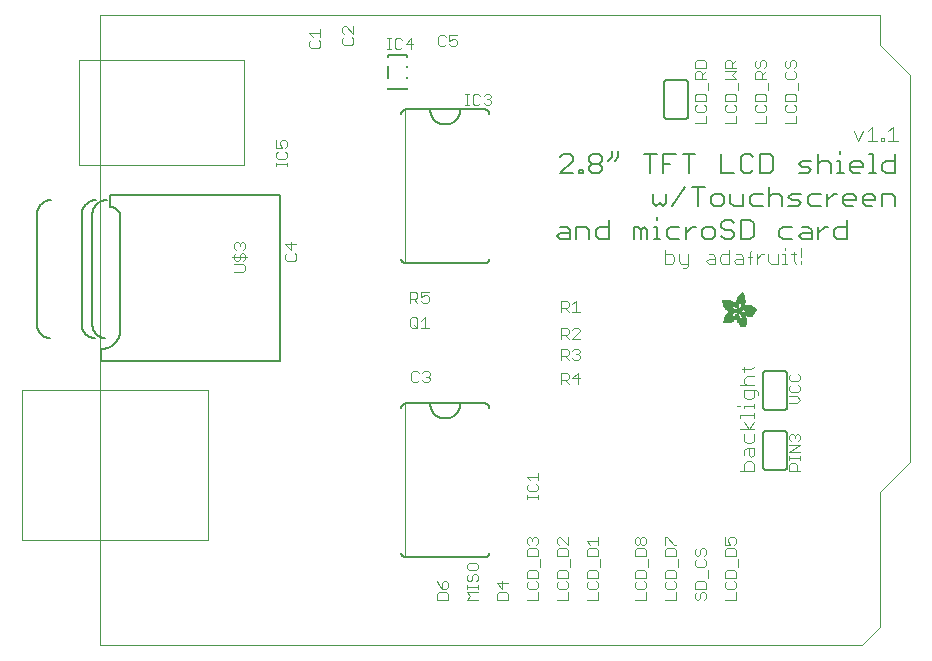
<source format=gbr>
G04 EAGLE Gerber RS-274X export*
G75*
%MOMM*%
%FSLAX34Y34*%
%LPD*%
%INSilkscreen Top*%
%IPPOS*%
%AMOC8*
5,1,8,0,0,1.08239X$1,22.5*%
G01*
%ADD10C,0.101600*%
%ADD11C,0.076200*%
%ADD12C,0.152400*%
%ADD13C,0.000000*%
%ADD14C,0.127000*%
%ADD15C,0.050800*%
%ADD16R,0.063400X0.002600*%
%ADD17R,0.099000X0.002400*%
%ADD18R,0.124400X0.002600*%
%ADD19R,0.144800X0.002400*%
%ADD20R,0.162600X0.002400*%
%ADD21R,0.180200X0.002600*%
%ADD22R,0.193000X0.002400*%
%ADD23R,0.208200X0.002600*%
%ADD24R,0.221000X0.002400*%
%ADD25R,0.233600X0.002400*%
%ADD26R,0.246200X0.002600*%
%ADD27R,0.256600X0.002400*%
%ADD28R,0.266600X0.002600*%
%ADD29R,0.276800X0.002400*%
%ADD30R,0.287000X0.002400*%
%ADD31R,0.297200X0.002600*%
%ADD32R,0.304800X0.002400*%
%ADD33R,0.315000X0.002600*%
%ADD34R,0.322600X0.002400*%
%ADD35R,0.332800X0.002400*%
%ADD36R,0.340400X0.002600*%
%ADD37R,0.350400X0.002400*%
%ADD38R,0.355600X0.002600*%
%ADD39R,0.363200X0.002400*%
%ADD40R,0.370800X0.002400*%
%ADD41R,0.378400X0.002600*%
%ADD42R,0.386000X0.002400*%
%ADD43R,0.391000X0.002600*%
%ADD44R,0.398800X0.002400*%
%ADD45R,0.406400X0.002400*%
%ADD46R,0.411400X0.002600*%
%ADD47R,0.419000X0.002400*%
%ADD48R,0.426600X0.002600*%
%ADD49R,0.431800X0.002400*%
%ADD50R,0.436800X0.002400*%
%ADD51R,0.442000X0.002600*%
%ADD52R,0.447000X0.002400*%
%ADD53R,0.454600X0.002600*%
%ADD54R,0.459600X0.002400*%
%ADD55R,0.467400X0.002400*%
%ADD56R,0.469800X0.002600*%
%ADD57R,0.475000X0.002400*%
%ADD58R,0.482600X0.002600*%
%ADD59R,0.485000X0.002400*%
%ADD60R,0.490200X0.002400*%
%ADD61R,0.495200X0.002600*%
%ADD62R,0.503000X0.002400*%
%ADD63R,0.505400X0.002600*%
%ADD64R,0.510400X0.002400*%
%ADD65R,0.515600X0.002400*%
%ADD66R,0.518000X0.002600*%
%ADD67R,0.523200X0.002400*%
%ADD68R,0.525800X0.002600*%
%ADD69R,0.533400X0.002400*%
%ADD70R,0.538400X0.002400*%
%ADD71R,0.541000X0.002600*%
%ADD72R,0.546000X0.002400*%
%ADD73R,0.548600X0.002600*%
%ADD74R,0.553600X0.002400*%
%ADD75R,0.558800X0.002400*%
%ADD76R,0.561400X0.002600*%
%ADD77R,0.566400X0.002400*%
%ADD78R,0.568800X0.002600*%
%ADD79R,0.574000X0.002400*%
%ADD80R,0.576600X0.002400*%
%ADD81R,0.581600X0.002600*%
%ADD82R,0.584200X0.002400*%
%ADD83R,0.589200X0.002600*%
%ADD84R,0.591800X0.002400*%
%ADD85R,0.596800X0.002400*%
%ADD86R,0.599400X0.002600*%
%ADD87R,0.604400X0.002400*%
%ADD88R,0.604400X0.002600*%
%ADD89R,0.609600X0.002400*%
%ADD90R,0.612200X0.002400*%
%ADD91R,0.617200X0.002600*%
%ADD92R,0.619800X0.002400*%
%ADD93R,0.622200X0.002600*%
%ADD94R,0.627200X0.002400*%
%ADD95R,0.632400X0.002600*%
%ADD96R,0.635000X0.002400*%
%ADD97R,0.640000X0.002600*%
%ADD98R,0.642600X0.002400*%
%ADD99R,0.645000X0.002400*%
%ADD100R,0.647600X0.002600*%
%ADD101R,0.650200X0.002400*%
%ADD102R,0.655200X0.002600*%
%ADD103R,0.657800X0.002400*%
%ADD104R,0.662800X0.002600*%
%ADD105R,0.665400X0.002400*%
%ADD106R,0.668000X0.002600*%
%ADD107R,0.670600X0.002400*%
%ADD108R,0.673000X0.002400*%
%ADD109R,0.678200X0.002600*%
%ADD110R,0.680600X0.002400*%
%ADD111R,0.680600X0.002600*%
%ADD112R,0.685800X0.002400*%
%ADD113R,0.688400X0.002400*%
%ADD114R,0.688400X0.002600*%
%ADD115R,0.693400X0.002400*%
%ADD116R,0.696000X0.002600*%
%ADD117R,0.698400X0.002400*%
%ADD118R,0.703400X0.002600*%
%ADD119R,0.706000X0.002400*%
%ADD120R,0.706000X0.002600*%
%ADD121R,0.711200X0.002400*%
%ADD122R,0.713800X0.002400*%
%ADD123R,0.713800X0.002600*%
%ADD124R,0.716200X0.002400*%
%ADD125R,0.721200X0.002600*%
%ADD126R,0.721200X0.002400*%
%ADD127R,0.723800X0.002400*%
%ADD128R,0.723800X0.002600*%
%ADD129R,0.729000X0.002400*%
%ADD130R,0.731600X0.002600*%
%ADD131R,0.731600X0.002400*%
%ADD132R,0.734000X0.002400*%
%ADD133R,0.736600X0.002600*%
%ADD134R,0.739000X0.002400*%
%ADD135R,0.741600X0.002600*%
%ADD136R,0.741600X0.002400*%
%ADD137R,0.744200X0.002400*%
%ADD138R,0.746600X0.002600*%
%ADD139R,0.749200X0.002400*%
%ADD140R,0.751800X0.002600*%
%ADD141R,0.751800X0.002400*%
%ADD142R,0.754200X0.002400*%
%ADD143R,0.756800X0.002600*%
%ADD144R,0.759400X0.002400*%
%ADD145R,0.759400X0.002600*%
%ADD146R,0.762000X0.002400*%
%ADD147R,0.764600X0.002400*%
%ADD148R,0.764600X0.002600*%
%ADD149R,0.767000X0.002400*%
%ADD150R,0.769600X0.002600*%
%ADD151R,0.772000X0.002400*%
%ADD152R,0.774600X0.002600*%
%ADD153R,0.774600X0.002400*%
%ADD154R,0.777200X0.002600*%
%ADD155R,0.777200X0.002400*%
%ADD156R,0.205600X0.002400*%
%ADD157R,0.779800X0.002400*%
%ADD158R,0.309800X0.002600*%
%ADD159R,0.782400X0.002600*%
%ADD160R,0.381000X0.002400*%
%ADD161R,0.784800X0.002400*%
%ADD162R,0.409000X0.002600*%
%ADD163R,0.784800X0.002600*%
%ADD164R,0.787400X0.002400*%
%ADD165R,0.452000X0.002400*%
%ADD166R,0.790000X0.002600*%
%ADD167R,0.487600X0.002400*%
%ADD168R,0.790000X0.002400*%
%ADD169R,0.502800X0.002600*%
%ADD170R,0.792400X0.002600*%
%ADD171R,0.518000X0.002400*%
%ADD172R,0.792400X0.002400*%
%ADD173R,0.530800X0.002400*%
%ADD174R,0.795000X0.002400*%
%ADD175R,0.795000X0.002600*%
%ADD176R,0.797600X0.002400*%
%ADD177R,0.563800X0.002600*%
%ADD178R,0.797600X0.002600*%
%ADD179R,0.800000X0.002400*%
%ADD180R,0.586600X0.002400*%
%ADD181R,0.596800X0.002600*%
%ADD182R,0.802600X0.002600*%
%ADD183R,0.604600X0.002400*%
%ADD184R,0.805200X0.002400*%
%ADD185R,0.612200X0.002600*%
%ADD186R,0.807600X0.002600*%
%ADD187R,0.622200X0.002400*%
%ADD188R,0.807600X0.002400*%
%ADD189R,0.630000X0.002400*%
%ADD190R,0.810200X0.002400*%
%ADD191R,0.637600X0.002600*%
%ADD192R,0.810200X0.002600*%
%ADD193R,0.647600X0.002400*%
%ADD194R,0.812800X0.002400*%
%ADD195R,0.652800X0.002600*%
%ADD196R,0.812800X0.002600*%
%ADD197R,0.815200X0.002400*%
%ADD198R,0.673000X0.002600*%
%ADD199R,0.815200X0.002600*%
%ADD200R,0.817800X0.002400*%
%ADD201R,0.683200X0.002600*%
%ADD202R,0.817800X0.002600*%
%ADD203R,0.690800X0.002400*%
%ADD204R,0.820400X0.002400*%
%ADD205R,0.696000X0.002400*%
%ADD206R,0.703600X0.002600*%
%ADD207R,0.820400X0.002600*%
%ADD208R,0.708600X0.002400*%
%ADD209R,0.823000X0.002400*%
%ADD210R,0.728800X0.002600*%
%ADD211R,0.825400X0.002600*%
%ADD212R,0.825400X0.002400*%
%ADD213R,0.739000X0.002600*%
%ADD214R,0.828000X0.002600*%
%ADD215R,0.828000X0.002400*%
%ADD216R,0.749200X0.002600*%
%ADD217R,0.830600X0.002600*%
%ADD218R,0.754400X0.002400*%
%ADD219R,0.830600X0.002400*%
%ADD220R,0.833200X0.002600*%
%ADD221R,0.764400X0.002400*%
%ADD222R,0.833200X0.002400*%
%ADD223R,0.835600X0.002600*%
%ADD224R,0.833000X0.002400*%
%ADD225R,0.782400X0.002400*%
%ADD226R,0.835600X0.002400*%
%ADD227R,0.787400X0.002600*%
%ADD228R,0.838200X0.002600*%
%ADD229R,0.789800X0.002400*%
%ADD230R,0.838200X0.002400*%
%ADD231R,0.840600X0.002600*%
%ADD232R,0.797400X0.002400*%
%ADD233R,0.840600X0.002400*%
%ADD234R,0.805200X0.002600*%
%ADD235R,0.840800X0.002600*%
%ADD236R,0.840800X0.002400*%
%ADD237R,0.843200X0.002600*%
%ADD238R,0.843200X0.002400*%
%ADD239R,0.815400X0.002400*%
%ADD240R,0.845800X0.002600*%
%ADD241R,0.845800X0.002400*%
%ADD242R,0.830400X0.002600*%
%ADD243R,0.848200X0.002600*%
%ADD244R,0.848200X0.002400*%
%ADD245R,0.848400X0.002400*%
%ADD246R,0.848400X0.002600*%
%ADD247R,0.850800X0.002400*%
%ADD248R,0.853400X0.002600*%
%ADD249R,0.850800X0.002600*%
%ADD250R,0.856000X0.002400*%
%ADD251R,0.861000X0.002600*%
%ADD252R,0.863600X0.002400*%
%ADD253R,0.866000X0.002600*%
%ADD254R,0.868600X0.002400*%
%ADD255R,0.871200X0.002600*%
%ADD256R,0.873600X0.002400*%
%ADD257R,0.853400X0.002400*%
%ADD258R,0.876200X0.002400*%
%ADD259R,0.876200X0.002600*%
%ADD260R,0.881400X0.002400*%
%ADD261R,0.883800X0.002600*%
%ADD262R,0.886400X0.002400*%
%ADD263R,0.889000X0.002400*%
%ADD264R,0.891600X0.002600*%
%ADD265R,0.891400X0.002400*%
%ADD266R,0.894000X0.002600*%
%ADD267R,0.896600X0.002400*%
%ADD268R,0.899000X0.002400*%
%ADD269R,0.901600X0.002600*%
%ADD270R,0.856000X0.002600*%
%ADD271R,0.904200X0.002400*%
%ADD272R,0.904200X0.002600*%
%ADD273R,0.909200X0.002400*%
%ADD274R,0.911800X0.002400*%
%ADD275R,0.914400X0.002600*%
%ADD276R,0.916800X0.002400*%
%ADD277R,0.919400X0.002600*%
%ADD278R,0.919400X0.002400*%
%ADD279R,0.922000X0.002400*%
%ADD280R,0.924600X0.002600*%
%ADD281R,0.927000X0.002400*%
%ADD282R,0.929600X0.002600*%
%ADD283R,0.932200X0.002400*%
%ADD284R,0.934600X0.002600*%
%ADD285R,0.937200X0.002400*%
%ADD286R,0.939800X0.002600*%
%ADD287R,0.942200X0.002400*%
%ADD288R,0.942400X0.002400*%
%ADD289R,0.944800X0.002600*%
%ADD290R,0.947400X0.002400*%
%ADD291R,0.950000X0.002600*%
%ADD292R,0.952400X0.002400*%
%ADD293R,0.955000X0.002400*%
%ADD294R,0.952400X0.002600*%
%ADD295R,0.957400X0.002600*%
%ADD296R,0.365600X0.002600*%
%ADD297R,0.462200X0.002600*%
%ADD298R,0.960000X0.002400*%
%ADD299R,0.358000X0.002400*%
%ADD300R,0.454600X0.002400*%
%ADD301R,0.962600X0.002400*%
%ADD302R,0.353000X0.002400*%
%ADD303R,0.452200X0.002400*%
%ADD304R,0.965200X0.002600*%
%ADD305R,0.350400X0.002600*%
%ADD306R,0.447000X0.002600*%
%ADD307R,0.965200X0.002400*%
%ADD308R,0.348000X0.002400*%
%ADD309R,0.444400X0.002400*%
%ADD310R,0.967600X0.002600*%
%ADD311R,0.345400X0.002600*%
%ADD312R,0.439400X0.002600*%
%ADD313R,0.970200X0.002400*%
%ADD314R,0.342800X0.002400*%
%ADD315R,0.340200X0.002400*%
%ADD316R,0.972800X0.002600*%
%ADD317R,0.337800X0.002600*%
%ADD318R,0.429200X0.002600*%
%ADD319R,0.972800X0.002400*%
%ADD320R,0.335200X0.002400*%
%ADD321R,0.429200X0.002400*%
%ADD322R,0.975400X0.002600*%
%ADD323R,0.332600X0.002600*%
%ADD324R,0.424200X0.002600*%
%ADD325R,0.977800X0.002400*%
%ADD326R,0.424200X0.002400*%
%ADD327R,0.980400X0.002600*%
%ADD328R,0.330200X0.002600*%
%ADD329R,0.419000X0.002600*%
%ADD330R,0.980400X0.002400*%
%ADD331R,0.327600X0.002400*%
%ADD332R,0.414000X0.002400*%
%ADD333R,0.983000X0.002600*%
%ADD334R,0.327600X0.002600*%
%ADD335R,0.414000X0.002600*%
%ADD336R,0.983000X0.002400*%
%ADD337R,0.325000X0.002400*%
%ADD338R,0.985400X0.002400*%
%ADD339R,0.409000X0.002400*%
%ADD340R,0.988000X0.002600*%
%ADD341R,0.322600X0.002600*%
%ADD342R,0.322400X0.002400*%
%ADD343R,0.320000X0.002600*%
%ADD344R,0.403800X0.002600*%
%ADD345R,0.990600X0.002400*%
%ADD346R,0.317400X0.002400*%
%ADD347R,0.401200X0.002400*%
%ADD348R,0.990600X0.002600*%
%ADD349R,0.317400X0.002600*%
%ADD350R,0.398800X0.002600*%
%ADD351R,0.315000X0.002400*%
%ADD352R,0.396200X0.002400*%
%ADD353R,0.993000X0.002600*%
%ADD354R,0.393600X0.002600*%
%ADD355R,0.993000X0.002400*%
%ADD356R,0.312400X0.002400*%
%ADD357R,0.393600X0.002400*%
%ADD358R,0.312400X0.002600*%
%ADD359R,0.391200X0.002600*%
%ADD360R,0.309800X0.002400*%
%ADD361R,0.388600X0.002400*%
%ADD362R,1.305600X0.002600*%
%ADD363R,0.386000X0.002600*%
%ADD364R,1.300400X0.002400*%
%ADD365R,1.298000X0.002400*%
%ADD366R,0.383400X0.002400*%
%ADD367R,1.298000X0.002600*%
%ADD368R,0.383400X0.002600*%
%ADD369R,1.295400X0.002400*%
%ADD370R,1.292800X0.002600*%
%ADD371R,0.381000X0.002600*%
%ADD372R,1.290200X0.002400*%
%ADD373R,0.378400X0.002400*%
%ADD374R,1.285200X0.002600*%
%ADD375R,1.285200X0.002400*%
%ADD376R,0.373400X0.002400*%
%ADD377R,1.282600X0.002600*%
%ADD378R,0.373400X0.002600*%
%ADD379R,1.282600X0.002400*%
%ADD380R,1.277600X0.002400*%
%ADD381R,1.277600X0.002600*%
%ADD382R,0.368200X0.002600*%
%ADD383R,1.275000X0.002400*%
%ADD384R,0.368200X0.002400*%
%ADD385R,1.272400X0.002600*%
%ADD386R,0.365800X0.002600*%
%ADD387R,1.270000X0.002400*%
%ADD388R,0.365800X0.002400*%
%ADD389R,1.265000X0.002600*%
%ADD390R,0.363200X0.002600*%
%ADD391R,1.265000X0.002400*%
%ADD392R,1.262400X0.002600*%
%ADD393R,0.360600X0.002600*%
%ADD394R,1.259800X0.002400*%
%ADD395R,0.360600X0.002400*%
%ADD396R,1.257200X0.002400*%
%ADD397R,1.257200X0.002600*%
%ADD398R,0.358000X0.002600*%
%ADD399R,1.254800X0.002400*%
%ADD400R,0.355600X0.002400*%
%ADD401R,1.252200X0.002600*%
%ADD402R,1.252200X0.002400*%
%ADD403R,1.247000X0.002400*%
%ADD404R,1.247000X0.002600*%
%ADD405R,0.353000X0.002600*%
%ADD406R,1.242000X0.002600*%
%ADD407R,1.242000X0.002400*%
%ADD408R,1.239400X0.002400*%
%ADD409R,1.237000X0.002600*%
%ADD410R,0.347800X0.002600*%
%ADD411R,1.237000X0.002400*%
%ADD412R,0.347800X0.002400*%
%ADD413R,1.231800X0.002600*%
%ADD414R,1.231800X0.002400*%
%ADD415R,0.345400X0.002400*%
%ADD416R,1.226800X0.002600*%
%ADD417R,1.226800X0.002400*%
%ADD418R,1.224200X0.002600*%
%ADD419R,0.342800X0.002600*%
%ADD420R,1.221600X0.002400*%
%ADD421R,0.340400X0.002400*%
%ADD422R,1.219200X0.002600*%
%ADD423R,1.216600X0.002400*%
%ADD424R,0.337800X0.002400*%
%ADD425R,1.214200X0.002600*%
%ADD426R,1.214200X0.002400*%
%ADD427R,1.209000X0.002400*%
%ADD428R,1.209000X0.002600*%
%ADD429R,0.335200X0.002600*%
%ADD430R,1.206400X0.002600*%
%ADD431R,0.652800X0.002400*%
%ADD432R,0.083800X0.002400*%
%ADD433R,0.505400X0.002400*%
%ADD434R,0.134600X0.002400*%
%ADD435R,0.497800X0.002600*%
%ADD436R,0.332800X0.002600*%
%ADD437R,0.167600X0.002600*%
%ADD438R,0.632400X0.002400*%
%ADD439R,0.330200X0.002400*%
%ADD440R,0.195400X0.002400*%
%ADD441R,0.629800X0.002600*%
%ADD442R,0.223400X0.002600*%
%ADD443R,0.624800X0.002400*%
%ADD444R,0.474800X0.002400*%
%ADD445R,0.246400X0.002400*%
%ADD446R,0.469800X0.002400*%
%ADD447R,0.264000X0.002400*%
%ADD448R,0.619600X0.002600*%
%ADD449R,0.284400X0.002600*%
%ADD450R,0.617200X0.002400*%
%ADD451R,0.457200X0.002400*%
%ADD452R,0.302200X0.002400*%
%ADD453R,0.614600X0.002600*%
%ADD454R,0.452000X0.002600*%
%ADD455R,0.325000X0.002600*%
%ADD456R,0.439400X0.002400*%
%ADD457R,0.609600X0.002600*%
%ADD458R,0.434400X0.002600*%
%ADD459R,0.322400X0.002600*%
%ADD460R,0.602000X0.002400*%
%ADD461R,0.416400X0.002400*%
%ADD462R,0.599400X0.002400*%
%ADD463R,0.408800X0.002400*%
%ADD464R,0.320000X0.002400*%
%ADD465R,0.441800X0.002400*%
%ADD466R,0.401200X0.002600*%
%ADD467R,0.464800X0.002400*%
%ADD468R,0.594200X0.002400*%
%ADD469R,0.591800X0.002600*%
%ADD470R,0.487600X0.002600*%
%ADD471R,0.594400X0.002400*%
%ADD472R,0.495200X0.002400*%
%ADD473R,0.508000X0.002600*%
%ADD474R,0.518200X0.002400*%
%ADD475R,0.589200X0.002400*%
%ADD476R,0.375800X0.002400*%
%ADD477R,0.528400X0.002400*%
%ADD478R,0.370800X0.002600*%
%ADD479R,0.538400X0.002600*%
%ADD480R,0.586600X0.002600*%
%ADD481R,0.556200X0.002600*%
%ADD482R,0.314800X0.002400*%
%ADD483R,0.586800X0.002600*%
%ADD484R,0.584200X0.002600*%
%ADD485R,0.602000X0.002600*%
%ADD486R,0.581600X0.002400*%
%ADD487R,0.619600X0.002400*%
%ADD488R,0.627400X0.002600*%
%ADD489R,0.307200X0.002600*%
%ADD490R,0.642600X0.002600*%
%ADD491R,0.579200X0.002400*%
%ADD492R,0.307400X0.002400*%
%ADD493R,0.579000X0.002600*%
%ADD494R,0.307400X0.002600*%
%ADD495R,0.665400X0.002600*%
%ADD496R,0.307200X0.002400*%
%ADD497R,0.314800X0.002600*%
%ADD498R,0.304800X0.002600*%
%ADD499R,0.576400X0.002400*%
%ADD500R,0.576600X0.002600*%
%ADD501R,0.713600X0.002400*%
%ADD502R,0.574000X0.002600*%
%ADD503R,0.302200X0.002600*%
%ADD504R,0.721400X0.002600*%
%ADD505R,0.299600X0.002400*%
%ADD506R,0.297200X0.002400*%
%ADD507R,0.736600X0.002400*%
%ADD508R,0.292000X0.002600*%
%ADD509R,0.289600X0.002400*%
%ADD510R,0.746800X0.002400*%
%ADD511R,0.571400X0.002600*%
%ADD512R,0.287000X0.002600*%
%ADD513R,0.299800X0.002600*%
%ADD514R,0.754400X0.002600*%
%ADD515R,0.284400X0.002400*%
%ADD516R,1.061800X0.002400*%
%ADD517R,0.571400X0.002400*%
%ADD518R,0.282000X0.002400*%
%ADD519R,1.066800X0.002400*%
%ADD520R,0.279400X0.002600*%
%ADD521R,1.066800X0.002600*%
%ADD522R,1.071800X0.002400*%
%ADD523R,0.274200X0.002600*%
%ADD524R,1.074400X0.002600*%
%ADD525R,0.274200X0.002400*%
%ADD526R,1.076800X0.002400*%
%ADD527R,0.569000X0.002400*%
%ADD528R,0.271800X0.002400*%
%ADD529R,1.079400X0.002400*%
%ADD530R,0.269200X0.002600*%
%ADD531R,1.082000X0.002600*%
%ADD532R,0.266600X0.002400*%
%ADD533R,1.087000X0.002400*%
%ADD534R,0.569000X0.002600*%
%ADD535R,0.264200X0.002600*%
%ADD536R,1.087000X0.002600*%
%ADD537R,0.568800X0.002400*%
%ADD538R,0.261600X0.002400*%
%ADD539R,1.092200X0.002400*%
%ADD540R,0.259000X0.002400*%
%ADD541R,1.094800X0.002400*%
%ADD542R,0.566400X0.002600*%
%ADD543R,0.256600X0.002600*%
%ADD544R,1.097200X0.002600*%
%ADD545R,1.099800X0.002400*%
%ADD546R,0.254000X0.002600*%
%ADD547R,1.104800X0.002600*%
%ADD548R,0.251400X0.002400*%
%ADD549R,1.104800X0.002400*%
%ADD550R,0.248800X0.002400*%
%ADD551R,1.110000X0.002400*%
%ADD552R,0.246400X0.002600*%
%ADD553R,1.112400X0.002600*%
%ADD554R,1.115000X0.002400*%
%ADD555R,1.117600X0.002600*%
%ADD556R,0.563800X0.002400*%
%ADD557R,0.243800X0.002400*%
%ADD558R,1.122600X0.002400*%
%ADD559R,0.241200X0.002400*%
%ADD560R,0.241200X0.002600*%
%ADD561R,1.127800X0.002600*%
%ADD562R,0.238600X0.002400*%
%ADD563R,1.130200X0.002400*%
%ADD564R,0.236200X0.002600*%
%ADD565R,1.132800X0.002600*%
%ADD566R,0.561400X0.002400*%
%ADD567R,1.137800X0.002400*%
%ADD568R,0.561200X0.002400*%
%ADD569R,0.561200X0.002600*%
%ADD570R,0.233600X0.002600*%
%ADD571R,1.143000X0.002600*%
%ADD572R,0.231200X0.002400*%
%ADD573R,1.145600X0.002400*%
%ADD574R,0.231200X0.002600*%
%ADD575R,1.148000X0.002600*%
%ADD576R,0.228600X0.002400*%
%ADD577R,1.153200X0.002400*%
%ADD578R,0.226000X0.002400*%
%ADD579R,0.558800X0.002600*%
%ADD580R,0.228600X0.002600*%
%ADD581R,1.158200X0.002600*%
%ADD582R,1.160800X0.002400*%
%ADD583R,1.165800X0.002600*%
%ADD584R,0.223400X0.002400*%
%ADD585R,1.168400X0.002400*%
%ADD586R,1.171000X0.002400*%
%ADD587R,1.176000X0.002600*%
%ADD588R,0.220800X0.002400*%
%ADD589R,1.176000X0.002400*%
%ADD590R,0.221000X0.002600*%
%ADD591R,1.181000X0.002600*%
%ADD592R,1.186200X0.002400*%
%ADD593R,0.218400X0.002400*%
%ADD594R,1.188600X0.002400*%
%ADD595R,1.193800X0.002600*%
%ADD596R,1.196200X0.002400*%
%ADD597R,1.201400X0.002600*%
%ADD598R,0.556200X0.002400*%
%ADD599R,1.206400X0.002400*%
%ADD600R,0.218400X0.002600*%
%ADD601R,1.221600X0.002600*%
%ADD602R,0.553800X0.002400*%
%ADD603R,0.223600X0.002400*%
%ADD604R,0.553600X0.002600*%
%ADD605R,0.226000X0.002600*%
%ADD606R,0.551200X0.002600*%
%ADD607R,0.231000X0.002600*%
%ADD608R,1.249600X0.002600*%
%ADD609R,0.551200X0.002400*%
%ADD610R,0.236200X0.002400*%
%ADD611R,1.513800X0.002400*%
%ADD612R,1.513800X0.002600*%
%ADD613R,0.551000X0.002400*%
%ADD614R,1.516200X0.002600*%
%ADD615R,1.516400X0.002400*%
%ADD616R,0.551000X0.002600*%
%ADD617R,1.518800X0.002600*%
%ADD618R,1.519000X0.002400*%
%ADD619R,1.519000X0.002600*%
%ADD620R,1.521400X0.002400*%
%ADD621R,1.521400X0.002600*%
%ADD622R,1.524000X0.002400*%
%ADD623R,1.524000X0.002600*%
%ADD624R,1.526400X0.002400*%
%ADD625R,1.526600X0.002600*%
%ADD626R,1.529000X0.002400*%
%ADD627R,1.529000X0.002600*%
%ADD628R,1.531600X0.002400*%
%ADD629R,1.534200X0.002600*%
%ADD630R,1.536600X0.002400*%
%ADD631R,1.539200X0.002600*%
%ADD632R,1.541800X0.002400*%
%ADD633R,1.544200X0.002600*%
%ADD634R,1.549400X0.002400*%
%ADD635R,1.549400X0.002600*%
%ADD636R,1.554400X0.002400*%
%ADD637R,1.557000X0.002400*%
%ADD638R,0.594400X0.002600*%
%ADD639R,1.559400X0.002600*%
%ADD640R,1.564600X0.002400*%
%ADD641R,0.604600X0.002600*%
%ADD642R,1.567200X0.002600*%
%ADD643R,1.572200X0.002400*%
%ADD644R,0.614600X0.002400*%
%ADD645R,1.577200X0.002400*%
%ADD646R,0.525800X0.002400*%
%ADD647R,0.906800X0.002400*%
%ADD648R,1.168400X0.002600*%
%ADD649R,0.889000X0.002600*%
%ADD650R,1.155600X0.002400*%
%ADD651R,1.143000X0.002400*%
%ADD652R,0.866200X0.002400*%
%ADD653R,1.130200X0.002600*%
%ADD654R,1.120000X0.002400*%
%ADD655R,1.110000X0.002600*%
%ADD656R,1.084600X0.002600*%
%ADD657R,1.071800X0.002600*%
%ADD658R,1.064200X0.002400*%
%ADD659R,0.807800X0.002400*%
%ADD660R,1.059200X0.002400*%
%ADD661R,0.802600X0.002400*%
%ADD662R,1.054000X0.002600*%
%ADD663R,0.800000X0.002600*%
%ADD664R,1.049000X0.002400*%
%ADD665R,1.046400X0.002600*%
%ADD666R,1.041400X0.002400*%
%ADD667R,1.038800X0.002400*%
%ADD668R,1.033800X0.002600*%
%ADD669R,1.031200X0.002400*%
%ADD670R,1.028600X0.002600*%
%ADD671R,1.026000X0.002400*%
%ADD672R,0.782200X0.002400*%
%ADD673R,1.026200X0.002400*%
%ADD674R,1.023600X0.002600*%
%ADD675R,0.782200X0.002600*%
%ADD676R,1.021000X0.002400*%
%ADD677R,1.021000X0.002600*%
%ADD678R,1.018400X0.002400*%
%ADD679R,1.018400X0.002600*%
%ADD680R,1.023600X0.002400*%
%ADD681R,1.026200X0.002600*%
%ADD682R,1.028600X0.002400*%
%ADD683R,1.033600X0.002600*%
%ADD684R,0.797400X0.002600*%
%ADD685R,1.033600X0.002400*%
%ADD686R,1.036200X0.002600*%
%ADD687R,1.046400X0.002400*%
%ADD688R,1.049000X0.002600*%
%ADD689R,1.054000X0.002400*%
%ADD690R,1.056600X0.002600*%
%ADD691R,1.061600X0.002400*%
%ADD692R,0.822800X0.002400*%
%ADD693R,1.097200X0.002400*%
%ADD694R,0.858400X0.002600*%
%ADD695R,1.122600X0.002600*%
%ADD696R,0.878800X0.002400*%
%ADD697R,1.140400X0.002400*%
%ADD698R,0.883800X0.002400*%
%ADD699R,0.901600X0.002400*%
%ADD700R,1.170800X0.002600*%
%ADD701R,0.909200X0.002600*%
%ADD702R,1.181000X0.002400*%
%ADD703R,1.196400X0.002400*%
%ADD704R,0.929600X0.002400*%
%ADD705R,1.221800X0.002400*%
%ADD706R,0.949800X0.002400*%
%ADD707R,0.962600X0.002600*%
%ADD708R,0.975400X0.002400*%
%ADD709R,1.272400X0.002400*%
%ADD710R,1.290400X0.002600*%
%ADD711R,1.008200X0.002600*%
%ADD712R,1.318200X0.002400*%
%ADD713R,1.361400X0.002600*%
%ADD714R,2.491600X0.002400*%
%ADD715R,2.494200X0.002400*%
%ADD716R,2.499400X0.002600*%
%ADD717R,2.501800X0.002400*%
%ADD718R,2.504400X0.002600*%
%ADD719R,2.509400X0.002400*%
%ADD720R,2.512000X0.002400*%
%ADD721R,2.517200X0.002600*%
%ADD722R,2.519600X0.002400*%
%ADD723R,2.524800X0.002600*%
%ADD724R,2.527200X0.002400*%
%ADD725R,2.529800X0.002400*%
%ADD726R,2.535000X0.002600*%
%ADD727R,1.673800X0.002400*%
%ADD728R,1.661200X0.002600*%
%ADD729R,1.653400X0.002400*%
%ADD730R,1.645800X0.002400*%
%ADD731R,1.638200X0.002600*%
%ADD732R,1.635800X0.002400*%
%ADD733R,0.779800X0.002600*%
%ADD734R,1.630600X0.002600*%
%ADD735R,1.625600X0.002400*%
%ADD736R,0.772200X0.002400*%
%ADD737R,1.620400X0.002400*%
%ADD738R,1.618000X0.002600*%
%ADD739R,1.612800X0.002400*%
%ADD740R,0.764400X0.002600*%
%ADD741R,1.610200X0.002600*%
%ADD742R,1.607800X0.002400*%
%ADD743R,1.602600X0.002400*%
%ADD744R,0.757000X0.002600*%
%ADD745R,1.600200X0.002600*%
%ADD746R,1.597600X0.002400*%
%ADD747R,1.595000X0.002600*%
%ADD748R,1.592600X0.002400*%
%ADD749R,1.590000X0.002400*%
%ADD750R,0.746800X0.002600*%
%ADD751R,1.587400X0.002600*%
%ADD752R,1.585000X0.002400*%
%ADD753R,0.744200X0.002600*%
%ADD754R,1.582400X0.002600*%
%ADD755R,1.579800X0.002400*%
%ADD756R,1.577200X0.002600*%
%ADD757R,1.574800X0.002400*%
%ADD758R,0.734000X0.002600*%
%ADD759R,1.574800X0.002600*%
%ADD760R,1.338600X0.002400*%
%ADD761R,0.731400X0.002400*%
%ADD762R,1.323200X0.002400*%
%ADD763R,0.731400X0.002600*%
%ADD764R,0.213200X0.002600*%
%ADD765R,1.315600X0.002600*%
%ADD766R,0.210800X0.002400*%
%ADD767R,1.308000X0.002400*%
%ADD768R,0.726400X0.002600*%
%ADD769R,0.210800X0.002600*%
%ADD770R,1.300400X0.002600*%
%ADD771R,0.721400X0.002400*%
%ADD772R,0.208200X0.002400*%
%ADD773R,0.718800X0.002400*%
%ADD774R,0.716200X0.002600*%
%ADD775R,1.267400X0.002400*%
%ADD776R,0.713600X0.002600*%
%ADD777R,1.254800X0.002600*%
%ADD778R,1.249600X0.002400*%
%ADD779R,0.711200X0.002600*%
%ADD780R,1.244600X0.002600*%
%ADD781R,0.706200X0.002400*%
%ADD782R,0.213400X0.002400*%
%ADD783R,0.213200X0.002400*%
%ADD784R,0.215800X0.002600*%
%ADD785R,1.221800X0.002600*%
%ADD786R,0.701000X0.002400*%
%ADD787R,0.215800X0.002400*%
%ADD788R,1.219200X0.002400*%
%ADD789R,1.214000X0.002400*%
%ADD790R,0.701000X0.002600*%
%ADD791R,0.223600X0.002600*%
%ADD792R,1.198800X0.002600*%
%ADD793R,0.695800X0.002400*%
%ADD794R,1.193800X0.002400*%
%ADD795R,1.188800X0.002400*%
%ADD796R,0.695800X0.002600*%
%ADD797R,1.186200X0.002600*%
%ADD798R,0.690800X0.002600*%
%ADD799R,1.178400X0.002600*%
%ADD800R,0.238800X0.002400*%
%ADD801R,1.173400X0.002400*%
%ADD802R,0.688200X0.002400*%
%ADD803R,0.688200X0.002600*%
%ADD804R,1.163200X0.002600*%
%ADD805R,1.158200X0.002400*%
%ADD806R,0.685800X0.002600*%
%ADD807R,1.155600X0.002600*%
%ADD808R,1.150600X0.002400*%
%ADD809R,0.683200X0.002400*%
%ADD810R,1.145400X0.002400*%
%ADD811R,0.256400X0.002400*%
%ADD812R,1.135400X0.002400*%
%ADD813R,0.261600X0.002600*%
%ADD814R,1.127600X0.002400*%
%ADD815R,1.125200X0.002400*%
%ADD816R,1.120000X0.002600*%
%ADD817R,0.678200X0.002400*%
%ADD818R,1.107400X0.002400*%
%ADD819R,0.675600X0.002400*%
%ADD820R,1.102200X0.002400*%
%ADD821R,1.099800X0.002600*%
%ADD822R,0.675600X0.002600*%
%ADD823R,1.089600X0.002600*%
%ADD824R,0.294600X0.002400*%
%ADD825R,1.084400X0.002400*%
%ADD826R,1.082000X0.002400*%
%ADD827R,1.076800X0.002600*%
%ADD828R,1.069200X0.002600*%
%ADD829R,1.051400X0.002400*%
%ADD830R,0.670400X0.002400*%
%ADD831R,0.670600X0.002600*%
%ADD832R,1.031200X0.002600*%
%ADD833R,0.670400X0.002600*%
%ADD834R,1.016000X0.002400*%
%ADD835R,1.010800X0.002600*%
%ADD836R,0.376000X0.002400*%
%ADD837R,1.005800X0.002400*%
%ADD838R,1.000800X0.002600*%
%ADD839R,0.998200X0.002400*%
%ADD840R,0.391200X0.002400*%
%ADD841R,0.396200X0.002600*%
%ADD842R,0.401400X0.002400*%
%ADD843R,0.406400X0.002600*%
%ADD844R,0.977800X0.002600*%
%ADD845R,0.421600X0.002400*%
%ADD846R,0.955000X0.002600*%
%ADD847R,0.950000X0.002400*%
%ADD848R,0.944800X0.002400*%
%ADD849R,0.942200X0.002600*%
%ADD850R,0.467200X0.002400*%
%ADD851R,0.477400X0.002600*%
%ADD852R,0.530800X0.002600*%
%ADD853R,0.906800X0.002600*%
%ADD854R,1.325800X0.002400*%
%ADD855R,0.894000X0.002400*%
%ADD856R,1.325800X0.002600*%
%ADD857R,1.328400X0.002400*%
%ADD858R,1.328400X0.002600*%
%ADD859R,0.881400X0.002600*%
%ADD860R,1.333400X0.002400*%
%ADD861R,1.333400X0.002600*%
%ADD862R,0.863600X0.002600*%
%ADD863R,0.858400X0.002400*%
%ADD864R,1.336000X0.002600*%
%ADD865R,1.338600X0.002600*%
%ADD866R,0.833000X0.002600*%
%ADD867R,1.343600X0.002400*%
%ADD868R,1.343600X0.002600*%
%ADD869R,0.365600X0.002400*%
%ADD870R,1.346200X0.002400*%
%ADD871R,1.348800X0.002600*%
%ADD872R,1.348800X0.002400*%
%ADD873R,1.351200X0.002600*%
%ADD874R,1.351200X0.002400*%
%ADD875R,0.269200X0.002400*%
%ADD876R,1.353800X0.002400*%
%ADD877R,0.249000X0.002400*%
%ADD878R,1.353800X0.002600*%
%ADD879R,0.340200X0.002600*%
%ADD880R,1.356200X0.002400*%
%ADD881R,1.358800X0.002600*%
%ADD882R,0.198200X0.002600*%
%ADD883R,1.358800X0.002400*%
%ADD884R,0.180200X0.002400*%
%ADD885R,0.157400X0.002400*%
%ADD886R,0.132000X0.002600*%
%ADD887R,1.364000X0.002400*%
%ADD888R,0.101600X0.002400*%
%ADD889R,1.364000X0.002600*%
%ADD890R,0.050800X0.002600*%
%ADD891R,1.369000X0.002400*%
%ADD892R,1.369000X0.002600*%
%ADD893R,1.371600X0.002600*%
%ADD894R,1.374200X0.002400*%
%ADD895R,1.376600X0.002600*%
%ADD896R,1.376600X0.002400*%
%ADD897R,1.379200X0.002600*%
%ADD898R,1.381800X0.002400*%
%ADD899R,1.381800X0.002600*%
%ADD900R,1.386800X0.002400*%
%ADD901R,1.386800X0.002600*%
%ADD902R,0.294600X0.002600*%
%ADD903R,1.389200X0.002400*%
%ADD904R,1.389200X0.002600*%
%ADD905R,1.394400X0.002400*%
%ADD906R,0.292000X0.002400*%
%ADD907R,1.394400X0.002600*%
%ADD908R,1.397000X0.002400*%
%ADD909R,1.397000X0.002600*%
%ADD910R,1.402000X0.002400*%
%ADD911R,1.402000X0.002600*%
%ADD912R,0.289600X0.002600*%
%ADD913R,1.404600X0.002400*%
%ADD914R,1.407000X0.002600*%
%ADD915R,1.409600X0.002400*%
%ADD916R,1.412200X0.002600*%
%ADD917R,1.412200X0.002400*%
%ADD918R,1.414800X0.002600*%
%ADD919R,1.417200X0.002400*%
%ADD920R,1.419800X0.002600*%
%ADD921R,1.419800X0.002400*%
%ADD922R,1.422400X0.002400*%
%ADD923R,1.424800X0.002600*%
%ADD924R,1.424800X0.002400*%
%ADD925R,1.051400X0.002600*%
%ADD926R,0.375800X0.002600*%
%ADD927R,1.044000X0.002400*%
%ADD928R,0.383600X0.002400*%
%ADD929R,1.041400X0.002600*%
%ADD930R,0.299600X0.002600*%
%ADD931R,1.038800X0.002600*%
%ADD932R,0.388600X0.002600*%
%ADD933R,1.036200X0.002400*%
%ADD934R,0.398600X0.002600*%
%ADD935R,0.398600X0.002400*%
%ADD936R,1.018600X0.002600*%
%ADD937R,0.403800X0.002400*%
%ADD938R,1.013400X0.002600*%
%ADD939R,1.008400X0.002400*%
%ADD940R,0.411400X0.002400*%
%ADD941R,1.005800X0.002600*%
%ADD942R,1.003200X0.002400*%
%ADD943R,0.421600X0.002600*%
%ADD944R,0.426800X0.002400*%
%ADD945R,0.995600X0.002400*%
%ADD946R,0.441800X0.002600*%
%ADD947R,0.988000X0.002400*%
%ADD948R,0.985400X0.002600*%
%ADD949R,0.975200X0.002400*%
%ADD950R,0.970200X0.002600*%
%ADD951R,0.967600X0.002400*%
%ADD952R,0.960000X0.002600*%
%ADD953R,0.805000X0.002600*%
%ADD954R,0.957400X0.002400*%
%ADD955R,0.947400X0.002600*%
%ADD956R,0.934600X0.002400*%
%ADD957R,0.927000X0.002600*%
%ADD958R,0.924600X0.002400*%
%ADD959R,0.917000X0.002400*%
%ADD960R,0.891400X0.002600*%
%ADD961R,0.861000X0.002400*%
%ADD962R,0.789800X0.002600*%
%ADD963R,0.772200X0.002600*%
%ADD964R,0.772000X0.002600*%
%ADD965R,0.726400X0.002400*%
%ADD966R,0.769600X0.002400*%
%ADD967R,0.718800X0.002600*%
%ADD968R,0.767000X0.002600*%
%ADD969R,0.660400X0.002400*%
%ADD970R,0.650200X0.002600*%
%ADD971R,0.637400X0.002400*%
%ADD972R,0.607000X0.002400*%
%ADD973R,0.535800X0.002400*%
%ADD974R,0.756800X0.002400*%
%ADD975R,0.061000X0.002400*%
%ADD976R,0.746600X0.002400*%
%ADD977R,0.729000X0.002600*%
%ADD978R,0.703600X0.002400*%
%ADD979R,0.698400X0.002600*%
%ADD980R,0.693400X0.002600*%
%ADD981R,0.680800X0.002400*%
%ADD982R,0.680800X0.002600*%
%ADD983R,0.668000X0.002400*%
%ADD984R,0.663000X0.002400*%
%ADD985R,0.663000X0.002600*%
%ADD986R,0.655200X0.002400*%
%ADD987R,0.652600X0.002600*%
%ADD988R,0.652600X0.002400*%
%ADD989R,0.645200X0.002400*%
%ADD990R,0.645200X0.002600*%
%ADD991R,0.640000X0.002400*%
%ADD992R,0.635000X0.002600*%
%ADD993R,0.629800X0.002400*%
%ADD994R,0.627400X0.002400*%
%ADD995R,0.612000X0.002600*%
%ADD996R,0.612000X0.002400*%
%ADD997R,0.607000X0.002600*%
%ADD998R,0.553800X0.002600*%
%ADD999R,0.546000X0.002600*%
%ADD1000R,0.543400X0.002400*%
%ADD1001R,0.543400X0.002600*%
%ADD1002R,0.536000X0.002400*%
%ADD1003R,0.536000X0.002600*%
%ADD1004R,0.528200X0.002600*%
%ADD1005R,0.525600X0.002400*%
%ADD1006R,0.520600X0.002600*%
%ADD1007R,0.515600X0.002600*%
%ADD1008R,0.510600X0.002400*%
%ADD1009R,0.502800X0.002400*%
%ADD1010R,0.500400X0.002600*%
%ADD1011R,0.497800X0.002400*%
%ADD1012R,0.492800X0.002400*%
%ADD1013R,0.492800X0.002600*%
%ADD1014R,0.485000X0.002600*%
%ADD1015R,0.482600X0.002400*%
%ADD1016R,0.480000X0.002400*%
%ADD1017R,0.475000X0.002600*%
%ADD1018R,0.472400X0.002400*%
%ADD1019R,0.444400X0.002600*%
%ADD1020R,0.442000X0.002400*%
%ADD1021R,0.436800X0.002600*%
%ADD1022R,0.434200X0.002400*%
%ADD1023R,0.416600X0.002400*%
%ADD1024R,0.358200X0.002400*%
%ADD1025R,0.289400X0.002400*%
%ADD1026R,0.276800X0.002600*%
%ADD1027R,0.256400X0.002600*%
%ADD1028R,0.254000X0.002400*%
%ADD1029R,0.243800X0.002600*%
%ADD1030R,0.231000X0.002400*%
%ADD1031R,0.203200X0.002400*%
%ADD1032R,0.200600X0.002600*%
%ADD1033R,0.195600X0.002400*%
%ADD1034R,0.193000X0.002600*%
%ADD1035R,0.188000X0.002400*%
%ADD1036R,0.182800X0.002400*%
%ADD1037R,0.172600X0.002400*%
%ADD1038R,0.170200X0.002600*%
%ADD1039R,0.167600X0.002400*%
%ADD1040R,0.160000X0.002400*%
%ADD1041R,0.157400X0.002600*%
%ADD1042R,0.152400X0.002400*%
%ADD1043R,0.149800X0.002600*%
%ADD1044R,0.139600X0.002400*%
%ADD1045R,0.137200X0.002600*%
%ADD1046R,0.129400X0.002400*%
%ADD1047R,0.127000X0.002600*%
%ADD1048R,0.124400X0.002400*%
%ADD1049R,0.119400X0.002400*%
%ADD1050R,0.114200X0.002600*%
%ADD1051R,0.109200X0.002400*%
%ADD1052R,0.106600X0.002600*%
%ADD1053R,0.096400X0.002400*%
%ADD1054R,0.094000X0.002600*%
%ADD1055R,0.088800X0.002400*%
%ADD1056R,0.083800X0.002600*%
%ADD1057R,0.078600X0.002400*%
%ADD1058R,0.076200X0.002400*%
%ADD1059R,0.073600X0.002600*%
%ADD1060R,0.066000X0.002400*%
%ADD1061R,0.058400X0.002400*%
%ADD1062R,0.055800X0.002400*%
%ADD1063R,0.048200X0.002600*%
%ADD1064R,0.045600X0.002400*%
%ADD1065R,0.043200X0.002600*%
%ADD1066R,0.038000X0.002400*%
%ADD1067R,0.035600X0.002400*%
%ADD1068R,0.027800X0.002600*%
%ADD1069R,0.025400X0.002400*%
%ADD1070R,0.020200X0.002600*%
%ADD1071R,0.017800X0.002400*%
%ADD1072R,0.015200X0.002400*%
%ADD1073R,0.010000X0.002600*%
%ADD1074R,0.007600X0.002400*%


D10*
X556758Y147828D02*
X568452Y147828D01*
X568452Y153675D01*
X566503Y155624D01*
X562605Y155624D01*
X560656Y153675D01*
X560656Y147828D01*
X560656Y161471D02*
X560656Y165369D01*
X562605Y167318D01*
X568452Y167318D01*
X568452Y161471D01*
X566503Y159522D01*
X564554Y161471D01*
X564554Y167318D01*
X560656Y173165D02*
X560656Y179012D01*
X560656Y173165D02*
X562605Y171216D01*
X566503Y171216D01*
X568452Y173165D01*
X568452Y179012D01*
X568452Y182910D02*
X556758Y182910D01*
X564554Y182910D02*
X568452Y188757D01*
X564554Y182910D02*
X560656Y188757D01*
X556758Y192655D02*
X556758Y194604D01*
X568452Y194604D01*
X568452Y192655D02*
X568452Y196553D01*
X560656Y200451D02*
X560656Y202400D01*
X568452Y202400D01*
X568452Y200451D02*
X568452Y204349D01*
X556758Y202400D02*
X554809Y202400D01*
X572350Y212145D02*
X572350Y214094D01*
X570401Y216043D01*
X560656Y216043D01*
X560656Y210196D01*
X562605Y208247D01*
X566503Y208247D01*
X568452Y210196D01*
X568452Y216043D01*
X568452Y219941D02*
X556758Y219941D01*
X560656Y221890D02*
X562605Y219941D01*
X560656Y221890D02*
X560656Y225788D01*
X562605Y227737D01*
X568452Y227737D01*
X566503Y233584D02*
X558707Y233584D01*
X566503Y233584D02*
X568452Y235533D01*
X560656Y235533D02*
X560656Y231635D01*
D11*
X594733Y442090D02*
X604139Y442090D01*
X604139Y448361D01*
X596301Y457716D02*
X594733Y456148D01*
X594733Y453013D01*
X596301Y451445D01*
X602571Y451445D01*
X604139Y453013D01*
X604139Y456148D01*
X602571Y457716D01*
X604139Y460800D02*
X594733Y460800D01*
X604139Y460800D02*
X604139Y465503D01*
X602571Y467071D01*
X596301Y467071D01*
X594733Y465503D01*
X594733Y460800D01*
X605707Y470155D02*
X605707Y476426D01*
X596301Y485781D02*
X594733Y484214D01*
X594733Y481078D01*
X596301Y479511D01*
X602571Y479511D01*
X604139Y481078D01*
X604139Y484214D01*
X602571Y485781D01*
X594733Y493569D02*
X596301Y495136D01*
X594733Y493569D02*
X594733Y490433D01*
X596301Y488866D01*
X597868Y488866D01*
X599436Y490433D01*
X599436Y493569D01*
X601004Y495136D01*
X602571Y495136D01*
X604139Y493569D01*
X604139Y490433D01*
X602571Y488866D01*
X578739Y442090D02*
X569333Y442090D01*
X578739Y442090D02*
X578739Y448361D01*
X570901Y457716D02*
X569333Y456148D01*
X569333Y453013D01*
X570901Y451445D01*
X577171Y451445D01*
X578739Y453013D01*
X578739Y456148D01*
X577171Y457716D01*
X578739Y460800D02*
X569333Y460800D01*
X578739Y460800D02*
X578739Y465503D01*
X577171Y467071D01*
X570901Y467071D01*
X569333Y465503D01*
X569333Y460800D01*
X580307Y470155D02*
X580307Y476426D01*
X578739Y479511D02*
X569333Y479511D01*
X569333Y484214D01*
X570901Y485781D01*
X574036Y485781D01*
X575604Y484214D01*
X575604Y479511D01*
X575604Y482646D02*
X578739Y485781D01*
X570901Y495136D02*
X569333Y493569D01*
X569333Y490433D01*
X570901Y488866D01*
X572468Y488866D01*
X574036Y490433D01*
X574036Y493569D01*
X575604Y495136D01*
X577171Y495136D01*
X578739Y493569D01*
X578739Y490433D01*
X577171Y488866D01*
X553339Y442090D02*
X543933Y442090D01*
X553339Y442090D02*
X553339Y448361D01*
X545501Y457716D02*
X543933Y456148D01*
X543933Y453013D01*
X545501Y451445D01*
X551771Y451445D01*
X553339Y453013D01*
X553339Y456148D01*
X551771Y457716D01*
X553339Y460800D02*
X543933Y460800D01*
X553339Y460800D02*
X553339Y465503D01*
X551771Y467071D01*
X545501Y467071D01*
X543933Y465503D01*
X543933Y460800D01*
X554907Y470155D02*
X554907Y476426D01*
X553339Y479511D02*
X543933Y479511D01*
X550204Y482646D02*
X553339Y479511D01*
X550204Y482646D02*
X553339Y485781D01*
X543933Y485781D01*
X543933Y488866D02*
X553339Y488866D01*
X543933Y488866D02*
X543933Y493569D01*
X545501Y495136D01*
X548636Y495136D01*
X550204Y493569D01*
X550204Y488866D01*
X550204Y492001D02*
X553339Y495136D01*
X527939Y442090D02*
X518533Y442090D01*
X527939Y442090D02*
X527939Y448361D01*
X520101Y457716D02*
X518533Y456148D01*
X518533Y453013D01*
X520101Y451445D01*
X526371Y451445D01*
X527939Y453013D01*
X527939Y456148D01*
X526371Y457716D01*
X527939Y460800D02*
X518533Y460800D01*
X527939Y460800D02*
X527939Y465503D01*
X526371Y467071D01*
X520101Y467071D01*
X518533Y465503D01*
X518533Y460800D01*
X529507Y470155D02*
X529507Y476426D01*
X527939Y479511D02*
X518533Y479511D01*
X518533Y484214D01*
X520101Y485781D01*
X523236Y485781D01*
X524804Y484214D01*
X524804Y479511D01*
X524804Y482646D02*
X527939Y485781D01*
X527939Y488866D02*
X518533Y488866D01*
X527939Y488866D02*
X527939Y493569D01*
X526371Y495136D01*
X520101Y495136D01*
X518533Y493569D01*
X518533Y488866D01*
X543933Y38481D02*
X553339Y38481D01*
X553339Y44752D01*
X545501Y54107D02*
X543933Y52539D01*
X543933Y49404D01*
X545501Y47836D01*
X551771Y47836D01*
X553339Y49404D01*
X553339Y52539D01*
X551771Y54107D01*
X553339Y57191D02*
X543933Y57191D01*
X553339Y57191D02*
X553339Y61894D01*
X551771Y63462D01*
X545501Y63462D01*
X543933Y61894D01*
X543933Y57191D01*
X554907Y66547D02*
X554907Y72817D01*
X553339Y75902D02*
X543933Y75902D01*
X553339Y75902D02*
X553339Y80605D01*
X551771Y82172D01*
X545501Y82172D01*
X543933Y80605D01*
X543933Y75902D01*
X543933Y85257D02*
X543933Y91528D01*
X543933Y85257D02*
X548636Y85257D01*
X547068Y88392D01*
X547068Y89960D01*
X548636Y91528D01*
X551771Y91528D01*
X553339Y89960D01*
X553339Y86825D01*
X551771Y85257D01*
X520101Y44752D02*
X518533Y43184D01*
X518533Y40049D01*
X520101Y38481D01*
X521668Y38481D01*
X523236Y40049D01*
X523236Y43184D01*
X524804Y44752D01*
X526371Y44752D01*
X527939Y43184D01*
X527939Y40049D01*
X526371Y38481D01*
X527939Y47836D02*
X518533Y47836D01*
X527939Y47836D02*
X527939Y52539D01*
X526371Y54107D01*
X520101Y54107D01*
X518533Y52539D01*
X518533Y47836D01*
X529507Y57191D02*
X529507Y63462D01*
X520101Y72817D02*
X518533Y71250D01*
X518533Y68114D01*
X520101Y66547D01*
X526371Y66547D01*
X527939Y68114D01*
X527939Y71250D01*
X526371Y72817D01*
X518533Y80605D02*
X520101Y82172D01*
X518533Y80605D02*
X518533Y77469D01*
X520101Y75902D01*
X521668Y75902D01*
X523236Y77469D01*
X523236Y80605D01*
X524804Y82172D01*
X526371Y82172D01*
X527939Y80605D01*
X527939Y77469D01*
X526371Y75902D01*
X502539Y38481D02*
X493133Y38481D01*
X502539Y38481D02*
X502539Y44752D01*
X494701Y54107D02*
X493133Y52539D01*
X493133Y49404D01*
X494701Y47836D01*
X500971Y47836D01*
X502539Y49404D01*
X502539Y52539D01*
X500971Y54107D01*
X502539Y57191D02*
X493133Y57191D01*
X502539Y57191D02*
X502539Y61894D01*
X500971Y63462D01*
X494701Y63462D01*
X493133Y61894D01*
X493133Y57191D01*
X504107Y66547D02*
X504107Y72817D01*
X502539Y75902D02*
X493133Y75902D01*
X502539Y75902D02*
X502539Y80605D01*
X500971Y82172D01*
X494701Y82172D01*
X493133Y80605D01*
X493133Y75902D01*
X493133Y85257D02*
X493133Y91528D01*
X494701Y91528D01*
X500971Y85257D01*
X502539Y85257D01*
X477139Y38481D02*
X467733Y38481D01*
X477139Y38481D02*
X477139Y44752D01*
X469301Y54107D02*
X467733Y52539D01*
X467733Y49404D01*
X469301Y47836D01*
X475571Y47836D01*
X477139Y49404D01*
X477139Y52539D01*
X475571Y54107D01*
X477139Y57191D02*
X467733Y57191D01*
X477139Y57191D02*
X477139Y61894D01*
X475571Y63462D01*
X469301Y63462D01*
X467733Y61894D01*
X467733Y57191D01*
X478707Y66547D02*
X478707Y72817D01*
X477139Y75902D02*
X467733Y75902D01*
X477139Y75902D02*
X477139Y80605D01*
X475571Y82172D01*
X469301Y82172D01*
X467733Y80605D01*
X467733Y75902D01*
X469301Y85257D02*
X467733Y86825D01*
X467733Y89960D01*
X469301Y91528D01*
X470868Y91528D01*
X472436Y89960D01*
X474004Y91528D01*
X475571Y91528D01*
X477139Y89960D01*
X477139Y86825D01*
X475571Y85257D01*
X474004Y85257D01*
X472436Y86825D01*
X470868Y85257D01*
X469301Y85257D01*
X472436Y86825D02*
X472436Y89960D01*
X436499Y38481D02*
X427093Y38481D01*
X436499Y38481D02*
X436499Y44752D01*
X428661Y54107D02*
X427093Y52539D01*
X427093Y49404D01*
X428661Y47836D01*
X434931Y47836D01*
X436499Y49404D01*
X436499Y52539D01*
X434931Y54107D01*
X436499Y57191D02*
X427093Y57191D01*
X436499Y57191D02*
X436499Y61894D01*
X434931Y63462D01*
X428661Y63462D01*
X427093Y61894D01*
X427093Y57191D01*
X438067Y66547D02*
X438067Y72817D01*
X436499Y75902D02*
X427093Y75902D01*
X436499Y75902D02*
X436499Y80605D01*
X434931Y82172D01*
X428661Y82172D01*
X427093Y80605D01*
X427093Y75902D01*
X430228Y85257D02*
X427093Y88392D01*
X436499Y88392D01*
X436499Y85257D02*
X436499Y91528D01*
X411099Y38481D02*
X401693Y38481D01*
X411099Y38481D02*
X411099Y44752D01*
X403261Y54107D02*
X401693Y52539D01*
X401693Y49404D01*
X403261Y47836D01*
X409531Y47836D01*
X411099Y49404D01*
X411099Y52539D01*
X409531Y54107D01*
X411099Y57191D02*
X401693Y57191D01*
X411099Y57191D02*
X411099Y61894D01*
X409531Y63462D01*
X403261Y63462D01*
X401693Y61894D01*
X401693Y57191D01*
X412667Y66547D02*
X412667Y72817D01*
X411099Y75902D02*
X401693Y75902D01*
X411099Y75902D02*
X411099Y80605D01*
X409531Y82172D01*
X403261Y82172D01*
X401693Y80605D01*
X401693Y75902D01*
X411099Y85257D02*
X411099Y91528D01*
X411099Y85257D02*
X404828Y91528D01*
X403261Y91528D01*
X401693Y89960D01*
X401693Y86825D01*
X403261Y85257D01*
X385699Y38481D02*
X376293Y38481D01*
X385699Y38481D02*
X385699Y44752D01*
X377861Y54107D02*
X376293Y52539D01*
X376293Y49404D01*
X377861Y47836D01*
X384131Y47836D01*
X385699Y49404D01*
X385699Y52539D01*
X384131Y54107D01*
X385699Y57191D02*
X376293Y57191D01*
X385699Y57191D02*
X385699Y61894D01*
X384131Y63462D01*
X377861Y63462D01*
X376293Y61894D01*
X376293Y57191D01*
X387267Y66547D02*
X387267Y72817D01*
X385699Y75902D02*
X376293Y75902D01*
X385699Y75902D02*
X385699Y80605D01*
X384131Y82172D01*
X377861Y82172D01*
X376293Y80605D01*
X376293Y75902D01*
X377861Y85257D02*
X376293Y86825D01*
X376293Y89960D01*
X377861Y91528D01*
X379428Y91528D01*
X380996Y89960D01*
X380996Y88392D01*
X380996Y89960D02*
X382564Y91528D01*
X384131Y91528D01*
X385699Y89960D01*
X385699Y86825D01*
X384131Y85257D01*
X360299Y38481D02*
X350893Y38481D01*
X360299Y38481D02*
X360299Y43184D01*
X358731Y44752D01*
X352461Y44752D01*
X350893Y43184D01*
X350893Y38481D01*
X350893Y52539D02*
X360299Y52539D01*
X355596Y47836D02*
X350893Y52539D01*
X355596Y54107D02*
X355596Y47836D01*
X334899Y38481D02*
X325493Y38481D01*
X328628Y41616D01*
X325493Y44752D01*
X334899Y44752D01*
X334899Y47836D02*
X334899Y50972D01*
X334899Y49404D02*
X325493Y49404D01*
X325493Y47836D02*
X325493Y50972D01*
X325493Y58776D02*
X327061Y60344D01*
X325493Y58776D02*
X325493Y55641D01*
X327061Y54073D01*
X328628Y54073D01*
X330196Y55641D01*
X330196Y58776D01*
X331764Y60344D01*
X333331Y60344D01*
X334899Y58776D01*
X334899Y55641D01*
X333331Y54073D01*
X325493Y64996D02*
X325493Y68131D01*
X325493Y64996D02*
X327061Y63428D01*
X333331Y63428D01*
X334899Y64996D01*
X334899Y68131D01*
X333331Y69699D01*
X327061Y69699D01*
X325493Y68131D01*
X309499Y38481D02*
X300093Y38481D01*
X309499Y38481D02*
X309499Y43184D01*
X307931Y44752D01*
X301661Y44752D01*
X300093Y43184D01*
X300093Y38481D01*
X301661Y50972D02*
X300093Y54107D01*
X301661Y50972D02*
X304796Y47836D01*
X307931Y47836D01*
X309499Y49404D01*
X309499Y52539D01*
X307931Y54107D01*
X306364Y54107D01*
X304796Y52539D01*
X304796Y47836D01*
D12*
X404622Y399542D02*
X415469Y399542D01*
X404622Y399542D02*
X415469Y410389D01*
X415469Y413100D01*
X412757Y415812D01*
X407334Y415812D01*
X404622Y413100D01*
X420994Y402254D02*
X420994Y399542D01*
X420994Y402254D02*
X423705Y402254D01*
X423705Y399542D01*
X420994Y399542D01*
X429179Y413100D02*
X431891Y415812D01*
X437314Y415812D01*
X440026Y413100D01*
X440026Y410389D01*
X437314Y407677D01*
X440026Y404965D01*
X440026Y402254D01*
X437314Y399542D01*
X431891Y399542D01*
X429179Y402254D01*
X429179Y404965D01*
X431891Y407677D01*
X429179Y410389D01*
X429179Y413100D01*
X431891Y407677D02*
X437314Y407677D01*
X448263Y413100D02*
X448263Y418524D01*
X448263Y413100D02*
X445551Y410389D01*
X453686Y413100D02*
X453686Y418524D01*
X453686Y413100D02*
X450974Y410389D01*
X480989Y415812D02*
X480989Y399542D01*
X486412Y415812D02*
X475565Y415812D01*
X491937Y415812D02*
X491937Y399542D01*
X491937Y415812D02*
X502784Y415812D01*
X497360Y407677D02*
X491937Y407677D01*
X513732Y399542D02*
X513732Y415812D01*
X508309Y415812D02*
X519155Y415812D01*
X541052Y415812D02*
X541052Y399542D01*
X551898Y399542D01*
X565558Y415812D02*
X568270Y413100D01*
X565558Y415812D02*
X560135Y415812D01*
X557423Y413100D01*
X557423Y402254D01*
X560135Y399542D01*
X565558Y399542D01*
X568270Y402254D01*
X573795Y399542D02*
X573795Y415812D01*
X573795Y399542D02*
X581930Y399542D01*
X584641Y402254D01*
X584641Y413100D01*
X581930Y415812D01*
X573795Y415812D01*
X606538Y399542D02*
X614673Y399542D01*
X617385Y402254D01*
X614673Y404965D01*
X609250Y404965D01*
X606538Y407677D01*
X609250Y410389D01*
X617385Y410389D01*
X622910Y415812D02*
X622910Y399542D01*
X622910Y407677D02*
X625621Y410389D01*
X631044Y410389D01*
X633756Y407677D01*
X633756Y399542D01*
X639281Y410389D02*
X641993Y410389D01*
X641993Y399542D01*
X644704Y399542D02*
X639281Y399542D01*
X641993Y415812D02*
X641993Y418524D01*
X652907Y399542D02*
X658330Y399542D01*
X652907Y399542D02*
X650195Y402254D01*
X650195Y407677D01*
X652907Y410389D01*
X658330Y410389D01*
X661042Y407677D01*
X661042Y404965D01*
X650195Y404965D01*
X666567Y415812D02*
X669279Y415812D01*
X669279Y399542D01*
X671990Y399542D02*
X666567Y399542D01*
X688328Y399542D02*
X688328Y415812D01*
X688328Y399542D02*
X680193Y399542D01*
X677481Y402254D01*
X677481Y407677D01*
X680193Y410389D01*
X688328Y410389D01*
X483362Y382449D02*
X483362Y374314D01*
X486074Y371602D01*
X488785Y374314D01*
X491497Y371602D01*
X494209Y374314D01*
X494209Y382449D01*
X499734Y371602D02*
X510580Y387872D01*
X521528Y387872D02*
X521528Y371602D01*
X516105Y387872D02*
X526952Y387872D01*
X535188Y371602D02*
X540612Y371602D01*
X543323Y374314D01*
X543323Y379737D01*
X540612Y382449D01*
X535188Y382449D01*
X532477Y379737D01*
X532477Y374314D01*
X535188Y371602D01*
X548848Y374314D02*
X548848Y382449D01*
X548848Y374314D02*
X551560Y371602D01*
X559695Y371602D01*
X559695Y382449D01*
X567931Y382449D02*
X576066Y382449D01*
X567931Y382449D02*
X565220Y379737D01*
X565220Y374314D01*
X567931Y371602D01*
X576066Y371602D01*
X581591Y371602D02*
X581591Y387872D01*
X584303Y382449D02*
X581591Y379737D01*
X584303Y382449D02*
X589726Y382449D01*
X592438Y379737D01*
X592438Y371602D01*
X597963Y371602D02*
X606098Y371602D01*
X608810Y374314D01*
X606098Y377025D01*
X600675Y377025D01*
X597963Y379737D01*
X600675Y382449D01*
X608810Y382449D01*
X617046Y382449D02*
X625181Y382449D01*
X617046Y382449D02*
X614335Y379737D01*
X614335Y374314D01*
X617046Y371602D01*
X625181Y371602D01*
X630706Y371602D02*
X630706Y382449D01*
X636129Y382449D02*
X630706Y377025D01*
X636129Y382449D02*
X638841Y382449D01*
X647061Y371602D02*
X652484Y371602D01*
X647061Y371602D02*
X644349Y374314D01*
X644349Y379737D01*
X647061Y382449D01*
X652484Y382449D01*
X655196Y379737D01*
X655196Y377025D01*
X644349Y377025D01*
X663432Y371602D02*
X668856Y371602D01*
X663432Y371602D02*
X660721Y374314D01*
X660721Y379737D01*
X663432Y382449D01*
X668856Y382449D01*
X671567Y379737D01*
X671567Y377025D01*
X660721Y377025D01*
X677092Y371602D02*
X677092Y382449D01*
X685227Y382449D01*
X687939Y379737D01*
X687939Y371602D01*
X410217Y354509D02*
X404794Y354509D01*
X410217Y354509D02*
X412929Y351797D01*
X412929Y343662D01*
X404794Y343662D01*
X402082Y346374D01*
X404794Y349085D01*
X412929Y349085D01*
X418454Y343662D02*
X418454Y354509D01*
X426589Y354509D01*
X429300Y351797D01*
X429300Y343662D01*
X445672Y343662D02*
X445672Y359932D01*
X445672Y343662D02*
X437537Y343662D01*
X434825Y346374D01*
X434825Y351797D01*
X437537Y354509D01*
X445672Y354509D01*
X467568Y354509D02*
X467568Y343662D01*
X467568Y354509D02*
X470280Y354509D01*
X472992Y351797D01*
X472992Y343662D01*
X472992Y351797D02*
X475703Y354509D01*
X478415Y351797D01*
X478415Y343662D01*
X483940Y354509D02*
X486651Y354509D01*
X486651Y343662D01*
X483940Y343662D02*
X489363Y343662D01*
X486651Y359932D02*
X486651Y362644D01*
X497566Y354509D02*
X505701Y354509D01*
X497566Y354509D02*
X494854Y351797D01*
X494854Y346374D01*
X497566Y343662D01*
X505701Y343662D01*
X511226Y343662D02*
X511226Y354509D01*
X516649Y354509D02*
X511226Y349085D01*
X516649Y354509D02*
X519361Y354509D01*
X527580Y343662D02*
X533004Y343662D01*
X535715Y346374D01*
X535715Y351797D01*
X533004Y354509D01*
X527580Y354509D01*
X524869Y351797D01*
X524869Y346374D01*
X527580Y343662D01*
X549375Y359932D02*
X552087Y357220D01*
X549375Y359932D02*
X543952Y359932D01*
X541240Y357220D01*
X541240Y354509D01*
X543952Y351797D01*
X549375Y351797D01*
X552087Y349085D01*
X552087Y346374D01*
X549375Y343662D01*
X543952Y343662D01*
X541240Y346374D01*
X557612Y343662D02*
X557612Y359932D01*
X557612Y343662D02*
X565747Y343662D01*
X568458Y346374D01*
X568458Y357220D01*
X565747Y359932D01*
X557612Y359932D01*
X593067Y354509D02*
X601202Y354509D01*
X593067Y354509D02*
X590355Y351797D01*
X590355Y346374D01*
X593067Y343662D01*
X601202Y343662D01*
X609438Y354509D02*
X614861Y354509D01*
X617573Y351797D01*
X617573Y343662D01*
X609438Y343662D01*
X606727Y346374D01*
X609438Y349085D01*
X617573Y349085D01*
X623098Y343662D02*
X623098Y354509D01*
X628521Y354509D02*
X623098Y349085D01*
X628521Y354509D02*
X631233Y354509D01*
X647588Y359932D02*
X647588Y343662D01*
X639453Y343662D01*
X636741Y346374D01*
X636741Y351797D01*
X639453Y354509D01*
X647588Y354509D01*
D10*
X493268Y334782D02*
X493268Y323088D01*
X499115Y323088D01*
X501064Y325037D01*
X501064Y328935D01*
X499115Y330884D01*
X493268Y330884D01*
X504962Y330884D02*
X504962Y325037D01*
X506911Y323088D01*
X512758Y323088D01*
X512758Y321139D02*
X512758Y330884D01*
X512758Y321139D02*
X510809Y319190D01*
X508860Y319190D01*
X530299Y330884D02*
X534197Y330884D01*
X536146Y328935D01*
X536146Y323088D01*
X530299Y323088D01*
X528350Y325037D01*
X530299Y326986D01*
X536146Y326986D01*
X547840Y323088D02*
X547840Y334782D01*
X547840Y323088D02*
X541993Y323088D01*
X540044Y325037D01*
X540044Y328935D01*
X541993Y330884D01*
X547840Y330884D01*
X553687Y330884D02*
X557585Y330884D01*
X559534Y328935D01*
X559534Y323088D01*
X553687Y323088D01*
X551738Y325037D01*
X553687Y326986D01*
X559534Y326986D01*
X565381Y323088D02*
X565381Y332833D01*
X567330Y334782D01*
X567330Y328935D02*
X563432Y328935D01*
X571228Y330884D02*
X571228Y323088D01*
X571228Y326986D02*
X575126Y330884D01*
X577075Y330884D01*
X580973Y330884D02*
X580973Y325037D01*
X582922Y323088D01*
X588769Y323088D01*
X588769Y330884D01*
X592667Y330884D02*
X594616Y330884D01*
X594616Y323088D01*
X592667Y323088D02*
X596565Y323088D01*
X594616Y334782D02*
X594616Y336731D01*
X602412Y332833D02*
X602412Y325037D01*
X604361Y323088D01*
X604361Y330884D02*
X600463Y330884D01*
X608259Y325037D02*
X608259Y323088D01*
X608259Y328935D02*
X608259Y336731D01*
X657186Y427228D02*
X653288Y435024D01*
X661084Y435024D02*
X657186Y427228D01*
X664982Y435024D02*
X668880Y438922D01*
X668880Y427228D01*
X664982Y427228D02*
X672778Y427228D01*
X676676Y427228D02*
X676676Y429177D01*
X678625Y429177D01*
X678625Y427228D01*
X676676Y427228D01*
X682523Y435024D02*
X686421Y438922D01*
X686421Y427228D01*
X682523Y427228D02*
X690319Y427228D01*
D13*
X675640Y533400D02*
X15240Y533400D01*
X675640Y533400D02*
X675640Y508000D01*
X701040Y482600D01*
X701040Y154940D01*
X675640Y129540D01*
X675640Y15240D01*
X660400Y0D01*
X15240Y0D01*
X106680Y88900D02*
X106680Y215900D01*
X106680Y88900D02*
X-50800Y88900D01*
X-50800Y215900D01*
X106680Y215900D01*
X15240Y0D02*
X15240Y533400D01*
X-2540Y495300D02*
X137160Y495300D01*
X137160Y406400D01*
X-2540Y406400D01*
X-2540Y495300D01*
D14*
X16240Y251000D02*
X16240Y241000D01*
X167240Y241000D01*
X167240Y381000D01*
X23240Y381000D01*
X23240Y371000D01*
X23434Y371022D01*
X23628Y371039D01*
X23822Y371051D01*
X24017Y371059D01*
X24212Y371062D01*
X24406Y371060D01*
X24601Y371054D01*
X24796Y371043D01*
X24990Y371027D01*
X25184Y371007D01*
X25377Y370981D01*
X25569Y370952D01*
X25761Y370917D01*
X25952Y370878D01*
X26142Y370834D01*
X26331Y370786D01*
X26518Y370733D01*
X26704Y370676D01*
X26889Y370614D01*
X27072Y370548D01*
X27254Y370477D01*
X27434Y370402D01*
X27612Y370323D01*
X27788Y370240D01*
X27961Y370152D01*
X28133Y370060D01*
X28303Y369964D01*
X28470Y369863D01*
X28634Y369759D01*
X28796Y369651D01*
X28956Y369539D01*
X29112Y369423D01*
X29266Y369303D01*
X29417Y369180D01*
X29565Y369053D01*
X29710Y368923D01*
X29851Y368789D01*
X29989Y368652D01*
X30124Y368511D01*
X30256Y368367D01*
X30384Y368220D01*
X30508Y368070D01*
X30629Y367917D01*
X30746Y367762D01*
X30859Y367603D01*
X30968Y367442D01*
X31073Y367278D01*
X31175Y367112D01*
X31272Y366943D01*
X31365Y366772D01*
X31454Y366598D01*
X31539Y366423D01*
X31620Y366246D01*
X31696Y366066D01*
X31768Y365885D01*
X31836Y365703D01*
X31899Y365518D01*
X31957Y365333D01*
X32011Y365145D01*
X32061Y364957D01*
X32106Y364767D01*
X32146Y364577D01*
X32182Y364385D01*
X32213Y364193D01*
X32240Y364000D01*
X32240Y267000D01*
X32235Y266613D01*
X32221Y266227D01*
X32198Y265841D01*
X32165Y265456D01*
X32123Y265071D01*
X32072Y264688D01*
X32012Y264306D01*
X31942Y263926D01*
X31863Y263547D01*
X31775Y263171D01*
X31678Y262797D01*
X31572Y262425D01*
X31457Y262056D01*
X31333Y261689D01*
X31200Y261326D01*
X31059Y260966D01*
X30909Y260610D01*
X30750Y260258D01*
X30583Y259909D01*
X30407Y259564D01*
X30223Y259224D01*
X30032Y258889D01*
X29831Y258558D01*
X29624Y258232D01*
X29408Y257911D01*
X29184Y257595D01*
X28953Y257285D01*
X28715Y256981D01*
X28469Y256683D01*
X28216Y256390D01*
X27956Y256104D01*
X27690Y255824D01*
X27416Y255550D01*
X27136Y255284D01*
X26850Y255024D01*
X26557Y254771D01*
X26259Y254525D01*
X25955Y254287D01*
X25645Y254056D01*
X25329Y253832D01*
X25008Y253616D01*
X24682Y253409D01*
X24351Y253208D01*
X24016Y253017D01*
X23676Y252833D01*
X23331Y252657D01*
X22982Y252490D01*
X22630Y252331D01*
X22274Y252181D01*
X21914Y252040D01*
X21551Y251907D01*
X21184Y251783D01*
X20815Y251668D01*
X20443Y251562D01*
X20069Y251465D01*
X19693Y251377D01*
X19314Y251298D01*
X18934Y251228D01*
X18552Y251168D01*
X18169Y251117D01*
X17784Y251075D01*
X17399Y251042D01*
X17013Y251019D01*
X16627Y251005D01*
X16240Y251000D01*
X8640Y365000D02*
X8644Y365290D01*
X8654Y365580D01*
X8672Y365869D01*
X8696Y366158D01*
X8727Y366446D01*
X8766Y366734D01*
X8811Y367020D01*
X8864Y367306D01*
X8923Y367589D01*
X8989Y367872D01*
X9061Y368152D01*
X9141Y368431D01*
X9227Y368708D01*
X9320Y368983D01*
X9420Y369255D01*
X9526Y369525D01*
X9638Y369792D01*
X9758Y370057D01*
X9883Y370318D01*
X10015Y370577D01*
X10152Y370832D01*
X10296Y371084D01*
X10446Y371332D01*
X10602Y371576D01*
X10764Y371817D01*
X10932Y372053D01*
X11105Y372286D01*
X11284Y372514D01*
X11468Y372738D01*
X11658Y372957D01*
X11853Y373172D01*
X12053Y373382D01*
X12258Y373587D01*
X12468Y373787D01*
X12683Y373982D01*
X12902Y374172D01*
X13126Y374356D01*
X13354Y374535D01*
X13587Y374708D01*
X13823Y374876D01*
X14064Y375038D01*
X14308Y375194D01*
X14556Y375344D01*
X14808Y375488D01*
X15063Y375625D01*
X15322Y375757D01*
X15583Y375882D01*
X15848Y376002D01*
X16115Y376114D01*
X16385Y376220D01*
X16657Y376320D01*
X16932Y376413D01*
X17209Y376499D01*
X17488Y376579D01*
X17768Y376651D01*
X18051Y376717D01*
X18334Y376776D01*
X18620Y376829D01*
X18906Y376874D01*
X19194Y376913D01*
X19482Y376944D01*
X19771Y376968D01*
X20060Y376986D01*
X20350Y376996D01*
X20640Y377000D01*
X8640Y365000D02*
X8640Y273000D01*
X8619Y272710D01*
X8605Y272419D01*
X8599Y272128D01*
X8599Y271837D01*
X8607Y271546D01*
X8621Y271256D01*
X8643Y270965D01*
X8671Y270676D01*
X8707Y270387D01*
X8749Y270099D01*
X8798Y269812D01*
X8855Y269527D01*
X8918Y269243D01*
X8988Y268960D01*
X9065Y268680D01*
X9148Y268401D01*
X9239Y268124D01*
X9336Y267850D01*
X9439Y267578D01*
X9549Y267309D01*
X9666Y267042D01*
X9789Y266778D01*
X9918Y266518D01*
X10054Y266260D01*
X10196Y266006D01*
X10344Y265755D01*
X10498Y265508D01*
X10657Y265265D01*
X10823Y265026D01*
X10994Y264791D01*
X11171Y264560D01*
X11354Y264333D01*
X11542Y264111D01*
X11735Y263894D01*
X11934Y263681D01*
X12137Y263473D01*
X12346Y263270D01*
X12559Y263072D01*
X12777Y262879D01*
X13000Y262692D01*
X13227Y262510D01*
X13459Y262334D01*
X13694Y262163D01*
X13934Y261998D01*
X14178Y261839D01*
X14425Y261686D01*
X14676Y261539D01*
X14931Y261398D01*
X15189Y261263D01*
X15450Y261134D01*
X15714Y261012D01*
X15981Y260896D01*
X16250Y260787D01*
X16522Y260684D01*
X16797Y260588D01*
X17074Y260498D01*
X17353Y260415D01*
X17634Y260339D01*
X17917Y260270D01*
X18201Y260208D01*
X18486Y260152D01*
X18773Y260104D01*
X19061Y260062D01*
X19350Y260027D01*
X19640Y260000D01*
X-360Y365000D02*
X-356Y365290D01*
X-346Y365580D01*
X-328Y365869D01*
X-304Y366158D01*
X-273Y366446D01*
X-234Y366734D01*
X-189Y367020D01*
X-136Y367306D01*
X-77Y367589D01*
X-11Y367872D01*
X61Y368152D01*
X141Y368431D01*
X227Y368708D01*
X320Y368983D01*
X420Y369255D01*
X526Y369525D01*
X638Y369792D01*
X758Y370057D01*
X883Y370318D01*
X1015Y370577D01*
X1152Y370832D01*
X1296Y371084D01*
X1446Y371332D01*
X1602Y371576D01*
X1764Y371817D01*
X1932Y372053D01*
X2105Y372286D01*
X2284Y372514D01*
X2468Y372738D01*
X2658Y372957D01*
X2853Y373172D01*
X3053Y373382D01*
X3258Y373587D01*
X3468Y373787D01*
X3683Y373982D01*
X3902Y374172D01*
X4126Y374356D01*
X4354Y374535D01*
X4587Y374708D01*
X4823Y374876D01*
X5064Y375038D01*
X5308Y375194D01*
X5556Y375344D01*
X5808Y375488D01*
X6063Y375625D01*
X6322Y375757D01*
X6583Y375882D01*
X6848Y376002D01*
X7115Y376114D01*
X7385Y376220D01*
X7657Y376320D01*
X7932Y376413D01*
X8209Y376499D01*
X8488Y376579D01*
X8768Y376651D01*
X9051Y376717D01*
X9334Y376776D01*
X9620Y376829D01*
X9906Y376874D01*
X10194Y376913D01*
X10482Y376944D01*
X10771Y376968D01*
X11060Y376986D01*
X11350Y376996D01*
X11640Y377000D01*
X-360Y365000D02*
X-360Y273000D01*
X-381Y272710D01*
X-395Y272419D01*
X-401Y272128D01*
X-401Y271837D01*
X-393Y271546D01*
X-379Y271256D01*
X-357Y270965D01*
X-329Y270676D01*
X-293Y270387D01*
X-251Y270099D01*
X-202Y269812D01*
X-145Y269527D01*
X-82Y269243D01*
X-12Y268960D01*
X65Y268680D01*
X148Y268401D01*
X239Y268124D01*
X336Y267850D01*
X439Y267578D01*
X549Y267309D01*
X666Y267042D01*
X789Y266778D01*
X918Y266518D01*
X1054Y266260D01*
X1196Y266006D01*
X1344Y265755D01*
X1498Y265508D01*
X1657Y265265D01*
X1823Y265026D01*
X1994Y264791D01*
X2171Y264560D01*
X2354Y264333D01*
X2542Y264111D01*
X2735Y263894D01*
X2934Y263681D01*
X3137Y263473D01*
X3346Y263270D01*
X3559Y263072D01*
X3777Y262879D01*
X4000Y262692D01*
X4227Y262510D01*
X4459Y262334D01*
X4694Y262163D01*
X4934Y261998D01*
X5178Y261839D01*
X5425Y261686D01*
X5676Y261539D01*
X5931Y261398D01*
X6189Y261263D01*
X6450Y261134D01*
X6714Y261012D01*
X6981Y260896D01*
X7250Y260787D01*
X7522Y260684D01*
X7797Y260588D01*
X8074Y260498D01*
X8353Y260415D01*
X8634Y260339D01*
X8917Y260270D01*
X9201Y260208D01*
X9486Y260152D01*
X9773Y260104D01*
X10061Y260062D01*
X10350Y260027D01*
X10640Y260000D01*
X-38360Y365000D02*
X-38356Y365290D01*
X-38346Y365580D01*
X-38328Y365869D01*
X-38304Y366158D01*
X-38273Y366446D01*
X-38234Y366734D01*
X-38189Y367020D01*
X-38136Y367306D01*
X-38077Y367589D01*
X-38011Y367872D01*
X-37939Y368152D01*
X-37859Y368431D01*
X-37773Y368708D01*
X-37680Y368983D01*
X-37580Y369255D01*
X-37474Y369525D01*
X-37362Y369792D01*
X-37242Y370057D01*
X-37117Y370318D01*
X-36985Y370577D01*
X-36848Y370832D01*
X-36704Y371084D01*
X-36554Y371332D01*
X-36398Y371576D01*
X-36236Y371817D01*
X-36068Y372053D01*
X-35895Y372286D01*
X-35716Y372514D01*
X-35532Y372738D01*
X-35342Y372957D01*
X-35147Y373172D01*
X-34947Y373382D01*
X-34742Y373587D01*
X-34532Y373787D01*
X-34317Y373982D01*
X-34098Y374172D01*
X-33874Y374356D01*
X-33646Y374535D01*
X-33413Y374708D01*
X-33177Y374876D01*
X-32936Y375038D01*
X-32692Y375194D01*
X-32444Y375344D01*
X-32192Y375488D01*
X-31937Y375625D01*
X-31678Y375757D01*
X-31417Y375882D01*
X-31152Y376002D01*
X-30885Y376114D01*
X-30615Y376220D01*
X-30343Y376320D01*
X-30068Y376413D01*
X-29791Y376499D01*
X-29512Y376579D01*
X-29232Y376651D01*
X-28949Y376717D01*
X-28666Y376776D01*
X-28380Y376829D01*
X-28094Y376874D01*
X-27806Y376913D01*
X-27518Y376944D01*
X-27229Y376968D01*
X-26940Y376986D01*
X-26650Y376996D01*
X-26360Y377000D01*
X-38360Y365000D02*
X-38360Y273000D01*
X-38381Y272710D01*
X-38395Y272419D01*
X-38401Y272128D01*
X-38401Y271837D01*
X-38393Y271546D01*
X-38379Y271256D01*
X-38357Y270965D01*
X-38329Y270676D01*
X-38293Y270387D01*
X-38251Y270099D01*
X-38202Y269812D01*
X-38145Y269527D01*
X-38082Y269243D01*
X-38012Y268960D01*
X-37935Y268680D01*
X-37852Y268401D01*
X-37761Y268124D01*
X-37664Y267850D01*
X-37561Y267578D01*
X-37451Y267309D01*
X-37334Y267042D01*
X-37211Y266778D01*
X-37082Y266518D01*
X-36946Y266260D01*
X-36804Y266006D01*
X-36656Y265755D01*
X-36502Y265508D01*
X-36343Y265265D01*
X-36177Y265026D01*
X-36006Y264791D01*
X-35829Y264560D01*
X-35646Y264333D01*
X-35458Y264111D01*
X-35265Y263894D01*
X-35066Y263681D01*
X-34863Y263473D01*
X-34654Y263270D01*
X-34441Y263072D01*
X-34223Y262879D01*
X-34000Y262692D01*
X-33773Y262510D01*
X-33541Y262334D01*
X-33306Y262163D01*
X-33066Y261998D01*
X-32822Y261839D01*
X-32575Y261686D01*
X-32324Y261539D01*
X-32069Y261398D01*
X-31811Y261263D01*
X-31550Y261134D01*
X-31286Y261012D01*
X-31019Y260896D01*
X-30750Y260787D01*
X-30478Y260684D01*
X-30203Y260588D01*
X-29926Y260498D01*
X-29647Y260415D01*
X-29366Y260339D01*
X-29083Y260270D01*
X-28799Y260208D01*
X-28514Y260152D01*
X-28227Y260104D01*
X-27939Y260062D01*
X-27650Y260027D01*
X-27360Y260000D01*
D11*
X128613Y316315D02*
X136451Y316315D01*
X138019Y317883D01*
X138019Y321018D01*
X136451Y322586D01*
X128613Y322586D01*
X136451Y325671D02*
X138019Y327238D01*
X138019Y330374D01*
X136451Y331941D01*
X134884Y331941D01*
X133316Y330374D01*
X133316Y327238D01*
X131748Y325671D01*
X130181Y325671D01*
X128613Y327238D01*
X128613Y330374D01*
X130181Y331941D01*
X127045Y328806D02*
X139587Y328806D01*
X130181Y335026D02*
X128613Y336593D01*
X128613Y339729D01*
X130181Y341297D01*
X131748Y341297D01*
X133316Y339729D01*
X133316Y338161D01*
X133316Y339729D02*
X134884Y341297D01*
X136451Y341297D01*
X138019Y339729D01*
X138019Y336593D01*
X136451Y335026D01*
X405511Y291727D02*
X405511Y282321D01*
X405511Y291727D02*
X410214Y291727D01*
X411782Y290159D01*
X411782Y287024D01*
X410214Y285456D01*
X405511Y285456D01*
X408646Y285456D02*
X411782Y282321D01*
X414866Y288592D02*
X418002Y291727D01*
X418002Y282321D01*
X421137Y282321D02*
X414866Y282321D01*
X405511Y268867D02*
X405511Y259461D01*
X405511Y268867D02*
X410214Y268867D01*
X411782Y267299D01*
X411782Y264164D01*
X410214Y262596D01*
X405511Y262596D01*
X408646Y262596D02*
X411782Y259461D01*
X414866Y259461D02*
X421137Y259461D01*
X414866Y259461D02*
X421137Y265732D01*
X421137Y267299D01*
X419569Y268867D01*
X416434Y268867D01*
X414866Y267299D01*
X405511Y251087D02*
X405511Y241681D01*
X405511Y251087D02*
X410214Y251087D01*
X411782Y249519D01*
X411782Y246384D01*
X410214Y244816D01*
X405511Y244816D01*
X408646Y244816D02*
X411782Y241681D01*
X414866Y249519D02*
X416434Y251087D01*
X419569Y251087D01*
X421137Y249519D01*
X421137Y247952D01*
X419569Y246384D01*
X418002Y246384D01*
X419569Y246384D02*
X421137Y244816D01*
X421137Y243249D01*
X419569Y241681D01*
X416434Y241681D01*
X414866Y243249D01*
X405511Y230767D02*
X405511Y221361D01*
X405511Y230767D02*
X410214Y230767D01*
X411782Y229199D01*
X411782Y226064D01*
X410214Y224496D01*
X405511Y224496D01*
X408646Y224496D02*
X411782Y221361D01*
X419569Y221361D02*
X419569Y230767D01*
X414866Y226064D01*
X421137Y226064D01*
X277581Y269919D02*
X277581Y276189D01*
X279148Y277757D01*
X282284Y277757D01*
X283851Y276189D01*
X283851Y269919D01*
X282284Y268351D01*
X279148Y268351D01*
X277581Y269919D01*
X280716Y271486D02*
X283851Y268351D01*
X286936Y274622D02*
X290071Y277757D01*
X290071Y268351D01*
X286936Y268351D02*
X293207Y268351D01*
X277581Y289941D02*
X277581Y299347D01*
X282284Y299347D01*
X283851Y297779D01*
X283851Y294644D01*
X282284Y293076D01*
X277581Y293076D01*
X280716Y293076D02*
X283851Y289941D01*
X286936Y299347D02*
X293207Y299347D01*
X286936Y299347D02*
X286936Y294644D01*
X290071Y296212D01*
X291639Y296212D01*
X293207Y294644D01*
X293207Y291509D01*
X291639Y289941D01*
X288503Y289941D01*
X286936Y291509D01*
D12*
X270002Y78486D02*
X270004Y78364D01*
X270010Y78242D01*
X270020Y78120D01*
X270033Y77999D01*
X270051Y77878D01*
X270072Y77758D01*
X270098Y77638D01*
X270127Y77520D01*
X270159Y77402D01*
X270196Y77285D01*
X270236Y77170D01*
X270280Y77056D01*
X270328Y76944D01*
X270379Y76833D01*
X270434Y76724D01*
X270492Y76616D01*
X270554Y76511D01*
X270619Y76408D01*
X270687Y76306D01*
X270759Y76207D01*
X270833Y76111D01*
X270911Y76016D01*
X270992Y75925D01*
X271075Y75835D01*
X271161Y75749D01*
X271251Y75666D01*
X271342Y75585D01*
X271437Y75507D01*
X271533Y75433D01*
X271632Y75361D01*
X271734Y75293D01*
X271837Y75228D01*
X271942Y75166D01*
X272050Y75108D01*
X272159Y75053D01*
X272270Y75002D01*
X272382Y74954D01*
X272496Y74910D01*
X272611Y74870D01*
X272728Y74833D01*
X272846Y74801D01*
X272964Y74772D01*
X273084Y74746D01*
X273204Y74725D01*
X273325Y74707D01*
X273446Y74694D01*
X273568Y74684D01*
X273690Y74678D01*
X273812Y74676D01*
X344678Y200914D02*
X344676Y201036D01*
X344670Y201158D01*
X344660Y201280D01*
X344647Y201401D01*
X344629Y201522D01*
X344608Y201642D01*
X344582Y201762D01*
X344553Y201880D01*
X344521Y201998D01*
X344484Y202115D01*
X344444Y202230D01*
X344400Y202344D01*
X344352Y202456D01*
X344301Y202567D01*
X344246Y202676D01*
X344188Y202784D01*
X344126Y202889D01*
X344061Y202992D01*
X343993Y203094D01*
X343921Y203193D01*
X343847Y203289D01*
X343769Y203384D01*
X343688Y203475D01*
X343605Y203565D01*
X343519Y203651D01*
X343429Y203734D01*
X343338Y203815D01*
X343243Y203893D01*
X343147Y203967D01*
X343048Y204039D01*
X342946Y204107D01*
X342843Y204172D01*
X342738Y204234D01*
X342630Y204292D01*
X342521Y204347D01*
X342410Y204398D01*
X342298Y204446D01*
X342184Y204490D01*
X342069Y204530D01*
X341952Y204567D01*
X341834Y204599D01*
X341716Y204628D01*
X341596Y204654D01*
X341476Y204675D01*
X341355Y204693D01*
X341234Y204706D01*
X341112Y204716D01*
X340990Y204722D01*
X340868Y204724D01*
X344678Y78486D02*
X344676Y78364D01*
X344670Y78242D01*
X344660Y78120D01*
X344647Y77999D01*
X344629Y77878D01*
X344608Y77758D01*
X344582Y77638D01*
X344553Y77520D01*
X344521Y77402D01*
X344484Y77285D01*
X344444Y77170D01*
X344400Y77056D01*
X344352Y76944D01*
X344301Y76833D01*
X344246Y76724D01*
X344188Y76616D01*
X344126Y76511D01*
X344061Y76408D01*
X343993Y76306D01*
X343921Y76207D01*
X343847Y76111D01*
X343769Y76016D01*
X343688Y75925D01*
X343605Y75835D01*
X343519Y75749D01*
X343429Y75666D01*
X343338Y75585D01*
X343243Y75507D01*
X343147Y75433D01*
X343048Y75361D01*
X342946Y75293D01*
X342843Y75228D01*
X342738Y75166D01*
X342630Y75108D01*
X342521Y75053D01*
X342410Y75002D01*
X342298Y74954D01*
X342184Y74910D01*
X342069Y74870D01*
X341952Y74833D01*
X341834Y74801D01*
X341716Y74772D01*
X341596Y74746D01*
X341476Y74725D01*
X341355Y74707D01*
X341234Y74694D01*
X341112Y74684D01*
X340990Y74678D01*
X340868Y74676D01*
X270002Y200914D02*
X270004Y201036D01*
X270010Y201158D01*
X270020Y201280D01*
X270033Y201401D01*
X270051Y201522D01*
X270072Y201642D01*
X270098Y201762D01*
X270127Y201880D01*
X270159Y201998D01*
X270196Y202115D01*
X270236Y202230D01*
X270280Y202344D01*
X270328Y202456D01*
X270379Y202567D01*
X270434Y202676D01*
X270492Y202784D01*
X270554Y202889D01*
X270619Y202992D01*
X270687Y203094D01*
X270759Y203193D01*
X270833Y203289D01*
X270911Y203384D01*
X270992Y203475D01*
X271075Y203565D01*
X271161Y203651D01*
X271251Y203734D01*
X271342Y203815D01*
X271437Y203893D01*
X271533Y203967D01*
X271632Y204039D01*
X271734Y204107D01*
X271837Y204172D01*
X271942Y204234D01*
X272050Y204292D01*
X272159Y204347D01*
X272270Y204398D01*
X272382Y204446D01*
X272496Y204490D01*
X272611Y204530D01*
X272728Y204567D01*
X272846Y204599D01*
X272964Y204628D01*
X273084Y204654D01*
X273204Y204675D01*
X273325Y204693D01*
X273446Y204706D01*
X273568Y204716D01*
X273690Y204722D01*
X273812Y204724D01*
X273812Y74676D02*
X340868Y74676D01*
X340868Y204724D02*
X320040Y204724D01*
X294640Y204724D01*
X273812Y204724D01*
D15*
X273558Y204470D02*
X273558Y74930D01*
D12*
X294640Y204724D02*
X294644Y204415D01*
X294655Y204106D01*
X294674Y203797D01*
X294700Y203489D01*
X294734Y203181D01*
X294775Y202875D01*
X294824Y202569D01*
X294880Y202265D01*
X294944Y201963D01*
X295015Y201662D01*
X295093Y201362D01*
X295178Y201065D01*
X295271Y200770D01*
X295371Y200477D01*
X295478Y200187D01*
X295592Y199900D01*
X295713Y199615D01*
X295841Y199333D01*
X295975Y199055D01*
X296117Y198780D01*
X296265Y198508D01*
X296420Y198241D01*
X296581Y197977D01*
X296748Y197717D01*
X296922Y197461D01*
X297102Y197209D01*
X297288Y196962D01*
X297480Y196720D01*
X297678Y196482D01*
X297881Y196249D01*
X298091Y196021D01*
X298305Y195799D01*
X298525Y195581D01*
X298751Y195369D01*
X298981Y195163D01*
X299216Y194962D01*
X299456Y194767D01*
X299701Y194578D01*
X299950Y194395D01*
X300204Y194218D01*
X300462Y194048D01*
X300724Y193883D01*
X300990Y193725D01*
X301260Y193574D01*
X301533Y193429D01*
X301810Y193291D01*
X302090Y193160D01*
X302373Y193036D01*
X302659Y192918D01*
X302948Y192808D01*
X303239Y192704D01*
X303533Y192608D01*
X303829Y192519D01*
X304128Y192437D01*
X304428Y192362D01*
X304730Y192295D01*
X305033Y192235D01*
X305338Y192183D01*
X305644Y192138D01*
X305951Y192100D01*
X306259Y192070D01*
X306567Y192048D01*
X306876Y192032D01*
X307185Y192025D01*
X307495Y192025D01*
X307804Y192032D01*
X308113Y192048D01*
X308421Y192070D01*
X308729Y192100D01*
X309036Y192138D01*
X309342Y192183D01*
X309647Y192235D01*
X309950Y192295D01*
X310252Y192362D01*
X310552Y192437D01*
X310851Y192519D01*
X311147Y192608D01*
X311441Y192704D01*
X311732Y192808D01*
X312021Y192918D01*
X312307Y193036D01*
X312590Y193160D01*
X312870Y193291D01*
X313147Y193429D01*
X313420Y193574D01*
X313690Y193725D01*
X313956Y193883D01*
X314218Y194048D01*
X314476Y194218D01*
X314730Y194395D01*
X314979Y194578D01*
X315224Y194767D01*
X315464Y194962D01*
X315699Y195163D01*
X315929Y195369D01*
X316155Y195581D01*
X316375Y195799D01*
X316589Y196021D01*
X316799Y196249D01*
X317002Y196482D01*
X317200Y196720D01*
X317392Y196962D01*
X317578Y197209D01*
X317758Y197461D01*
X317932Y197717D01*
X318099Y197977D01*
X318260Y198241D01*
X318415Y198508D01*
X318563Y198780D01*
X318705Y199055D01*
X318839Y199333D01*
X318967Y199615D01*
X319088Y199900D01*
X319202Y200187D01*
X319309Y200477D01*
X319409Y200770D01*
X319502Y201065D01*
X319587Y201362D01*
X319665Y201662D01*
X319736Y201963D01*
X319800Y202265D01*
X319856Y202569D01*
X319905Y202875D01*
X319946Y203181D01*
X319980Y203489D01*
X320006Y203797D01*
X320025Y204106D01*
X320036Y204415D01*
X320040Y204724D01*
D10*
X385572Y127201D02*
X385572Y124151D01*
X385572Y125676D02*
X376420Y125676D01*
X376420Y124151D02*
X376420Y127201D01*
X376420Y134964D02*
X377946Y136489D01*
X376420Y134964D02*
X376420Y131913D01*
X377946Y130388D01*
X384047Y130388D01*
X385572Y131913D01*
X385572Y134964D01*
X384047Y136489D01*
X379471Y139743D02*
X376420Y142793D01*
X385572Y142793D01*
X385572Y139743D02*
X385572Y145844D01*
D12*
X273812Y323596D02*
X273690Y323598D01*
X273568Y323604D01*
X273446Y323614D01*
X273325Y323627D01*
X273204Y323645D01*
X273084Y323666D01*
X272964Y323692D01*
X272846Y323721D01*
X272728Y323753D01*
X272611Y323790D01*
X272496Y323830D01*
X272382Y323874D01*
X272270Y323922D01*
X272159Y323973D01*
X272050Y324028D01*
X271942Y324086D01*
X271837Y324148D01*
X271734Y324213D01*
X271632Y324281D01*
X271533Y324353D01*
X271437Y324427D01*
X271342Y324505D01*
X271251Y324586D01*
X271161Y324669D01*
X271075Y324755D01*
X270992Y324845D01*
X270911Y324936D01*
X270833Y325031D01*
X270759Y325127D01*
X270687Y325226D01*
X270619Y325328D01*
X270554Y325431D01*
X270492Y325536D01*
X270434Y325644D01*
X270379Y325753D01*
X270328Y325864D01*
X270280Y325976D01*
X270236Y326090D01*
X270196Y326205D01*
X270159Y326322D01*
X270127Y326440D01*
X270098Y326558D01*
X270072Y326678D01*
X270051Y326798D01*
X270033Y326919D01*
X270020Y327040D01*
X270010Y327162D01*
X270004Y327284D01*
X270002Y327406D01*
X344678Y449834D02*
X344676Y449956D01*
X344670Y450078D01*
X344660Y450200D01*
X344647Y450321D01*
X344629Y450442D01*
X344608Y450562D01*
X344582Y450682D01*
X344553Y450800D01*
X344521Y450918D01*
X344484Y451035D01*
X344444Y451150D01*
X344400Y451264D01*
X344352Y451376D01*
X344301Y451487D01*
X344246Y451596D01*
X344188Y451704D01*
X344126Y451809D01*
X344061Y451912D01*
X343993Y452014D01*
X343921Y452113D01*
X343847Y452209D01*
X343769Y452304D01*
X343688Y452395D01*
X343605Y452485D01*
X343519Y452571D01*
X343429Y452654D01*
X343338Y452735D01*
X343243Y452813D01*
X343147Y452887D01*
X343048Y452959D01*
X342946Y453027D01*
X342843Y453092D01*
X342738Y453154D01*
X342630Y453212D01*
X342521Y453267D01*
X342410Y453318D01*
X342298Y453366D01*
X342184Y453410D01*
X342069Y453450D01*
X341952Y453487D01*
X341834Y453519D01*
X341716Y453548D01*
X341596Y453574D01*
X341476Y453595D01*
X341355Y453613D01*
X341234Y453626D01*
X341112Y453636D01*
X340990Y453642D01*
X340868Y453644D01*
X344678Y327406D02*
X344676Y327284D01*
X344670Y327162D01*
X344660Y327040D01*
X344647Y326919D01*
X344629Y326798D01*
X344608Y326678D01*
X344582Y326558D01*
X344553Y326440D01*
X344521Y326322D01*
X344484Y326205D01*
X344444Y326090D01*
X344400Y325976D01*
X344352Y325864D01*
X344301Y325753D01*
X344246Y325644D01*
X344188Y325536D01*
X344126Y325431D01*
X344061Y325328D01*
X343993Y325226D01*
X343921Y325127D01*
X343847Y325031D01*
X343769Y324936D01*
X343688Y324845D01*
X343605Y324755D01*
X343519Y324669D01*
X343429Y324586D01*
X343338Y324505D01*
X343243Y324427D01*
X343147Y324353D01*
X343048Y324281D01*
X342946Y324213D01*
X342843Y324148D01*
X342738Y324086D01*
X342630Y324028D01*
X342521Y323973D01*
X342410Y323922D01*
X342298Y323874D01*
X342184Y323830D01*
X342069Y323790D01*
X341952Y323753D01*
X341834Y323721D01*
X341716Y323692D01*
X341596Y323666D01*
X341476Y323645D01*
X341355Y323627D01*
X341234Y323614D01*
X341112Y323604D01*
X340990Y323598D01*
X340868Y323596D01*
X270002Y449834D02*
X270004Y449956D01*
X270010Y450078D01*
X270020Y450200D01*
X270033Y450321D01*
X270051Y450442D01*
X270072Y450562D01*
X270098Y450682D01*
X270127Y450800D01*
X270159Y450918D01*
X270196Y451035D01*
X270236Y451150D01*
X270280Y451264D01*
X270328Y451376D01*
X270379Y451487D01*
X270434Y451596D01*
X270492Y451704D01*
X270554Y451809D01*
X270619Y451912D01*
X270687Y452014D01*
X270759Y452113D01*
X270833Y452209D01*
X270911Y452304D01*
X270992Y452395D01*
X271075Y452485D01*
X271161Y452571D01*
X271251Y452654D01*
X271342Y452735D01*
X271437Y452813D01*
X271533Y452887D01*
X271632Y452959D01*
X271734Y453027D01*
X271837Y453092D01*
X271942Y453154D01*
X272050Y453212D01*
X272159Y453267D01*
X272270Y453318D01*
X272382Y453366D01*
X272496Y453410D01*
X272611Y453450D01*
X272728Y453487D01*
X272846Y453519D01*
X272964Y453548D01*
X273084Y453574D01*
X273204Y453595D01*
X273325Y453613D01*
X273446Y453626D01*
X273568Y453636D01*
X273690Y453642D01*
X273812Y453644D01*
X273812Y323596D02*
X340868Y323596D01*
X340868Y453644D02*
X320040Y453644D01*
X294640Y453644D01*
X273812Y453644D01*
D15*
X273558Y453390D02*
X273558Y323850D01*
D12*
X294640Y453644D02*
X294644Y453335D01*
X294655Y453026D01*
X294674Y452717D01*
X294700Y452409D01*
X294734Y452101D01*
X294775Y451795D01*
X294824Y451489D01*
X294880Y451185D01*
X294944Y450883D01*
X295015Y450582D01*
X295093Y450282D01*
X295178Y449985D01*
X295271Y449690D01*
X295371Y449397D01*
X295478Y449107D01*
X295592Y448820D01*
X295713Y448535D01*
X295841Y448253D01*
X295975Y447975D01*
X296117Y447700D01*
X296265Y447428D01*
X296420Y447161D01*
X296581Y446897D01*
X296748Y446637D01*
X296922Y446381D01*
X297102Y446129D01*
X297288Y445882D01*
X297480Y445640D01*
X297678Y445402D01*
X297881Y445169D01*
X298091Y444941D01*
X298305Y444719D01*
X298525Y444501D01*
X298751Y444289D01*
X298981Y444083D01*
X299216Y443882D01*
X299456Y443687D01*
X299701Y443498D01*
X299950Y443315D01*
X300204Y443138D01*
X300462Y442968D01*
X300724Y442803D01*
X300990Y442645D01*
X301260Y442494D01*
X301533Y442349D01*
X301810Y442211D01*
X302090Y442080D01*
X302373Y441956D01*
X302659Y441838D01*
X302948Y441728D01*
X303239Y441624D01*
X303533Y441528D01*
X303829Y441439D01*
X304128Y441357D01*
X304428Y441282D01*
X304730Y441215D01*
X305033Y441155D01*
X305338Y441103D01*
X305644Y441058D01*
X305951Y441020D01*
X306259Y440990D01*
X306567Y440968D01*
X306876Y440952D01*
X307185Y440945D01*
X307495Y440945D01*
X307804Y440952D01*
X308113Y440968D01*
X308421Y440990D01*
X308729Y441020D01*
X309036Y441058D01*
X309342Y441103D01*
X309647Y441155D01*
X309950Y441215D01*
X310252Y441282D01*
X310552Y441357D01*
X310851Y441439D01*
X311147Y441528D01*
X311441Y441624D01*
X311732Y441728D01*
X312021Y441838D01*
X312307Y441956D01*
X312590Y442080D01*
X312870Y442211D01*
X313147Y442349D01*
X313420Y442494D01*
X313690Y442645D01*
X313956Y442803D01*
X314218Y442968D01*
X314476Y443138D01*
X314730Y443315D01*
X314979Y443498D01*
X315224Y443687D01*
X315464Y443882D01*
X315699Y444083D01*
X315929Y444289D01*
X316155Y444501D01*
X316375Y444719D01*
X316589Y444941D01*
X316799Y445169D01*
X317002Y445402D01*
X317200Y445640D01*
X317392Y445882D01*
X317578Y446129D01*
X317758Y446381D01*
X317932Y446637D01*
X318099Y446897D01*
X318260Y447161D01*
X318415Y447428D01*
X318563Y447700D01*
X318705Y447975D01*
X318839Y448253D01*
X318967Y448535D01*
X319088Y448820D01*
X319202Y449107D01*
X319309Y449397D01*
X319409Y449690D01*
X319502Y449985D01*
X319587Y450282D01*
X319665Y450582D01*
X319736Y450883D01*
X319800Y451185D01*
X319856Y451489D01*
X319905Y451795D01*
X319946Y452101D01*
X319980Y452409D01*
X320006Y452717D01*
X320025Y453026D01*
X320036Y453335D01*
X320040Y453644D01*
D10*
X324358Y457708D02*
X327409Y457708D01*
X325883Y457708D02*
X325883Y466860D01*
X324358Y466860D02*
X327409Y466860D01*
X335171Y466860D02*
X336696Y465335D01*
X335171Y466860D02*
X332120Y466860D01*
X330595Y465335D01*
X330595Y459233D01*
X332120Y457708D01*
X335171Y457708D01*
X336696Y459233D01*
X339950Y465335D02*
X341475Y466860D01*
X344526Y466860D01*
X346051Y465335D01*
X346051Y463809D01*
X344526Y462284D01*
X343001Y462284D01*
X344526Y462284D02*
X346051Y460759D01*
X346051Y459233D01*
X344526Y457708D01*
X341475Y457708D01*
X339950Y459233D01*
D12*
X274800Y499360D02*
X258600Y499360D01*
X258600Y470920D02*
X274800Y470920D01*
X258600Y479920D02*
X258600Y490360D01*
X274800Y480860D02*
X274800Y479920D01*
X274800Y489420D02*
X274800Y490360D01*
X274800Y471860D02*
X274800Y470920D01*
X274800Y498420D02*
X274800Y499360D01*
X258600Y499360D02*
X258600Y498420D01*
X258600Y471860D02*
X258600Y470920D01*
D11*
X258191Y504571D02*
X261326Y504571D01*
X259759Y504571D02*
X259759Y513977D01*
X261326Y513977D02*
X258191Y513977D01*
X269131Y513977D02*
X270698Y512409D01*
X269131Y513977D02*
X265995Y513977D01*
X264428Y512409D01*
X264428Y506139D01*
X265995Y504571D01*
X269131Y504571D01*
X270698Y506139D01*
X278486Y504571D02*
X278486Y513977D01*
X273783Y509274D01*
X280054Y509274D01*
X221791Y514812D02*
X220223Y513244D01*
X220223Y510109D01*
X221791Y508541D01*
X228061Y508541D01*
X229629Y510109D01*
X229629Y513244D01*
X228061Y514812D01*
X229629Y517896D02*
X229629Y524167D01*
X229629Y517896D02*
X223358Y524167D01*
X221791Y524167D01*
X220223Y522599D01*
X220223Y519464D01*
X221791Y517896D01*
X283394Y232177D02*
X284961Y230609D01*
X283394Y232177D02*
X280258Y232177D01*
X278691Y230609D01*
X278691Y224339D01*
X280258Y222771D01*
X283394Y222771D01*
X284961Y224339D01*
X288046Y230609D02*
X289613Y232177D01*
X292749Y232177D01*
X294317Y230609D01*
X294317Y229042D01*
X292749Y227474D01*
X291181Y227474D01*
X292749Y227474D02*
X294317Y225906D01*
X294317Y224339D01*
X292749Y222771D01*
X289613Y222771D01*
X288046Y224339D01*
X173531Y331932D02*
X171963Y330364D01*
X171963Y327229D01*
X173531Y325661D01*
X179801Y325661D01*
X181369Y327229D01*
X181369Y330364D01*
X179801Y331932D01*
X181369Y339719D02*
X171963Y339719D01*
X176666Y335016D01*
X176666Y341287D01*
X192283Y510704D02*
X193851Y512272D01*
X192283Y510704D02*
X192283Y507569D01*
X193851Y506001D01*
X200121Y506001D01*
X201689Y507569D01*
X201689Y510704D01*
X200121Y512272D01*
X195418Y515356D02*
X192283Y518492D01*
X201689Y518492D01*
X201689Y521627D02*
X201689Y515356D01*
X306254Y516657D02*
X307821Y515089D01*
X306254Y516657D02*
X303118Y516657D01*
X301551Y515089D01*
X301551Y508819D01*
X303118Y507251D01*
X306254Y507251D01*
X307821Y508819D01*
X310906Y516657D02*
X317177Y516657D01*
X310906Y516657D02*
X310906Y511954D01*
X314041Y513522D01*
X315609Y513522D01*
X317177Y511954D01*
X317177Y508819D01*
X315609Y507251D01*
X312473Y507251D01*
X310906Y508819D01*
D12*
X576580Y229870D02*
X576580Y201930D01*
X594360Y199390D02*
X594460Y199392D01*
X594559Y199398D01*
X594659Y199408D01*
X594757Y199421D01*
X594856Y199439D01*
X594953Y199460D01*
X595049Y199485D01*
X595145Y199514D01*
X595239Y199547D01*
X595332Y199583D01*
X595423Y199623D01*
X595513Y199667D01*
X595601Y199714D01*
X595687Y199764D01*
X595771Y199818D01*
X595853Y199875D01*
X595932Y199935D01*
X596010Y199999D01*
X596084Y200065D01*
X596156Y200134D01*
X596225Y200206D01*
X596291Y200280D01*
X596355Y200358D01*
X596415Y200437D01*
X596472Y200519D01*
X596526Y200603D01*
X596576Y200689D01*
X596623Y200777D01*
X596667Y200867D01*
X596707Y200958D01*
X596743Y201051D01*
X596776Y201145D01*
X596805Y201241D01*
X596830Y201337D01*
X596851Y201434D01*
X596869Y201533D01*
X596882Y201631D01*
X596892Y201731D01*
X596898Y201830D01*
X596900Y201930D01*
X596900Y229870D02*
X596898Y229970D01*
X596892Y230069D01*
X596882Y230169D01*
X596869Y230267D01*
X596851Y230366D01*
X596830Y230463D01*
X596805Y230559D01*
X596776Y230655D01*
X596743Y230749D01*
X596707Y230842D01*
X596667Y230933D01*
X596623Y231023D01*
X596576Y231111D01*
X596526Y231197D01*
X596472Y231281D01*
X596415Y231363D01*
X596355Y231442D01*
X596291Y231520D01*
X596225Y231594D01*
X596156Y231666D01*
X596084Y231735D01*
X596010Y231801D01*
X595932Y231865D01*
X595853Y231925D01*
X595771Y231982D01*
X595687Y232036D01*
X595601Y232086D01*
X595513Y232133D01*
X595423Y232177D01*
X595332Y232217D01*
X595239Y232253D01*
X595145Y232286D01*
X595049Y232315D01*
X594953Y232340D01*
X594856Y232361D01*
X594757Y232379D01*
X594659Y232392D01*
X594559Y232402D01*
X594460Y232408D01*
X594360Y232410D01*
X579120Y232410D02*
X579020Y232408D01*
X578921Y232402D01*
X578821Y232392D01*
X578723Y232379D01*
X578624Y232361D01*
X578527Y232340D01*
X578431Y232315D01*
X578335Y232286D01*
X578241Y232253D01*
X578148Y232217D01*
X578057Y232177D01*
X577967Y232133D01*
X577879Y232086D01*
X577793Y232036D01*
X577709Y231982D01*
X577627Y231925D01*
X577548Y231865D01*
X577470Y231801D01*
X577396Y231735D01*
X577324Y231666D01*
X577255Y231594D01*
X577189Y231520D01*
X577125Y231442D01*
X577065Y231363D01*
X577008Y231281D01*
X576954Y231197D01*
X576904Y231111D01*
X576857Y231023D01*
X576813Y230933D01*
X576773Y230842D01*
X576737Y230749D01*
X576704Y230655D01*
X576675Y230559D01*
X576650Y230463D01*
X576629Y230366D01*
X576611Y230267D01*
X576598Y230169D01*
X576588Y230069D01*
X576582Y229970D01*
X576580Y229870D01*
X576580Y201930D02*
X576582Y201830D01*
X576588Y201731D01*
X576598Y201631D01*
X576611Y201533D01*
X576629Y201434D01*
X576650Y201337D01*
X576675Y201241D01*
X576704Y201145D01*
X576737Y201051D01*
X576773Y200958D01*
X576813Y200867D01*
X576857Y200777D01*
X576904Y200689D01*
X576954Y200603D01*
X577008Y200519D01*
X577065Y200437D01*
X577125Y200358D01*
X577189Y200280D01*
X577255Y200206D01*
X577324Y200134D01*
X577396Y200065D01*
X577470Y199999D01*
X577548Y199935D01*
X577627Y199875D01*
X577709Y199818D01*
X577793Y199764D01*
X577879Y199714D01*
X577967Y199667D01*
X578057Y199623D01*
X578148Y199583D01*
X578241Y199547D01*
X578335Y199514D01*
X578431Y199485D01*
X578527Y199460D01*
X578624Y199439D01*
X578723Y199421D01*
X578821Y199408D01*
X578921Y199398D01*
X579020Y199392D01*
X579120Y199390D01*
X594360Y199390D01*
X594360Y232410D02*
X579120Y232410D01*
X596900Y229870D02*
X596900Y201930D01*
D10*
X598670Y204852D02*
X604771Y204852D01*
X607822Y207903D01*
X604771Y210954D01*
X598670Y210954D01*
X598670Y218784D02*
X600196Y220309D01*
X598670Y218784D02*
X598670Y215733D01*
X600196Y214208D01*
X606297Y214208D01*
X607822Y215733D01*
X607822Y218784D01*
X606297Y220309D01*
X598670Y228139D02*
X600196Y229664D01*
X598670Y228139D02*
X598670Y225088D01*
X600196Y223563D01*
X606297Y223563D01*
X607822Y225088D01*
X607822Y228139D01*
X606297Y229664D01*
D12*
X576580Y179070D02*
X576580Y151130D01*
X594360Y148590D02*
X594460Y148592D01*
X594559Y148598D01*
X594659Y148608D01*
X594757Y148621D01*
X594856Y148639D01*
X594953Y148660D01*
X595049Y148685D01*
X595145Y148714D01*
X595239Y148747D01*
X595332Y148783D01*
X595423Y148823D01*
X595513Y148867D01*
X595601Y148914D01*
X595687Y148964D01*
X595771Y149018D01*
X595853Y149075D01*
X595932Y149135D01*
X596010Y149199D01*
X596084Y149265D01*
X596156Y149334D01*
X596225Y149406D01*
X596291Y149480D01*
X596355Y149558D01*
X596415Y149637D01*
X596472Y149719D01*
X596526Y149803D01*
X596576Y149889D01*
X596623Y149977D01*
X596667Y150067D01*
X596707Y150158D01*
X596743Y150251D01*
X596776Y150345D01*
X596805Y150441D01*
X596830Y150537D01*
X596851Y150634D01*
X596869Y150733D01*
X596882Y150831D01*
X596892Y150931D01*
X596898Y151030D01*
X596900Y151130D01*
X596900Y179070D02*
X596898Y179170D01*
X596892Y179269D01*
X596882Y179369D01*
X596869Y179467D01*
X596851Y179566D01*
X596830Y179663D01*
X596805Y179759D01*
X596776Y179855D01*
X596743Y179949D01*
X596707Y180042D01*
X596667Y180133D01*
X596623Y180223D01*
X596576Y180311D01*
X596526Y180397D01*
X596472Y180481D01*
X596415Y180563D01*
X596355Y180642D01*
X596291Y180720D01*
X596225Y180794D01*
X596156Y180866D01*
X596084Y180935D01*
X596010Y181001D01*
X595932Y181065D01*
X595853Y181125D01*
X595771Y181182D01*
X595687Y181236D01*
X595601Y181286D01*
X595513Y181333D01*
X595423Y181377D01*
X595332Y181417D01*
X595239Y181453D01*
X595145Y181486D01*
X595049Y181515D01*
X594953Y181540D01*
X594856Y181561D01*
X594757Y181579D01*
X594659Y181592D01*
X594559Y181602D01*
X594460Y181608D01*
X594360Y181610D01*
X579120Y181610D02*
X579020Y181608D01*
X578921Y181602D01*
X578821Y181592D01*
X578723Y181579D01*
X578624Y181561D01*
X578527Y181540D01*
X578431Y181515D01*
X578335Y181486D01*
X578241Y181453D01*
X578148Y181417D01*
X578057Y181377D01*
X577967Y181333D01*
X577879Y181286D01*
X577793Y181236D01*
X577709Y181182D01*
X577627Y181125D01*
X577548Y181065D01*
X577470Y181001D01*
X577396Y180935D01*
X577324Y180866D01*
X577255Y180794D01*
X577189Y180720D01*
X577125Y180642D01*
X577065Y180563D01*
X577008Y180481D01*
X576954Y180397D01*
X576904Y180311D01*
X576857Y180223D01*
X576813Y180133D01*
X576773Y180042D01*
X576737Y179949D01*
X576704Y179855D01*
X576675Y179759D01*
X576650Y179663D01*
X576629Y179566D01*
X576611Y179467D01*
X576598Y179369D01*
X576588Y179269D01*
X576582Y179170D01*
X576580Y179070D01*
X576580Y151130D02*
X576582Y151030D01*
X576588Y150931D01*
X576598Y150831D01*
X576611Y150733D01*
X576629Y150634D01*
X576650Y150537D01*
X576675Y150441D01*
X576704Y150345D01*
X576737Y150251D01*
X576773Y150158D01*
X576813Y150067D01*
X576857Y149977D01*
X576904Y149889D01*
X576954Y149803D01*
X577008Y149719D01*
X577065Y149637D01*
X577125Y149558D01*
X577189Y149480D01*
X577255Y149406D01*
X577324Y149334D01*
X577396Y149265D01*
X577470Y149199D01*
X577548Y149135D01*
X577627Y149075D01*
X577709Y149018D01*
X577793Y148964D01*
X577879Y148914D01*
X577967Y148867D01*
X578057Y148823D01*
X578148Y148783D01*
X578241Y148747D01*
X578335Y148714D01*
X578431Y148685D01*
X578527Y148660D01*
X578624Y148639D01*
X578723Y148621D01*
X578821Y148608D01*
X578921Y148598D01*
X579020Y148592D01*
X579120Y148590D01*
X594360Y148590D01*
X594360Y181610D02*
X579120Y181610D01*
X596900Y179070D02*
X596900Y151130D01*
D10*
X598670Y147816D02*
X607822Y147816D01*
X598670Y147816D02*
X598670Y152392D01*
X600196Y153917D01*
X603246Y153917D01*
X604771Y152392D01*
X604771Y147816D01*
X607822Y157171D02*
X607822Y160221D01*
X607822Y158696D02*
X598670Y158696D01*
X598670Y157171D02*
X598670Y160221D01*
X598670Y163408D02*
X607822Y163408D01*
X607822Y169509D02*
X598670Y163408D01*
X598670Y169509D02*
X607822Y169509D01*
X600196Y172763D02*
X598670Y174288D01*
X598670Y177339D01*
X600196Y178864D01*
X601721Y178864D01*
X603246Y177339D01*
X603246Y175813D01*
X603246Y177339D02*
X604771Y178864D01*
X606297Y178864D01*
X607822Y177339D01*
X607822Y174288D01*
X606297Y172763D01*
D11*
X173609Y405511D02*
X173609Y408646D01*
X173609Y407079D02*
X164203Y407079D01*
X164203Y408646D02*
X164203Y405511D01*
X164203Y416451D02*
X165771Y418018D01*
X164203Y416451D02*
X164203Y413315D01*
X165771Y411748D01*
X172041Y411748D01*
X173609Y413315D01*
X173609Y416451D01*
X172041Y418018D01*
X164203Y421103D02*
X164203Y427374D01*
X164203Y421103D02*
X168906Y421103D01*
X167338Y424238D01*
X167338Y425806D01*
X168906Y427374D01*
X172041Y427374D01*
X173609Y425806D01*
X173609Y422671D01*
X172041Y421103D01*
D16*
X559917Y269036D03*
D17*
X559891Y269061D03*
D18*
X559891Y269087D03*
D19*
X559892Y269112D03*
D20*
X559879Y269137D03*
D21*
X559866Y269163D03*
D22*
X559853Y269188D03*
D23*
X559828Y269214D03*
D24*
X559841Y269239D03*
D25*
X559828Y269264D03*
D26*
X559815Y269290D03*
D27*
X559790Y269315D03*
D28*
X559790Y269341D03*
D29*
X559790Y269366D03*
D30*
X559765Y269391D03*
D31*
X559765Y269417D03*
D32*
X559752Y269442D03*
D33*
X559752Y269468D03*
D34*
X559739Y269493D03*
D35*
X559714Y269518D03*
D36*
X559701Y269544D03*
D37*
X559701Y269569D03*
D38*
X559701Y269595D03*
D39*
X559688Y269620D03*
D40*
X559676Y269645D03*
D41*
X559663Y269671D03*
D42*
X559650Y269696D03*
D43*
X559650Y269722D03*
D44*
X559638Y269747D03*
D45*
X559625Y269772D03*
D46*
X559625Y269798D03*
D47*
X559612Y269823D03*
D48*
X559599Y269849D03*
D49*
X559600Y269874D03*
D50*
X559574Y269899D03*
D51*
X559574Y269925D03*
D52*
X559574Y269950D03*
D53*
X559561Y269976D03*
D54*
X559561Y270001D03*
D55*
X559549Y270026D03*
D56*
X559536Y270052D03*
D57*
X559536Y270077D03*
D58*
X559523Y270103D03*
D59*
X559510Y270128D03*
D60*
X559511Y270153D03*
D61*
X559510Y270179D03*
D62*
X559498Y270204D03*
D63*
X559485Y270230D03*
D64*
X559485Y270255D03*
D65*
X559485Y270280D03*
D66*
X559472Y270306D03*
D67*
X559472Y270331D03*
D68*
X559460Y270357D03*
D69*
X559447Y270382D03*
D70*
X559447Y270407D03*
D71*
X559434Y270433D03*
D72*
X559434Y270458D03*
D73*
X559422Y270484D03*
D74*
X559421Y270509D03*
D75*
X559422Y270534D03*
D76*
X559409Y270560D03*
D77*
X559409Y270585D03*
D78*
X559396Y270611D03*
D79*
X559396Y270636D03*
D80*
X559384Y270661D03*
D81*
X559383Y270687D03*
D82*
X559371Y270712D03*
D83*
X559371Y270738D03*
D84*
X559358Y270763D03*
D85*
X559358Y270788D03*
D86*
X559345Y270814D03*
D87*
X559345Y270839D03*
D88*
X559345Y270865D03*
D89*
X559346Y270890D03*
D90*
X559333Y270915D03*
D91*
X559333Y270941D03*
D92*
X559320Y270966D03*
D93*
X559307Y270992D03*
D94*
X559307Y271017D03*
X559307Y271042D03*
D95*
X559307Y271068D03*
D96*
X559295Y271093D03*
D97*
X559294Y271119D03*
D98*
X559282Y271144D03*
D99*
X559269Y271169D03*
D100*
X559282Y271195D03*
D101*
X559269Y271220D03*
D102*
X559269Y271246D03*
D103*
X559256Y271271D03*
X559256Y271296D03*
D104*
X559256Y271322D03*
D105*
X559244Y271347D03*
D106*
X559231Y271373D03*
D107*
X559244Y271398D03*
D108*
X559231Y271423D03*
D109*
X559231Y271449D03*
D110*
X559218Y271474D03*
D111*
X559218Y271500D03*
D112*
X559219Y271525D03*
D113*
X559206Y271550D03*
D114*
X559206Y271576D03*
D115*
X559206Y271601D03*
D116*
X559193Y271627D03*
D117*
X559180Y271652D03*
X559180Y271677D03*
D118*
X559180Y271703D03*
D119*
X559167Y271728D03*
D120*
X559167Y271754D03*
D121*
X559168Y271779D03*
D122*
X559155Y271804D03*
D123*
X559155Y271830D03*
D124*
X559142Y271855D03*
D125*
X559142Y271881D03*
D126*
X559142Y271906D03*
D127*
X559129Y271931D03*
D128*
X559129Y271957D03*
D129*
X559130Y271982D03*
D130*
X559117Y272008D03*
D131*
X559117Y272033D03*
D132*
X559104Y272058D03*
D133*
X559117Y272084D03*
D134*
X559104Y272109D03*
D135*
X559091Y272135D03*
D136*
X559091Y272160D03*
D137*
X559079Y272185D03*
D138*
X559091Y272211D03*
D139*
X559078Y272236D03*
D140*
X559066Y272262D03*
D141*
X559066Y272287D03*
D142*
X559053Y272312D03*
D143*
X559066Y272338D03*
D144*
X559053Y272363D03*
D145*
X559053Y272389D03*
D146*
X559041Y272414D03*
D147*
X559028Y272439D03*
D148*
X559028Y272465D03*
D149*
X559015Y272490D03*
D150*
X559028Y272516D03*
D151*
X559015Y272541D03*
X559015Y272566D03*
D152*
X559002Y272592D03*
D153*
X559002Y272617D03*
D154*
X558990Y272643D03*
D155*
X558990Y272668D03*
D156*
X545007Y272693D03*
D157*
X558977Y272693D03*
D158*
X544969Y272719D03*
D159*
X558990Y272719D03*
D160*
X544969Y272744D03*
D161*
X558977Y272744D03*
D162*
X545109Y272770D03*
D163*
X558977Y272770D03*
D49*
X545223Y272795D03*
D164*
X558965Y272795D03*
D165*
X545324Y272820D03*
D164*
X558965Y272820D03*
D56*
X545439Y272846D03*
D166*
X558952Y272846D03*
D167*
X545528Y272871D03*
D168*
X558952Y272871D03*
D169*
X545604Y272897D03*
D170*
X558939Y272897D03*
D171*
X545680Y272922D03*
D172*
X558939Y272922D03*
D173*
X545744Y272947D03*
D174*
X558926Y272947D03*
D71*
X545820Y272973D03*
D175*
X558926Y272973D03*
D74*
X545883Y272998D03*
D176*
X558914Y272998D03*
D177*
X545934Y273024D03*
D178*
X558914Y273024D03*
D80*
X545998Y273049D03*
D179*
X558901Y273049D03*
D180*
X546048Y273074D03*
D179*
X558901Y273074D03*
D181*
X546099Y273100D03*
D182*
X558888Y273100D03*
D183*
X546163Y273125D03*
D184*
X558901Y273125D03*
D185*
X546201Y273151D03*
D186*
X558888Y273151D03*
D187*
X546251Y273176D03*
D188*
X558888Y273176D03*
D189*
X546290Y273201D03*
D190*
X558875Y273201D03*
D191*
X546328Y273227D03*
D192*
X558875Y273227D03*
D193*
X546378Y273252D03*
D194*
X558863Y273252D03*
D195*
X546430Y273278D03*
D196*
X558863Y273278D03*
D103*
X546455Y273303D03*
D197*
X558850Y273303D03*
D105*
X546493Y273328D03*
D197*
X558850Y273328D03*
D198*
X546531Y273354D03*
D199*
X558850Y273354D03*
D110*
X546569Y273379D03*
D200*
X558837Y273379D03*
D201*
X546607Y273405D03*
D202*
X558837Y273405D03*
D203*
X546645Y273430D03*
D204*
X558825Y273430D03*
D205*
X546671Y273455D03*
D204*
X558825Y273455D03*
D206*
X546709Y273481D03*
D207*
X558799Y273481D03*
D208*
X546734Y273506D03*
D204*
X558799Y273506D03*
D123*
X546760Y273532D03*
D207*
X558799Y273532D03*
D124*
X546798Y273557D03*
D209*
X558787Y273557D03*
D127*
X546836Y273582D03*
D209*
X558787Y273582D03*
D210*
X546861Y273608D03*
D211*
X558774Y273608D03*
D132*
X546887Y273633D03*
D212*
X558774Y273633D03*
D213*
X546912Y273659D03*
D214*
X558761Y273659D03*
D137*
X546938Y273684D03*
D215*
X558761Y273684D03*
D137*
X546963Y273709D03*
D215*
X558761Y273709D03*
D216*
X546988Y273735D03*
D217*
X558749Y273735D03*
D218*
X547014Y273760D03*
D219*
X558749Y273760D03*
D145*
X547039Y273786D03*
D220*
X558736Y273786D03*
D221*
X547064Y273811D03*
D222*
X558736Y273811D03*
D149*
X547077Y273836D03*
D222*
X558736Y273836D03*
D150*
X547115Y273862D03*
D223*
X558723Y273862D03*
D153*
X547140Y273887D03*
D224*
X558710Y273887D03*
D154*
X547153Y273913D03*
D223*
X558698Y273913D03*
D225*
X547179Y273938D03*
D226*
X558698Y273938D03*
D161*
X547191Y273963D03*
D226*
X558698Y273963D03*
D227*
X547230Y273989D03*
D228*
X558685Y273989D03*
D229*
X547242Y274014D03*
D230*
X558685Y274014D03*
D175*
X547268Y274040D03*
D231*
X558672Y274040D03*
D232*
X547280Y274065D03*
D233*
X558672Y274065D03*
D179*
X547293Y274090D03*
D230*
X558660Y274090D03*
D234*
X547319Y274116D03*
D235*
X558647Y274116D03*
D184*
X547344Y274141D03*
D236*
X558647Y274141D03*
D186*
X547356Y274167D03*
D237*
X558634Y274167D03*
D194*
X547382Y274192D03*
D238*
X558634Y274192D03*
D239*
X547395Y274217D03*
D238*
X558634Y274217D03*
D202*
X547407Y274243D03*
D240*
X558622Y274243D03*
D204*
X547420Y274268D03*
D238*
X558609Y274268D03*
D207*
X547446Y274294D03*
D237*
X558609Y274294D03*
D212*
X547471Y274319D03*
D241*
X558596Y274319D03*
D215*
X547484Y274344D03*
D241*
X558596Y274344D03*
D242*
X547496Y274370D03*
D243*
X558583Y274370D03*
D224*
X547509Y274395D03*
D244*
X558583Y274395D03*
D223*
X547522Y274421D03*
D240*
X558571Y274421D03*
D226*
X547547Y274446D03*
D245*
X558558Y274446D03*
D230*
X547560Y274471D03*
D245*
X558558Y274471D03*
D237*
X547585Y274497D03*
D246*
X558558Y274497D03*
D241*
X547598Y274522D03*
D247*
X558545Y274522D03*
D246*
X547611Y274548D03*
X558533Y274548D03*
D247*
X547623Y274573D03*
D245*
X558533Y274573D03*
D247*
X547648Y274598D03*
X558520Y274598D03*
D248*
X547661Y274624D03*
D249*
X558520Y274624D03*
D250*
X547674Y274649D03*
D247*
X558520Y274649D03*
D251*
X547699Y274675D03*
D249*
X558494Y274675D03*
D252*
X547712Y274700D03*
D247*
X558494Y274700D03*
D252*
X547738Y274725D03*
D247*
X558494Y274725D03*
D253*
X547750Y274751D03*
D248*
X558482Y274751D03*
D254*
X547763Y274776D03*
D247*
X558469Y274776D03*
D255*
X547776Y274802D03*
D249*
X558469Y274802D03*
D256*
X547788Y274827D03*
D257*
X558456Y274827D03*
D258*
X547801Y274852D03*
D257*
X558456Y274852D03*
D259*
X547826Y274878D03*
D249*
X558443Y274878D03*
D260*
X547852Y274903D03*
D257*
X558431Y274903D03*
D261*
X547864Y274929D03*
D248*
X558431Y274929D03*
D262*
X547877Y274954D03*
D257*
X558431Y274954D03*
D263*
X547890Y274979D03*
D257*
X558406Y274979D03*
D264*
X547903Y275005D03*
D248*
X558406Y275005D03*
D265*
X547928Y275030D03*
D257*
X558406Y275030D03*
D266*
X547941Y275056D03*
D248*
X558380Y275056D03*
D267*
X547954Y275081D03*
D257*
X558380Y275081D03*
D268*
X547966Y275106D03*
D257*
X558380Y275106D03*
D269*
X547979Y275132D03*
D270*
X558368Y275132D03*
D271*
X547992Y275157D03*
D257*
X558355Y275157D03*
D272*
X548017Y275183D03*
D248*
X558355Y275183D03*
D273*
X548042Y275208D03*
D250*
X558342Y275208D03*
D274*
X548055Y275233D03*
D257*
X558329Y275233D03*
D275*
X548068Y275259D03*
D248*
X558329Y275259D03*
D276*
X548080Y275284D03*
D257*
X558329Y275284D03*
D277*
X548093Y275310D03*
D248*
X558304Y275310D03*
D278*
X548118Y275335D03*
D257*
X558304Y275335D03*
D279*
X548131Y275360D03*
D257*
X558304Y275360D03*
D280*
X548144Y275386D03*
D248*
X558279Y275386D03*
D281*
X548156Y275411D03*
D257*
X558279Y275411D03*
D282*
X548169Y275437D03*
D248*
X558279Y275437D03*
D283*
X548182Y275462D03*
D257*
X558253Y275462D03*
D283*
X548208Y275487D03*
D257*
X558253Y275487D03*
D284*
X548220Y275513D03*
D248*
X558253Y275513D03*
D285*
X548233Y275538D03*
D247*
X558240Y275538D03*
D286*
X548246Y275564D03*
D248*
X558228Y275564D03*
D287*
X548258Y275589D03*
D257*
X558228Y275589D03*
D288*
X548284Y275614D03*
D247*
X558215Y275614D03*
D289*
X548296Y275640D03*
D248*
X558202Y275640D03*
D290*
X548309Y275665D03*
D257*
X558202Y275665D03*
D291*
X548322Y275691D03*
D249*
X558189Y275691D03*
D292*
X548334Y275716D03*
D247*
X558189Y275716D03*
D293*
X548347Y275741D03*
D247*
X558164Y275741D03*
D294*
X548360Y275767D03*
D249*
X558164Y275767D03*
D293*
X548373Y275792D03*
D247*
X558164Y275792D03*
D295*
X548385Y275818D03*
D296*
X555713Y275818D03*
D297*
X560082Y275818D03*
D298*
X548398Y275843D03*
D299*
X555675Y275843D03*
D300*
X560120Y275843D03*
D301*
X548411Y275868D03*
D302*
X555650Y275868D03*
D303*
X560133Y275868D03*
D304*
X548424Y275894D03*
D305*
X555637Y275894D03*
D306*
X560133Y275894D03*
D307*
X548449Y275919D03*
D308*
X555599Y275919D03*
D309*
X560145Y275919D03*
D310*
X548461Y275945D03*
D311*
X555586Y275945D03*
D312*
X560146Y275945D03*
D313*
X548474Y275970D03*
D314*
X555573Y275970D03*
D50*
X560158Y275970D03*
D313*
X548474Y275995D03*
D315*
X555535Y275995D03*
D49*
X560158Y275995D03*
D316*
X548487Y276021D03*
D317*
X555523Y276021D03*
D318*
X560171Y276021D03*
D319*
X548512Y276046D03*
D320*
X555510Y276046D03*
D321*
X560171Y276046D03*
D322*
X548525Y276072D03*
D323*
X555497Y276072D03*
D324*
X560171Y276072D03*
D325*
X548537Y276097D03*
D35*
X555472Y276097D03*
D326*
X560171Y276097D03*
D325*
X548537Y276122D03*
D35*
X555472Y276122D03*
D47*
X560171Y276122D03*
D327*
X548550Y276148D03*
D328*
X555459Y276148D03*
D329*
X560171Y276148D03*
D330*
X548576Y276173D03*
D331*
X555446Y276173D03*
D332*
X560171Y276173D03*
D333*
X548589Y276199D03*
D334*
X555421Y276199D03*
D335*
X560171Y276199D03*
D336*
X548589Y276224D03*
D337*
X555408Y276224D03*
D332*
X560171Y276224D03*
D338*
X548601Y276249D03*
D34*
X555396Y276249D03*
D339*
X560171Y276249D03*
D340*
X548614Y276275D03*
D341*
X555396Y276275D03*
D162*
X560171Y276275D03*
D338*
X548626Y276300D03*
D342*
X555370Y276300D03*
D45*
X560158Y276300D03*
D340*
X548639Y276326D03*
D343*
X555358Y276326D03*
D344*
X560171Y276326D03*
D345*
X548652Y276351D03*
D346*
X555345Y276351D03*
D347*
X560158Y276351D03*
D345*
X548652Y276376D03*
D346*
X555345Y276376D03*
D347*
X560158Y276376D03*
D348*
X548678Y276402D03*
D349*
X555319Y276402D03*
D350*
X560146Y276402D03*
D345*
X548678Y276427D03*
D351*
X555307Y276427D03*
D352*
X560158Y276427D03*
D353*
X548690Y276453D03*
D33*
X555307Y276453D03*
D354*
X560145Y276453D03*
D355*
X548690Y276478D03*
D356*
X555294Y276478D03*
D357*
X560145Y276478D03*
D355*
X548715Y276503D03*
D356*
X555269Y276503D03*
D357*
X560145Y276503D03*
D353*
X548715Y276529D03*
D358*
X555269Y276529D03*
D359*
X560133Y276529D03*
D355*
X548715Y276554D03*
D360*
X555256Y276554D03*
D361*
X560146Y276554D03*
D362*
X550278Y276580D03*
D363*
X560133Y276580D03*
D364*
X550277Y276605D03*
D42*
X560133Y276605D03*
D365*
X550265Y276630D03*
D366*
X560120Y276630D03*
D367*
X550265Y276656D03*
D368*
X560120Y276656D03*
D369*
X550252Y276681D03*
D160*
X560108Y276681D03*
D370*
X550265Y276707D03*
D371*
X560108Y276707D03*
D372*
X550252Y276732D03*
D373*
X560095Y276732D03*
D372*
X550252Y276757D03*
D373*
X560095Y276757D03*
D374*
X550252Y276783D03*
D41*
X560095Y276783D03*
D375*
X550252Y276808D03*
D376*
X560095Y276808D03*
D377*
X550239Y276834D03*
D378*
X560095Y276834D03*
D379*
X550239Y276859D03*
D40*
X560082Y276859D03*
D380*
X550240Y276884D03*
D40*
X560082Y276884D03*
D381*
X550240Y276910D03*
D382*
X560069Y276910D03*
D383*
X550227Y276935D03*
D384*
X560069Y276935D03*
D385*
X550239Y276961D03*
D386*
X560057Y276961D03*
D387*
X550227Y276986D03*
D388*
X560057Y276986D03*
D387*
X550227Y277011D03*
D39*
X560044Y277011D03*
D389*
X550227Y277037D03*
D390*
X560044Y277037D03*
D391*
X550227Y277062D03*
D39*
X560044Y277062D03*
D392*
X550214Y277088D03*
D393*
X560031Y277088D03*
D394*
X550227Y277113D03*
D395*
X560031Y277113D03*
D396*
X550214Y277138D03*
D299*
X560018Y277138D03*
D397*
X550214Y277164D03*
D398*
X560018Y277164D03*
D399*
X550227Y277189D03*
D400*
X560006Y277189D03*
D401*
X550214Y277215D03*
D38*
X560006Y277215D03*
D402*
X550214Y277240D03*
D400*
X559981Y277240D03*
D403*
X550214Y277265D03*
D400*
X559981Y277265D03*
D404*
X550214Y277291D03*
D405*
X559968Y277291D03*
D403*
X550214Y277316D03*
D302*
X559968Y277316D03*
D406*
X550214Y277342D03*
D305*
X559955Y277342D03*
D407*
X550214Y277367D03*
D37*
X559955Y277367D03*
D408*
X550201Y277392D03*
D37*
X559955Y277392D03*
D409*
X550214Y277418D03*
D410*
X559942Y277418D03*
D411*
X550214Y277443D03*
D412*
X559942Y277443D03*
D413*
X550214Y277469D03*
D311*
X559930Y277469D03*
D414*
X550214Y277494D03*
D415*
X559930Y277494D03*
D414*
X550214Y277519D03*
D314*
X559917Y277519D03*
D416*
X550214Y277545D03*
D311*
X559904Y277545D03*
D417*
X550214Y277570D03*
D314*
X559891Y277570D03*
D418*
X550227Y277596D03*
D419*
X559891Y277596D03*
D420*
X550214Y277621D03*
D421*
X559879Y277621D03*
D420*
X550214Y277646D03*
D421*
X559879Y277646D03*
D422*
X550227Y277672D03*
D317*
X559866Y277672D03*
D423*
X550214Y277697D03*
D424*
X559866Y277697D03*
D425*
X550227Y277723D03*
D317*
X559841Y277723D03*
D426*
X550227Y277748D03*
D424*
X559841Y277748D03*
D427*
X550227Y277773D03*
D320*
X559828Y277773D03*
D428*
X550227Y277799D03*
D429*
X559828Y277799D03*
D427*
X550227Y277824D03*
D320*
X559828Y277824D03*
D430*
X550239Y277850D03*
D323*
X559815Y277850D03*
D431*
X547471Y277875D03*
D65*
X553669Y277875D03*
D320*
X559802Y277875D03*
D432*
X565327Y277875D03*
D98*
X547446Y277900D03*
D433*
X553719Y277900D03*
D35*
X559790Y277900D03*
D434*
X565302Y277900D03*
D97*
X547433Y277926D03*
D435*
X553757Y277926D03*
D436*
X559790Y277926D03*
D437*
X565289Y277926D03*
D438*
X547420Y277951D03*
D167*
X553783Y277951D03*
D439*
X559777Y277951D03*
D440*
X565276Y277951D03*
D441*
X547407Y277977D03*
D58*
X553808Y277977D03*
D328*
X559777Y277977D03*
D442*
X565263Y277977D03*
D443*
X547407Y278002D03*
D444*
X553846Y278002D03*
D331*
X559764Y278002D03*
D445*
X565251Y278002D03*
D187*
X547394Y278027D03*
D446*
X553871Y278027D03*
D439*
X559752Y278027D03*
D447*
X565238Y278027D03*
D448*
X547407Y278053D03*
D297*
X553884Y278053D03*
D334*
X559739Y278053D03*
D449*
X565213Y278053D03*
D450*
X547395Y278078D03*
D451*
X553910Y278078D03*
D331*
X559739Y278078D03*
D452*
X565200Y278078D03*
D453*
X547407Y278104D03*
D454*
X553935Y278104D03*
D455*
X559726Y278104D03*
D343*
X565187Y278104D03*
D90*
X547395Y278129D03*
D309*
X553948Y278129D03*
D331*
X559714Y278129D03*
D320*
X565187Y278129D03*
D89*
X547408Y278154D03*
D456*
X553973Y278154D03*
D337*
X559701Y278154D03*
D37*
X565162Y278154D03*
D457*
X547408Y278180D03*
D458*
X553999Y278180D03*
D455*
X559701Y278180D03*
D390*
X565149Y278180D03*
D87*
X547407Y278205D03*
D49*
X554012Y278205D03*
D342*
X559688Y278205D03*
D160*
X565137Y278205D03*
D88*
X547407Y278231D03*
D324*
X554024Y278231D03*
D459*
X559688Y278231D03*
D354*
X565124Y278231D03*
D460*
X547420Y278256D03*
D47*
X554049Y278256D03*
D34*
X559663Y278256D03*
D45*
X565111Y278256D03*
D460*
X547420Y278281D03*
D461*
X554062Y278281D03*
D34*
X559663Y278281D03*
D47*
X565098Y278281D03*
D86*
X547433Y278307D03*
D46*
X554087Y278307D03*
D343*
X559650Y278307D03*
D318*
X565073Y278307D03*
D462*
X547433Y278332D03*
D463*
X554100Y278332D03*
D464*
X559650Y278332D03*
D465*
X565060Y278332D03*
D181*
X547445Y278358D03*
D466*
X554113Y278358D03*
D343*
X559625Y278358D03*
D53*
X565048Y278358D03*
D85*
X547445Y278383D03*
D44*
X554126Y278383D03*
D464*
X559625Y278383D03*
D467*
X565048Y278383D03*
D468*
X547458Y278408D03*
D357*
X554151Y278408D03*
D346*
X559612Y278408D03*
D444*
X565022Y278408D03*
D469*
X547471Y278434D03*
D359*
X554164Y278434D03*
D349*
X559612Y278434D03*
D470*
X565009Y278434D03*
D471*
X547484Y278459D03*
D42*
X554164Y278459D03*
D346*
X559586Y278459D03*
D472*
X564997Y278459D03*
D469*
X547496Y278485D03*
D371*
X554189Y278485D03*
D349*
X559586Y278485D03*
D473*
X564984Y278485D03*
D84*
X547496Y278510D03*
D373*
X554202Y278510D03*
D351*
X559574Y278510D03*
D474*
X564959Y278510D03*
D475*
X547509Y278535D03*
D476*
X554214Y278535D03*
D346*
X559561Y278535D03*
D477*
X564959Y278535D03*
D83*
X547509Y278561D03*
D478*
X554240Y278561D03*
D33*
X559549Y278561D03*
D479*
X564933Y278561D03*
D475*
X547534Y278586D03*
D388*
X554240Y278586D03*
D351*
X559549Y278586D03*
D72*
X564920Y278586D03*
D480*
X547547Y278612D03*
D390*
X554253Y278612D03*
D358*
X559536Y278612D03*
D481*
X564921Y278612D03*
D180*
X547547Y278637D03*
D395*
X554265Y278637D03*
D482*
X559523Y278637D03*
D77*
X564895Y278637D03*
D180*
X547572Y278662D03*
D400*
X554291Y278662D03*
D356*
X559511Y278662D03*
D79*
X564883Y278662D03*
D480*
X547572Y278688D03*
D405*
X554303Y278688D03*
D358*
X559511Y278688D03*
D483*
X564870Y278688D03*
D82*
X547585Y278713D03*
D37*
X554316Y278713D03*
D356*
X559485Y278713D03*
D468*
X564857Y278713D03*
D484*
X547611Y278739D03*
D311*
X554316Y278739D03*
D358*
X559485Y278739D03*
D485*
X564845Y278739D03*
D82*
X547611Y278764D03*
D314*
X554329Y278764D03*
D360*
X559472Y278764D03*
D89*
X564832Y278764D03*
D486*
X547623Y278789D03*
D421*
X554342Y278789D03*
D360*
X559472Y278789D03*
D487*
X564806Y278789D03*
D81*
X547649Y278815D03*
D317*
X554354Y278815D03*
D158*
X559447Y278815D03*
D488*
X564794Y278815D03*
D486*
X547649Y278840D03*
D35*
X554380Y278840D03*
D360*
X559447Y278840D03*
D96*
X564781Y278840D03*
D81*
X547674Y278866D03*
D328*
X554393Y278866D03*
D489*
X559434Y278866D03*
D490*
X564768Y278866D03*
D491*
X547687Y278891D03*
D331*
X554405Y278891D03*
D360*
X559421Y278891D03*
D101*
X564756Y278891D03*
D486*
X547699Y278916D03*
D34*
X554405Y278916D03*
D492*
X559409Y278916D03*
D103*
X564743Y278916D03*
D493*
X547712Y278942D03*
D343*
X554418Y278942D03*
D494*
X559409Y278942D03*
D495*
X564730Y278942D03*
D80*
X547725Y278967D03*
D346*
X554430Y278967D03*
D496*
X559383Y278967D03*
D108*
X564717Y278967D03*
D493*
X547737Y278993D03*
D497*
X554443Y278993D03*
D498*
X559371Y278993D03*
D201*
X564692Y278993D03*
D499*
X547750Y279018D03*
D356*
X554456Y279018D03*
D496*
X559358Y279018D03*
D203*
X564679Y279018D03*
D80*
X547776Y279043D03*
D360*
X554468Y279043D03*
D32*
X559346Y279043D03*
D117*
X564666Y279043D03*
D500*
X547776Y279069D03*
D489*
X554481Y279069D03*
D498*
X559346Y279069D03*
D120*
X564654Y279069D03*
D80*
X547801Y279094D03*
D32*
X554494Y279094D03*
X559320Y279094D03*
D501*
X564641Y279094D03*
D502*
X547814Y279120D03*
D503*
X554507Y279120D03*
D498*
X559320Y279120D03*
D504*
X564629Y279120D03*
D79*
X547839Y279145D03*
D505*
X554519Y279145D03*
D452*
X559307Y279145D03*
D129*
X564616Y279145D03*
D79*
X547839Y279170D03*
D506*
X554532Y279170D03*
D452*
X559282Y279170D03*
D507*
X564603Y279170D03*
D502*
X547865Y279196D03*
D508*
X554532Y279196D03*
D503*
X559282Y279196D03*
D213*
X564590Y279196D03*
D79*
X547890Y279221D03*
D509*
X554545Y279221D03*
D452*
X559256Y279221D03*
D510*
X564578Y279221D03*
D511*
X547902Y279247D03*
D512*
X554558Y279247D03*
D513*
X559244Y279247D03*
D514*
X564565Y279247D03*
D79*
X547915Y279272D03*
D515*
X554570Y279272D03*
D516*
X563054Y279272D03*
D517*
X547928Y279297D03*
D518*
X554583Y279297D03*
D519*
X563054Y279297D03*
D511*
X547953Y279323D03*
D520*
X554596Y279323D03*
D521*
X563054Y279323D03*
D517*
X547979Y279348D03*
D29*
X554608Y279348D03*
D522*
X563054Y279348D03*
D511*
X547979Y279374D03*
D523*
X554621Y279374D03*
D524*
X563067Y279374D03*
D517*
X548004Y279399D03*
D525*
X554621Y279399D03*
D526*
X563079Y279399D03*
D527*
X548017Y279424D03*
D528*
X554634Y279424D03*
D529*
X563066Y279424D03*
D78*
X548042Y279450D03*
D530*
X554646Y279450D03*
D531*
X563079Y279450D03*
D527*
X548068Y279475D03*
D532*
X554659Y279475D03*
D533*
X563079Y279475D03*
D534*
X548068Y279501D03*
D535*
X554672Y279501D03*
D536*
X563079Y279501D03*
D537*
X548093Y279526D03*
D538*
X554685Y279526D03*
D539*
X563079Y279526D03*
D527*
X548119Y279551D03*
D540*
X554697Y279551D03*
D541*
X563092Y279551D03*
D542*
X548131Y279577D03*
D543*
X554710Y279577D03*
D544*
X563079Y279577D03*
D77*
X548157Y279602D03*
D27*
X554710Y279602D03*
D545*
X563092Y279602D03*
D542*
X548182Y279628D03*
D546*
X554723Y279628D03*
D547*
X563092Y279628D03*
D77*
X548208Y279653D03*
D548*
X554735Y279653D03*
D549*
X563092Y279653D03*
D77*
X548208Y279678D03*
D550*
X554748Y279678D03*
D551*
X563092Y279678D03*
D542*
X548233Y279704D03*
D552*
X554761Y279704D03*
D553*
X563104Y279704D03*
D77*
X548258Y279729D03*
D550*
X554773Y279729D03*
D554*
X563092Y279729D03*
D542*
X548284Y279755D03*
D552*
X554786Y279755D03*
D555*
X563105Y279755D03*
D556*
X548296Y279780D03*
D557*
X554799Y279780D03*
D558*
X563104Y279780D03*
D556*
X548322Y279805D03*
D559*
X554811Y279805D03*
D558*
X563104Y279805D03*
D177*
X548347Y279831D03*
D560*
X554811Y279831D03*
D561*
X563105Y279831D03*
D556*
X548372Y279856D03*
D562*
X554824Y279856D03*
D563*
X563092Y279856D03*
D177*
X548398Y279882D03*
D564*
X554837Y279882D03*
D565*
X563105Y279882D03*
D566*
X548411Y279907D03*
D25*
X554849Y279907D03*
D567*
X563104Y279907D03*
D568*
X548436Y279932D03*
D25*
X554849Y279932D03*
D567*
X563104Y279932D03*
D569*
X548461Y279958D03*
D570*
X554875Y279958D03*
D571*
X563105Y279958D03*
D566*
X548487Y279983D03*
D572*
X554888Y279983D03*
D573*
X563092Y279983D03*
D569*
X548512Y280009D03*
D574*
X554888Y280009D03*
D575*
X563104Y280009D03*
D566*
X548538Y280034D03*
D576*
X554901Y280034D03*
D577*
X563105Y280034D03*
D568*
X548563Y280059D03*
D578*
X554913Y280059D03*
D577*
X563105Y280059D03*
D579*
X548576Y280085D03*
D580*
X554926Y280085D03*
D581*
X563105Y280085D03*
D75*
X548601Y280110D03*
D578*
X554938Y280110D03*
D582*
X563092Y280110D03*
D579*
X548627Y280136D03*
D442*
X554951Y280136D03*
D583*
X563092Y280136D03*
D75*
X548652Y280161D03*
D584*
X554951Y280161D03*
D585*
X563105Y280161D03*
D75*
X548678Y280186D03*
D584*
X554976Y280186D03*
D586*
X563092Y280186D03*
D579*
X548703Y280212D03*
D442*
X554976Y280212D03*
D587*
X563092Y280212D03*
D75*
X548728Y280237D03*
D588*
X554989Y280237D03*
D589*
X563092Y280237D03*
D579*
X548754Y280263D03*
D590*
X555015Y280263D03*
D591*
X563092Y280263D03*
D75*
X548779Y280288D03*
D24*
X555015Y280288D03*
D592*
X563092Y280288D03*
D75*
X548805Y280313D03*
D593*
X555027Y280313D03*
D594*
X563079Y280313D03*
D579*
X548830Y280339D03*
D590*
X555040Y280339D03*
D595*
X563079Y280339D03*
D75*
X548855Y280364D03*
D593*
X555053Y280364D03*
D596*
X563066Y280364D03*
D481*
X548893Y280390D03*
D590*
X555066Y280390D03*
D597*
X563067Y280390D03*
D598*
X548919Y280415D03*
D593*
X555078Y280415D03*
D599*
X563066Y280415D03*
D598*
X548944Y280440D03*
D593*
X555104Y280440D03*
D427*
X563054Y280440D03*
D481*
X548969Y280466D03*
D600*
X555104Y280466D03*
D425*
X563054Y280466D03*
D598*
X548995Y280491D03*
D593*
X555129Y280491D03*
D423*
X563041Y280491D03*
D481*
X549020Y280517D03*
D590*
X555142Y280517D03*
D601*
X563041Y280517D03*
D74*
X549058Y280542D03*
D24*
X555167Y280542D03*
D417*
X563041Y280542D03*
D602*
X549084Y280567D03*
D603*
X555180Y280567D03*
D414*
X563015Y280567D03*
D604*
X549109Y280593D03*
D605*
X555192Y280593D03*
D409*
X563016Y280593D03*
D74*
X549134Y280618D03*
D578*
X555218Y280618D03*
D407*
X562990Y280618D03*
D606*
X549173Y280644D03*
D607*
X555243Y280644D03*
D608*
X562977Y280644D03*
D609*
X549198Y280669D03*
D610*
X555294Y280669D03*
D394*
X562952Y280669D03*
D609*
X549224Y280694D03*
D611*
X561682Y280694D03*
D606*
X549249Y280720D03*
D612*
X561708Y280720D03*
D613*
X549274Y280745D03*
D611*
X561708Y280745D03*
D73*
X549312Y280771D03*
D614*
X561720Y280771D03*
D609*
X549351Y280796D03*
D615*
X561746Y280796D03*
D609*
X549376Y280821D03*
D615*
X561746Y280821D03*
D616*
X549401Y280847D03*
D617*
X561758Y280847D03*
D609*
X549427Y280872D03*
D618*
X561784Y280872D03*
D606*
X549452Y280898D03*
D619*
X561784Y280898D03*
D74*
X549490Y280923D03*
D620*
X561796Y280923D03*
D74*
X549515Y280948D03*
D620*
X561796Y280948D03*
D604*
X549541Y280974D03*
D621*
X561822Y280974D03*
D74*
X549566Y280999D03*
D622*
X561835Y280999D03*
D481*
X549604Y281025D03*
D623*
X561835Y281025D03*
D598*
X549630Y281050D03*
D624*
X561847Y281050D03*
D75*
X549668Y281075D03*
D624*
X561847Y281075D03*
D579*
X549694Y281101D03*
D625*
X561873Y281101D03*
D75*
X549719Y281126D03*
D626*
X561885Y281126D03*
D76*
X549757Y281152D03*
D627*
X561885Y281152D03*
D556*
X549769Y281177D03*
D628*
X561898Y281177D03*
D77*
X549808Y281202D03*
D628*
X561898Y281202D03*
D542*
X549833Y281228D03*
D629*
X561911Y281228D03*
D537*
X549871Y281253D03*
D630*
X561923Y281253D03*
D511*
X549909Y281279D03*
D631*
X561911Y281279D03*
D79*
X549922Y281304D03*
D632*
X561924Y281304D03*
D80*
X549960Y281329D03*
D632*
X561924Y281329D03*
D493*
X549998Y281355D03*
D633*
X561936Y281355D03*
D82*
X550024Y281380D03*
D634*
X561936Y281380D03*
D484*
X550049Y281406D03*
D635*
X561936Y281406D03*
D180*
X550087Y281431D03*
D636*
X561936Y281431D03*
D84*
X550113Y281456D03*
D637*
X561949Y281456D03*
D638*
X550151Y281482D03*
D639*
X561936Y281482D03*
D462*
X550201Y281507D03*
D640*
X561936Y281507D03*
D641*
X550227Y281533D03*
D642*
X561924Y281533D03*
D89*
X550278Y281558D03*
D643*
X561923Y281558D03*
D644*
X550303Y281583D03*
D645*
X561923Y281583D03*
D93*
X550366Y281609D03*
D71*
X556691Y281609D03*
D282*
X565162Y281609D03*
D438*
X550417Y281634D03*
D646*
X556539Y281634D03*
D647*
X565302Y281634D03*
D648*
X553123Y281660D03*
D649*
X565391Y281660D03*
D650*
X553059Y281685D03*
D258*
X565479Y281685D03*
D651*
X552996Y281710D03*
D652*
X565556Y281710D03*
D653*
X552957Y281736D03*
D248*
X565619Y281736D03*
D654*
X552906Y281761D03*
D245*
X565670Y281761D03*
D655*
X552856Y281787D03*
D228*
X565721Y281787D03*
D545*
X552830Y281812D03*
D224*
X565771Y281812D03*
D539*
X552792Y281837D03*
D215*
X565822Y281837D03*
D656*
X552754Y281863D03*
D207*
X565861Y281863D03*
D529*
X552728Y281888D03*
D197*
X565911Y281888D03*
D657*
X552690Y281914D03*
D196*
X565950Y281914D03*
D658*
X552678Y281939D03*
D659*
X565975Y281939D03*
D660*
X552653Y281964D03*
D661*
X566026Y281964D03*
D662*
X552627Y281990D03*
D663*
X566038Y281990D03*
D664*
X552602Y282015D03*
D232*
X566076Y282015D03*
D665*
X552589Y282041D03*
D175*
X566115Y282041D03*
D666*
X552564Y282066D03*
D168*
X566140Y282066D03*
D667*
X552551Y282091D03*
D229*
X566165Y282091D03*
D668*
X552526Y282117D03*
D166*
X566191Y282117D03*
D669*
X552513Y282142D03*
D161*
X566216Y282142D03*
D670*
X552500Y282168D03*
D163*
X566241Y282168D03*
D671*
X552487Y282193D03*
D672*
X566254Y282193D03*
D673*
X552462Y282218D03*
D672*
X566279Y282218D03*
D674*
X552449Y282244D03*
D675*
X566305Y282244D03*
D676*
X552436Y282269D03*
D672*
X566305Y282269D03*
D677*
X552436Y282295D03*
D675*
X566330Y282295D03*
D676*
X552411Y282320D03*
D157*
X566343Y282320D03*
D678*
X552398Y282345D03*
D225*
X566356Y282345D03*
D679*
X552398Y282371D03*
D675*
X566381Y282371D03*
D676*
X552386Y282396D03*
D672*
X566381Y282396D03*
D679*
X552373Y282422D03*
D163*
X566394Y282422D03*
D676*
X552360Y282447D03*
D161*
X566419Y282447D03*
D676*
X552360Y282472D03*
D161*
X566419Y282472D03*
D674*
X552348Y282498D03*
D227*
X566432Y282498D03*
D680*
X552348Y282523D03*
D168*
X566445Y282523D03*
D681*
X552335Y282549D03*
D166*
X566445Y282549D03*
D673*
X552335Y282574D03*
D172*
X566457Y282574D03*
D682*
X552322Y282599D03*
D172*
X566457Y282599D03*
D683*
X552322Y282625D03*
D684*
X566457Y282625D03*
D685*
X552322Y282650D03*
D179*
X566470Y282650D03*
D686*
X552309Y282676D03*
D182*
X566457Y282676D03*
D666*
X552310Y282701D03*
D184*
X566470Y282701D03*
D687*
X552309Y282726D03*
D190*
X566470Y282726D03*
D688*
X552297Y282752D03*
D192*
X566470Y282752D03*
D689*
X552297Y282777D03*
D197*
X566470Y282777D03*
D690*
X552310Y282803D03*
D202*
X566457Y282803D03*
D691*
X552309Y282828D03*
D692*
X566457Y282828D03*
D519*
X552310Y282853D03*
D215*
X566457Y282853D03*
D657*
X552309Y282879D03*
D217*
X566445Y282879D03*
D529*
X552297Y282904D03*
D226*
X566445Y282904D03*
D656*
X552297Y282930D03*
D235*
X566445Y282930D03*
D539*
X552310Y282955D03*
D241*
X566419Y282955D03*
D693*
X552309Y282980D03*
D247*
X566419Y282980D03*
D547*
X552322Y283006D03*
D694*
X566406Y283006D03*
D554*
X552322Y283031D03*
D252*
X566381Y283031D03*
D695*
X552335Y283057D03*
D255*
X566369Y283057D03*
D563*
X552347Y283082D03*
D696*
X566356Y283082D03*
D697*
X552348Y283107D03*
D698*
X566330Y283107D03*
D575*
X552360Y283133D03*
D264*
X566318Y283133D03*
D582*
X552373Y283158D03*
D699*
X566292Y283158D03*
D700*
X552398Y283184D03*
D701*
X566254Y283184D03*
D702*
X552398Y283209D03*
D276*
X566241Y283209D03*
D703*
X552424Y283234D03*
D704*
X566203Y283234D03*
D430*
X552449Y283260D03*
D286*
X566178Y283260D03*
D705*
X552475Y283285D03*
D706*
X566127Y283285D03*
D409*
X552500Y283311D03*
D707*
X566089Y283311D03*
D402*
X552526Y283336D03*
D708*
X566051Y283336D03*
D709*
X552576Y283361D03*
D355*
X565987Y283361D03*
D710*
X552640Y283387D03*
D711*
X565911Y283387D03*
D712*
X552729Y283412D03*
D669*
X565797Y283412D03*
D713*
X552868Y283438D03*
D521*
X565619Y283438D03*
D714*
X558469Y283463D03*
D715*
X558431Y283488D03*
D716*
X558406Y283514D03*
D717*
X558367Y283539D03*
D718*
X558329Y283565D03*
D719*
X558278Y283590D03*
D720*
X558240Y283615D03*
D721*
X558190Y283641D03*
D722*
X558151Y283666D03*
D723*
X558101Y283692D03*
D724*
X558062Y283717D03*
D725*
X558025Y283742D03*
D726*
X557974Y283768D03*
D200*
X549338Y283793D03*
D727*
X562254Y283793D03*
D186*
X549236Y283819D03*
D728*
X562292Y283819D03*
D179*
X549147Y283844D03*
D729*
X562304Y283844D03*
D174*
X549071Y283869D03*
D730*
X562317Y283869D03*
D227*
X549008Y283895D03*
D731*
X562330Y283895D03*
D672*
X548931Y283920D03*
D732*
X562343Y283920D03*
D733*
X548868Y283946D03*
D734*
X562342Y283946D03*
D153*
X548817Y283971D03*
D735*
X562343Y283971D03*
D736*
X548754Y283996D03*
D737*
X562342Y283996D03*
D150*
X548690Y284022D03*
D738*
X562330Y284022D03*
D149*
X548652Y284047D03*
D739*
X562330Y284047D03*
D740*
X548588Y284073D03*
D741*
X562317Y284073D03*
D146*
X548551Y284098D03*
D742*
X562305Y284098D03*
D146*
X548500Y284123D03*
D743*
X562304Y284123D03*
D744*
X548449Y284149D03*
D745*
X562292Y284149D03*
D218*
X548411Y284174D03*
D746*
X562279Y284174D03*
D514*
X548360Y284200D03*
D747*
X562266Y284200D03*
D141*
X548322Y284225D03*
D748*
X562254Y284225D03*
D139*
X548283Y284250D03*
D749*
X562241Y284250D03*
D750*
X548246Y284276D03*
D751*
X562228Y284276D03*
D510*
X548195Y284301D03*
D752*
X562216Y284301D03*
D753*
X548157Y284327D03*
D754*
X562203Y284327D03*
D136*
X548118Y284352D03*
D755*
X562190Y284352D03*
D134*
X548080Y284377D03*
D755*
X562165Y284377D03*
D133*
X548043Y284403D03*
D756*
X562152Y284403D03*
D507*
X548017Y284428D03*
D757*
X562140Y284428D03*
D758*
X547979Y284454D03*
D759*
X562114Y284454D03*
D131*
X547941Y284479D03*
D576*
X555383Y284479D03*
D760*
X563270Y284479D03*
D761*
X547890Y284504D03*
D24*
X555320Y284504D03*
D762*
X563320Y284504D03*
D763*
X547864Y284530D03*
D764*
X555281Y284530D03*
D765*
X563333Y284530D03*
D129*
X547827Y284555D03*
D766*
X555269Y284555D03*
D767*
X563346Y284555D03*
D768*
X547788Y284581D03*
D769*
X555243Y284581D03*
D770*
X563358Y284581D03*
D127*
X547775Y284606D03*
D766*
X555218Y284606D03*
D369*
X563359Y284606D03*
D771*
X547738Y284631D03*
D772*
X555205Y284631D03*
D372*
X563358Y284631D03*
D125*
X547712Y284657D03*
D23*
X555180Y284657D03*
D377*
X563371Y284657D03*
D773*
X547674Y284682D03*
D156*
X555167Y284682D03*
D380*
X563371Y284682D03*
D774*
X547636Y284708D03*
D23*
X555154Y284708D03*
D385*
X563371Y284708D03*
D124*
X547610Y284733D03*
D772*
X555129Y284733D03*
D775*
X563371Y284733D03*
D501*
X547572Y284758D03*
D772*
X555129Y284758D03*
D394*
X563359Y284758D03*
D776*
X547547Y284784D03*
D23*
X555103Y284784D03*
D777*
X563359Y284784D03*
D122*
X547522Y284809D03*
D766*
X555091Y284809D03*
D778*
X563358Y284809D03*
D779*
X547484Y284835D03*
D23*
X555078Y284835D03*
D780*
X563359Y284835D03*
D208*
X547471Y284860D03*
D766*
X555066Y284860D03*
D407*
X563346Y284860D03*
D781*
X547433Y284885D03*
D782*
X555053Y284885D03*
D411*
X563346Y284885D03*
D120*
X547407Y284911D03*
D764*
X555027Y284911D03*
D413*
X563346Y284911D03*
D119*
X547382Y284936D03*
D783*
X555027Y284936D03*
D417*
X563346Y284936D03*
D206*
X547344Y284962D03*
D784*
X555014Y284962D03*
D785*
X563346Y284962D03*
D786*
X547331Y284987D03*
D787*
X554989Y284987D03*
D788*
X563333Y284987D03*
D786*
X547306Y285012D03*
D593*
X554977Y285012D03*
D789*
X563333Y285012D03*
D790*
X547280Y285038D03*
D590*
X554964Y285038D03*
D428*
X563333Y285038D03*
D117*
X547242Y285063D03*
D584*
X554951Y285063D03*
D599*
X563320Y285063D03*
D116*
X547230Y285089D03*
D791*
X554926Y285089D03*
D792*
X563308Y285089D03*
D793*
X547204Y285114D03*
D578*
X554913Y285114D03*
D794*
X563308Y285114D03*
D205*
X547179Y285139D03*
D576*
X554901Y285139D03*
D795*
X563308Y285139D03*
D796*
X547153Y285165D03*
D574*
X554888Y285165D03*
D797*
X563295Y285165D03*
D115*
X547141Y285190D03*
D25*
X554875Y285190D03*
D702*
X563295Y285190D03*
D798*
X547102Y285216D03*
D564*
X554862Y285216D03*
D799*
X563282Y285216D03*
D203*
X547077Y285241D03*
D800*
X554850Y285241D03*
D801*
X563282Y285241D03*
D802*
X547064Y285266D03*
D562*
X554824Y285266D03*
D585*
X563283Y285266D03*
D803*
X547039Y285292D03*
D560*
X554811Y285292D03*
D804*
X563257Y285292D03*
D113*
X547014Y285317D03*
D557*
X554799Y285317D03*
D805*
X563257Y285317D03*
D806*
X547001Y285343D03*
D552*
X554786Y285343D03*
D807*
X563244Y285343D03*
D112*
X546976Y285368D03*
D550*
X554773Y285368D03*
D808*
X563244Y285368D03*
D809*
X546963Y285393D03*
D548*
X554761Y285393D03*
D810*
X563244Y285393D03*
D201*
X546937Y285419D03*
D546*
X554748Y285419D03*
D571*
X563232Y285419D03*
D809*
X546912Y285444D03*
D811*
X554735Y285444D03*
D812*
X563219Y285444D03*
D111*
X546899Y285470D03*
D813*
X554710Y285470D03*
D565*
X563206Y285470D03*
D110*
X546874Y285495D03*
D447*
X554697Y285495D03*
D814*
X563206Y285495D03*
D110*
X546874Y285520D03*
D532*
X554684Y285520D03*
D815*
X563194Y285520D03*
D111*
X546848Y285546D03*
D530*
X554672Y285546D03*
D816*
X563193Y285546D03*
D110*
X546823Y285571D03*
D528*
X554634Y285571D03*
D554*
X563168Y285571D03*
D109*
X546811Y285597D03*
D523*
X554621Y285597D03*
D655*
X563168Y285597D03*
D817*
X546785Y285622D03*
D29*
X554608Y285622D03*
D818*
X563155Y285622D03*
D819*
X546772Y285647D03*
D518*
X554583Y285647D03*
D820*
X563155Y285647D03*
D109*
X546760Y285673D03*
D449*
X554570Y285673D03*
D821*
X563143Y285673D03*
D819*
X546747Y285698D03*
D30*
X554558Y285698D03*
D539*
X563130Y285698D03*
D822*
X546722Y285724D03*
D508*
X554532Y285724D03*
D823*
X563117Y285724D03*
D108*
X546709Y285749D03*
D824*
X554519Y285749D03*
D825*
X563117Y285749D03*
D819*
X546696Y285774D03*
D505*
X554494Y285774D03*
D826*
X563105Y285774D03*
D822*
X546671Y285800D03*
D503*
X554481Y285800D03*
D827*
X563079Y285800D03*
D108*
X546658Y285825D03*
D492*
X554456Y285825D03*
D522*
X563079Y285825D03*
D822*
X546645Y285851D03*
D358*
X554456Y285851D03*
D828*
X563066Y285851D03*
D108*
X546632Y285876D03*
D346*
X554430Y285876D03*
D516*
X563054Y285876D03*
D108*
X546607Y285901D03*
D464*
X554418Y285901D03*
D660*
X563041Y285901D03*
D198*
X546607Y285927D03*
D455*
X554392Y285927D03*
D662*
X563041Y285927D03*
D108*
X546582Y285952D03*
D439*
X554367Y285952D03*
D829*
X563028Y285952D03*
D198*
X546582Y285978D03*
D323*
X554354Y285978D03*
D665*
X563003Y285978D03*
D830*
X546569Y286003D03*
D424*
X554329Y286003D03*
D666*
X563003Y286003D03*
D108*
X546556Y286028D03*
D314*
X554303Y286028D03*
D667*
X562990Y286028D03*
D831*
X546544Y286054D03*
D311*
X554291Y286054D03*
D832*
X562978Y286054D03*
D108*
X546531Y286079D03*
D37*
X554265Y286079D03*
D682*
X562965Y286079D03*
D833*
X546518Y286105D03*
D38*
X554240Y286105D03*
D674*
X562940Y286105D03*
D108*
X546505Y286130D03*
D395*
X554214Y286130D03*
D678*
X562939Y286130D03*
D108*
X546505Y286155D03*
D39*
X554202Y286155D03*
D834*
X562927Y286155D03*
D198*
X546480Y286181D03*
D478*
X554189Y286181D03*
D835*
X562901Y286181D03*
D108*
X546480Y286206D03*
D836*
X554164Y286206D03*
D837*
X562901Y286206D03*
D822*
X546468Y286232D03*
D371*
X554139Y286232D03*
D838*
X562876Y286232D03*
D819*
X546468Y286257D03*
D42*
X554113Y286257D03*
D839*
X562863Y286257D03*
D819*
X546468Y286282D03*
D840*
X554088Y286282D03*
D355*
X562863Y286282D03*
D109*
X546455Y286308D03*
D841*
X554062Y286308D03*
D340*
X562838Y286308D03*
D817*
X546455Y286333D03*
D842*
X554037Y286333D03*
D338*
X562825Y286333D03*
D111*
X546442Y286359D03*
D843*
X554012Y286359D03*
D844*
X562812Y286359D03*
D110*
X546442Y286384D03*
D332*
X553999Y286384D03*
D708*
X562800Y286384D03*
D110*
X546442Y286409D03*
D845*
X553961Y286409D03*
D313*
X562774Y286409D03*
D201*
X546429Y286435D03*
D48*
X553935Y286435D03*
D304*
X562775Y286435D03*
D112*
X546442Y286460D03*
D49*
X553910Y286460D03*
D298*
X562749Y286460D03*
D803*
X546429Y286486D03*
D312*
X553872Y286486D03*
D846*
X562724Y286486D03*
D203*
X546442Y286511D03*
D309*
X553846Y286511D03*
D847*
X562724Y286511D03*
D203*
X546442Y286536D03*
D300*
X553821Y286536D03*
D848*
X562698Y286536D03*
D796*
X546442Y286562D03*
D297*
X553783Y286562D03*
D849*
X562685Y286562D03*
D117*
X546455Y286587D03*
D850*
X553757Y286587D03*
D285*
X562660Y286587D03*
D790*
X546468Y286613D03*
D851*
X553706Y286613D03*
D282*
X562647Y286613D03*
D119*
X546467Y286638D03*
D59*
X553668Y286638D03*
D281*
X562634Y286638D03*
D208*
X546480Y286663D03*
D472*
X553643Y286663D03*
D279*
X562609Y286663D03*
D774*
X546493Y286689D03*
D63*
X553592Y286689D03*
D275*
X562597Y286689D03*
D126*
X546518Y286714D03*
D474*
X553529Y286714D03*
D274*
X562584Y286714D03*
D763*
X546569Y286740D03*
D852*
X553465Y286740D03*
D853*
X562559Y286740D03*
D139*
X546632Y286765D03*
D74*
X553351Y286765D03*
D699*
X562533Y286765D03*
D854*
X549515Y286790D03*
D855*
X562520Y286790D03*
D856*
X549515Y286816D03*
D649*
X562495Y286816D03*
D857*
X549503Y286841D03*
D262*
X562482Y286841D03*
D858*
X549503Y286867D03*
D859*
X562457Y286867D03*
D857*
X549503Y286892D03*
D256*
X562444Y286892D03*
D860*
X549503Y286917D03*
D254*
X562419Y286917D03*
D861*
X549503Y286943D03*
D862*
X562394Y286943D03*
D860*
X549503Y286968D03*
D863*
X562368Y286968D03*
D864*
X549490Y286994D03*
D249*
X562355Y286994D03*
D760*
X549503Y287019D03*
D241*
X562330Y287019D03*
D760*
X549503Y287044D03*
D230*
X562292Y287044D03*
D865*
X549503Y287070D03*
D866*
X562266Y287070D03*
D867*
X549503Y287095D03*
D215*
X562241Y287095D03*
D868*
X549503Y287121D03*
D202*
X562215Y287121D03*
D867*
X549503Y287146D03*
D357*
X560094Y287146D03*
D869*
X564425Y287146D03*
D870*
X549490Y287171D03*
D160*
X560031Y287171D03*
D314*
X564489Y287171D03*
D871*
X549503Y287197D03*
D478*
X559980Y287197D03*
D459*
X564514Y287197D03*
D872*
X549503Y287222D03*
D39*
X559942Y287222D03*
D452*
X564540Y287222D03*
D873*
X549490Y287248D03*
D38*
X559930Y287248D03*
D449*
X564552Y287248D03*
D874*
X549490Y287273D03*
D37*
X559904Y287273D03*
D875*
X564578Y287273D03*
D876*
X549503Y287298D03*
D415*
X559879Y287298D03*
D877*
X564578Y287298D03*
D878*
X549503Y287324D03*
D879*
X559853Y287324D03*
D570*
X564578Y287324D03*
D880*
X549490Y287349D03*
D424*
X559841Y287349D03*
D787*
X564590Y287349D03*
D881*
X549503Y287375D03*
D429*
X559828Y287375D03*
D882*
X564578Y287375D03*
D883*
X549503Y287400D03*
D439*
X559828Y287400D03*
D884*
X564565Y287400D03*
D883*
X549503Y287425D03*
D331*
X559815Y287425D03*
D885*
X564552Y287425D03*
D713*
X549490Y287451D03*
D455*
X559802Y287451D03*
D886*
X564552Y287451D03*
D887*
X549503Y287476D03*
D34*
X559790Y287476D03*
D888*
X564553Y287476D03*
D889*
X549503Y287502D03*
D343*
X559777Y287502D03*
D890*
X564553Y287502D03*
D887*
X549503Y287527D03*
D346*
X559764Y287527D03*
D891*
X549503Y287552D03*
D351*
X559752Y287552D03*
D892*
X549503Y287578D03*
D358*
X559765Y287578D03*
D891*
X549503Y287603D03*
D360*
X559752Y287603D03*
D893*
X549516Y287629D03*
D489*
X559739Y287629D03*
D894*
X549503Y287654D03*
D496*
X559739Y287654D03*
D894*
X549503Y287679D03*
D32*
X559727Y287679D03*
D895*
X549515Y287705D03*
D498*
X559727Y287705D03*
D896*
X549515Y287730D03*
D452*
X559714Y287730D03*
D897*
X549503Y287756D03*
D503*
X559714Y287756D03*
D898*
X549516Y287781D03*
D452*
X559714Y287781D03*
D898*
X549516Y287806D03*
D505*
X559701Y287806D03*
D899*
X549516Y287832D03*
D31*
X559714Y287832D03*
D900*
X549516Y287857D03*
D506*
X559714Y287857D03*
D901*
X549516Y287883D03*
D902*
X559701Y287883D03*
D903*
X549528Y287908D03*
D824*
X559701Y287908D03*
D903*
X549528Y287933D03*
D824*
X559701Y287933D03*
D904*
X549528Y287959D03*
D902*
X559701Y287959D03*
D905*
X549528Y287984D03*
D906*
X559688Y287984D03*
D907*
X549528Y288010D03*
D508*
X559688Y288010D03*
D908*
X549541Y288035D03*
D906*
X559688Y288035D03*
D908*
X549541Y288060D03*
D906*
X559688Y288060D03*
D909*
X549541Y288086D03*
D508*
X559688Y288086D03*
D910*
X549541Y288111D03*
D906*
X559688Y288111D03*
D911*
X549541Y288137D03*
D912*
X559676Y288137D03*
D913*
X549554Y288162D03*
D509*
X559676Y288162D03*
D913*
X549554Y288187D03*
D509*
X559676Y288187D03*
D914*
X549566Y288213D03*
D912*
X559676Y288213D03*
D915*
X549553Y288238D03*
D509*
X559676Y288238D03*
D916*
X549566Y288264D03*
D912*
X559676Y288264D03*
D917*
X549566Y288289D03*
D509*
X559676Y288289D03*
D917*
X549566Y288314D03*
D509*
X559676Y288314D03*
D918*
X549579Y288340D03*
D912*
X559676Y288340D03*
D919*
X549566Y288365D03*
D509*
X559676Y288365D03*
D920*
X549579Y288391D03*
D912*
X559676Y288391D03*
D921*
X549579Y288416D03*
D509*
X559676Y288416D03*
D922*
X549592Y288441D03*
D509*
X559676Y288441D03*
D923*
X549604Y288467D03*
D508*
X559663Y288467D03*
D924*
X549604Y288492D03*
D906*
X559663Y288492D03*
D925*
X547712Y288518D03*
D378*
X554888Y288518D03*
D508*
X559663Y288518D03*
D829*
X547712Y288543D03*
D376*
X554888Y288543D03*
D906*
X559663Y288543D03*
D829*
X547712Y288568D03*
D476*
X554900Y288568D03*
D906*
X559663Y288568D03*
D688*
X547700Y288594D03*
D926*
X554900Y288594D03*
D508*
X559663Y288594D03*
D664*
X547700Y288619D03*
D373*
X554913Y288619D03*
D906*
X559663Y288619D03*
D665*
X547687Y288645D03*
D41*
X554938Y288645D03*
D902*
X559650Y288645D03*
D664*
X547674Y288670D03*
D373*
X554938Y288670D03*
D824*
X559650Y288670D03*
D687*
X547661Y288695D03*
D160*
X554951Y288695D03*
D824*
X559650Y288695D03*
D665*
X547661Y288721D03*
D371*
X554951Y288721D03*
D902*
X559650Y288721D03*
D927*
X547649Y288746D03*
D928*
X554964Y288746D03*
D506*
X559663Y288746D03*
D929*
X547636Y288772D03*
D368*
X554989Y288772D03*
D930*
X559650Y288772D03*
D667*
X547623Y288797D03*
D366*
X554989Y288797D03*
D505*
X559650Y288797D03*
D667*
X547623Y288822D03*
D42*
X555002Y288822D03*
D505*
X559650Y288822D03*
D931*
X547598Y288848D03*
D932*
X555015Y288848D03*
D930*
X559650Y288848D03*
D933*
X547585Y288873D03*
D361*
X555040Y288873D03*
D452*
X559637Y288873D03*
D668*
X547573Y288899D03*
D932*
X555040Y288899D03*
D503*
X559637Y288899D03*
D669*
X547560Y288924D03*
D840*
X555053Y288924D03*
D32*
X559650Y288924D03*
D669*
X547560Y288949D03*
D357*
X555065Y288949D03*
D496*
X559637Y288949D03*
D670*
X547547Y288975D03*
D841*
X555078Y288975D03*
D489*
X559637Y288975D03*
D671*
X547534Y289000D03*
D352*
X555104Y289000D03*
D496*
X559637Y289000D03*
D681*
X547509Y289026D03*
D934*
X555116Y289026D03*
D158*
X559625Y289026D03*
D680*
X547496Y289051D03*
D935*
X555116Y289051D03*
D360*
X559625Y289051D03*
D676*
X547483Y289076D03*
D347*
X555129Y289076D03*
D351*
X559625Y289076D03*
D936*
X547471Y289102D03*
D466*
X555154Y289102D03*
D33*
X559625Y289102D03*
D834*
X547458Y289127D03*
D937*
X555167Y289127D03*
D346*
X559612Y289127D03*
D938*
X547445Y289153D03*
D843*
X555180Y289153D03*
D343*
X559599Y289153D03*
D939*
X547420Y289178D03*
D940*
X555205Y289178D03*
D464*
X559599Y289178D03*
D837*
X547407Y289203D03*
D332*
X555218Y289203D03*
D34*
X559587Y289203D03*
D941*
X547382Y289229D03*
D335*
X555243Y289229D03*
D334*
X559587Y289229D03*
D942*
X547369Y289254D03*
D47*
X555268Y289254D03*
D439*
X559574Y289254D03*
D838*
X547357Y289280D03*
D943*
X555281Y289280D03*
D429*
X559548Y289280D03*
D839*
X547344Y289305D03*
D944*
X555307Y289305D03*
D424*
X559536Y289305D03*
D945*
X547331Y289330D03*
D321*
X555345Y289330D03*
D415*
X559523Y289330D03*
D348*
X547306Y289356D03*
D946*
X555408Y289356D03*
D38*
X559473Y289356D03*
D947*
X547293Y289381D03*
D184*
X557225Y289381D03*
D948*
X547280Y289407D03*
D234*
X557225Y289407D03*
D336*
X547268Y289432D03*
D661*
X557237Y289432D03*
D330*
X547230Y289457D03*
D184*
X557250Y289457D03*
D844*
X547217Y289483D03*
D234*
X557250Y289483D03*
D949*
X547204Y289508D03*
D184*
X557250Y289508D03*
D950*
X547179Y289534D03*
D182*
X557263Y289534D03*
D951*
X547166Y289559D03*
D661*
X557263Y289559D03*
D307*
X547154Y289584D03*
D661*
X557263Y289584D03*
D952*
X547128Y289610D03*
D953*
X557275Y289610D03*
D954*
X547115Y289635D03*
D661*
X557288Y289635D03*
D846*
X547103Y289661D03*
D182*
X557288Y289661D03*
D706*
X547077Y289686D03*
D661*
X557288Y289686D03*
D847*
X547052Y289711D03*
D661*
X557288Y289711D03*
D955*
X547039Y289737D03*
D663*
X557300Y289737D03*
D288*
X547014Y289762D03*
D179*
X557300Y289762D03*
D286*
X547001Y289788D03*
D182*
X557313Y289788D03*
D956*
X546975Y289813D03*
D661*
X557313Y289813D03*
D283*
X546963Y289838D03*
D179*
X557326Y289838D03*
D957*
X546937Y289864D03*
D663*
X557326Y289864D03*
D958*
X546925Y289889D03*
D179*
X557326Y289889D03*
D277*
X546899Y289915D03*
D663*
X557326Y289915D03*
D959*
X546887Y289940D03*
D176*
X557339Y289940D03*
D274*
X546861Y289965D03*
D176*
X557339Y289965D03*
D701*
X546848Y289991D03*
D178*
X557339Y289991D03*
D647*
X546811Y290016D03*
D176*
X557339Y290016D03*
D272*
X546798Y290042D03*
D684*
X557364Y290042D03*
D268*
X546772Y290067D03*
D232*
X557364Y290067D03*
D267*
X546760Y290092D03*
D232*
X557364Y290092D03*
D960*
X546734Y290118D03*
D684*
X557364Y290118D03*
D263*
X546722Y290143D03*
D174*
X557377Y290143D03*
D261*
X546696Y290169D03*
D175*
X557377Y290169D03*
D260*
X546684Y290194D03*
D174*
X557377Y290194D03*
D258*
X546658Y290219D03*
D172*
X557389Y290219D03*
D255*
X546633Y290245D03*
D170*
X557389Y290245D03*
D254*
X546620Y290270D03*
D172*
X557389Y290270D03*
D862*
X546595Y290296D03*
D170*
X557389Y290296D03*
D961*
X546582Y290321D03*
D229*
X557402Y290321D03*
D250*
X546557Y290346D03*
D229*
X557402Y290346D03*
D249*
X546531Y290372D03*
D962*
X557402Y290372D03*
D244*
X546518Y290397D03*
D164*
X557415Y290397D03*
D240*
X546480Y290423D03*
D227*
X557415Y290423D03*
D236*
X546455Y290448D03*
D164*
X557415Y290448D03*
D230*
X546442Y290473D03*
D164*
X557415Y290473D03*
D220*
X546417Y290499D03*
D163*
X557428Y290499D03*
D215*
X546391Y290524D03*
D161*
X557428Y290524D03*
D211*
X546378Y290550D03*
D163*
X557428Y290550D03*
D204*
X546353Y290575D03*
D672*
X557440Y290575D03*
D239*
X546328Y290600D03*
D672*
X557440Y290600D03*
D192*
X546302Y290626D03*
D675*
X557440Y290626D03*
D184*
X546277Y290651D03*
D157*
X557453Y290651D03*
D663*
X546251Y290677D03*
D733*
X557453Y290677D03*
D174*
X546226Y290702D03*
D157*
X557453Y290702D03*
D168*
X546201Y290727D03*
D155*
X557466Y290727D03*
D163*
X546175Y290753D03*
D154*
X557466Y290753D03*
D157*
X546150Y290778D03*
D155*
X557466Y290778D03*
D963*
X546112Y290804D03*
D154*
X557466Y290804D03*
D149*
X546086Y290829D03*
D153*
X557478Y290829D03*
D144*
X546048Y290854D03*
D153*
X557478Y290854D03*
D514*
X546023Y290880D03*
D152*
X557478Y290880D03*
D510*
X545985Y290905D03*
D151*
X557491Y290905D03*
D135*
X545959Y290931D03*
D964*
X557491Y290931D03*
D132*
X545921Y290956D03*
D151*
X557491Y290956D03*
D965*
X545883Y290981D03*
D966*
X557504Y290981D03*
D967*
X545845Y291007D03*
D150*
X557504Y291007D03*
D121*
X545807Y291032D03*
D966*
X557504Y291032D03*
D790*
X545756Y291058D03*
D968*
X557516Y291058D03*
D115*
X545718Y291083D03*
D149*
X557516Y291083D03*
D809*
X545667Y291108D03*
D149*
X557516Y291108D03*
D198*
X545616Y291134D03*
D740*
X557529Y291134D03*
D969*
X545579Y291159D03*
D221*
X557529Y291159D03*
D970*
X545528Y291185D03*
D740*
X557529Y291185D03*
D971*
X545464Y291210D03*
D144*
X557529Y291210D03*
D972*
X545515Y291235D03*
D144*
X557529Y291235D03*
D511*
X545540Y291261D03*
D145*
X557529Y291261D03*
D973*
X545591Y291286D03*
D974*
X557542Y291286D03*
D435*
X545629Y291312D03*
D143*
X557542Y291312D03*
D300*
X545667Y291337D03*
D974*
X557542Y291337D03*
D45*
X545706Y291362D03*
D218*
X557555Y291362D03*
D405*
X545744Y291388D03*
D514*
X557555Y291388D03*
D906*
X545769Y291413D03*
D218*
X557555Y291413D03*
D769*
X545820Y291439D03*
D140*
X557567Y291439D03*
D975*
X545858Y291464D03*
D141*
X557567Y291464D03*
D139*
X557580Y291489D03*
D138*
X557567Y291515D03*
D976*
X557567Y291540D03*
D753*
X557580Y291566D03*
D137*
X557580Y291591D03*
X557580Y291616D03*
D135*
X557593Y291642D03*
D136*
X557593Y291667D03*
D135*
X557593Y291693D03*
D134*
X557605Y291718D03*
D507*
X557593Y291743D03*
D758*
X557605Y291769D03*
D132*
X557605Y291794D03*
D758*
X557605Y291820D03*
D761*
X557618Y291845D03*
X557618Y291870D03*
D977*
X557631Y291896D03*
D129*
X557631Y291921D03*
D768*
X557618Y291947D03*
D127*
X557631Y291972D03*
X557631Y291997D03*
D504*
X557644Y292023D03*
D771*
X557644Y292048D03*
D504*
X557644Y292074D03*
D124*
X557643Y292099D03*
X557643Y292124D03*
D776*
X557656Y292150D03*
D501*
X557656Y292175D03*
D776*
X557656Y292201D03*
D121*
X557669Y292226D03*
X557669Y292251D03*
D120*
X557669Y292277D03*
D119*
X557669Y292302D03*
D206*
X557682Y292328D03*
D978*
X557682Y292353D03*
X557682Y292378D03*
D979*
X557681Y292404D03*
D117*
X557681Y292429D03*
D796*
X557694Y292455D03*
D793*
X557694Y292480D03*
D115*
X557707Y292505D03*
D980*
X557707Y292531D03*
D802*
X557707Y292556D03*
D803*
X557707Y292582D03*
D802*
X557707Y292607D03*
D112*
X557720Y292632D03*
D806*
X557720Y292658D03*
D981*
X557720Y292683D03*
D982*
X557720Y292709D03*
D817*
X557733Y292734D03*
X557733Y292759D03*
D822*
X557745Y292785D03*
D108*
X557732Y292810D03*
D833*
X557745Y292836D03*
D830*
X557745Y292861D03*
D983*
X557758Y292886D03*
D106*
X557758Y292912D03*
D984*
X557758Y292937D03*
D985*
X557758Y292963D03*
D969*
X557771Y292988D03*
X557771Y293013D03*
D102*
X557770Y293039D03*
D986*
X557770Y293064D03*
D987*
X557783Y293090D03*
D988*
X557783Y293115D03*
D101*
X557796Y293140D03*
D100*
X557783Y293166D03*
D989*
X557796Y293191D03*
D990*
X557796Y293217D03*
D98*
X557809Y293242D03*
D991*
X557796Y293267D03*
D191*
X557809Y293293D03*
D96*
X557822Y293318D03*
D992*
X557822Y293344D03*
D993*
X557821Y293369D03*
X557821Y293394D03*
D488*
X557834Y293420D03*
D994*
X557834Y293445D03*
D93*
X557834Y293471D03*
D187*
X557834Y293496D03*
D92*
X557847Y293521D03*
D91*
X557860Y293547D03*
D644*
X557847Y293572D03*
D995*
X557859Y293598D03*
D996*
X557859Y293623D03*
D89*
X557872Y293648D03*
D997*
X557859Y293674D03*
D87*
X557872Y293699D03*
D485*
X557885Y293725D03*
D460*
X557885Y293750D03*
D85*
X557885Y293775D03*
D638*
X557898Y293801D03*
D471*
X557898Y293826D03*
D83*
X557897Y293852D03*
D475*
X557897Y293877D03*
D180*
X557910Y293902D03*
D484*
X557923Y293928D03*
D486*
X557910Y293953D03*
D493*
X557923Y293979D03*
D80*
X557936Y294004D03*
D79*
X557923Y294029D03*
D511*
X557935Y294055D03*
D537*
X557948Y294080D03*
D78*
X557948Y294106D03*
D556*
X557948Y294131D03*
D568*
X557961Y294156D03*
D569*
X557961Y294182D03*
D598*
X557961Y294207D03*
D998*
X557974Y294233D03*
D602*
X557974Y294258D03*
D609*
X557987Y294283D03*
D999*
X557986Y294309D03*
D1000*
X557999Y294334D03*
D1001*
X557999Y294360D03*
D70*
X557999Y294385D03*
D1002*
X558012Y294410D03*
D1003*
X558012Y294436D03*
D173*
X558012Y294461D03*
D1004*
X558024Y294487D03*
D1005*
X558037Y294512D03*
D67*
X558050Y294537D03*
D1006*
X558037Y294563D03*
D474*
X558050Y294588D03*
D1007*
X558063Y294614D03*
D1008*
X558063Y294639D03*
X558063Y294664D03*
D473*
X558076Y294690D03*
D1009*
X558075Y294715D03*
D1010*
X558088Y294741D03*
D1011*
X558101Y294766D03*
D1012*
X558101Y294791D03*
D1013*
X558101Y294817D03*
D60*
X558114Y294842D03*
D1014*
X558113Y294868D03*
D1015*
X558126Y294893D03*
D1016*
X558139Y294918D03*
D1017*
X558139Y294944D03*
D1018*
X558152Y294969D03*
D56*
X558164Y294995D03*
D55*
X558152Y295020D03*
D467*
X558164Y295045D03*
D297*
X558177Y295071D03*
D451*
X558177Y295096D03*
D53*
X558190Y295122D03*
D165*
X558202Y295147D03*
D52*
X558202Y295172D03*
D1019*
X558215Y295198D03*
D1020*
X558228Y295223D03*
D1021*
X558228Y295249D03*
D1022*
X558240Y295274D03*
D49*
X558253Y295299D03*
D48*
X558253Y295325D03*
D326*
X558266Y295350D03*
D943*
X558279Y295376D03*
D1023*
X558279Y295401D03*
D332*
X558291Y295426D03*
D46*
X558304Y295452D03*
D45*
X558304Y295477D03*
D466*
X558329Y295503D03*
D44*
X558342Y295528D03*
D357*
X558342Y295553D03*
D359*
X558355Y295579D03*
D361*
X558368Y295604D03*
D368*
X558367Y295630D03*
D373*
X558393Y295655D03*
D376*
X558393Y295680D03*
D478*
X558406Y295706D03*
D384*
X558418Y295731D03*
D390*
X558418Y295757D03*
D1024*
X558444Y295782D03*
D400*
X558457Y295807D03*
D305*
X558456Y295833D03*
D415*
X558482Y295858D03*
D419*
X558494Y295884D03*
D424*
X558495Y295909D03*
D35*
X558520Y295934D03*
D334*
X558520Y295960D03*
D337*
X558532Y295985D03*
D343*
X558558Y296011D03*
D351*
X558558Y296036D03*
D356*
X558571Y296061D03*
D158*
X558583Y296087D03*
D452*
X558596Y296112D03*
D513*
X558609Y296138D03*
D824*
X558609Y296163D03*
D1025*
X558634Y296188D03*
D512*
X558647Y296214D03*
D518*
X558647Y296239D03*
D1026*
X558672Y296265D03*
D525*
X558685Y296290D03*
D875*
X558685Y296315D03*
D28*
X558697Y296341D03*
D540*
X558710Y296366D03*
D1027*
X558723Y296392D03*
D1028*
X558736Y296417D03*
D445*
X558749Y296442D03*
D1029*
X558761Y296468D03*
D562*
X558761Y296493D03*
D570*
X558786Y296519D03*
D1030*
X558799Y296544D03*
D578*
X558799Y296569D03*
D442*
X558812Y296595D03*
D787*
X558824Y296620D03*
D764*
X558837Y296646D03*
D766*
X558850Y296671D03*
D1031*
X558863Y296696D03*
D1032*
X558875Y296722D03*
D1033*
X558876Y296747D03*
D1034*
X558888Y296773D03*
D1035*
X558914Y296798D03*
D1036*
X558913Y296823D03*
D21*
X558926Y296849D03*
D1037*
X558939Y296874D03*
D1038*
X558952Y296900D03*
D1039*
X558964Y296925D03*
D1040*
X558977Y296950D03*
D1041*
X558990Y296976D03*
D1042*
X558990Y297001D03*
D1043*
X559002Y297027D03*
D19*
X559028Y297052D03*
D1044*
X559028Y297077D03*
D1045*
X559041Y297103D03*
D1046*
X559053Y297128D03*
D1047*
X559066Y297154D03*
D1048*
X559079Y297179D03*
D1049*
X559079Y297204D03*
D1050*
X559104Y297230D03*
D1051*
X559104Y297255D03*
D1052*
X559117Y297281D03*
D888*
X559117Y297306D03*
D1053*
X559142Y297331D03*
D1054*
X559155Y297357D03*
D1055*
X559155Y297382D03*
D1056*
X559180Y297408D03*
D1057*
X559180Y297433D03*
D1058*
X559193Y297458D03*
D1059*
X559206Y297484D03*
D1060*
X559218Y297509D03*
D16*
X559231Y297535D03*
D1061*
X559231Y297560D03*
D1062*
X559244Y297585D03*
D1063*
X559256Y297611D03*
D1064*
X559269Y297636D03*
D1065*
X559282Y297662D03*
D1066*
X559282Y297687D03*
D1067*
X559295Y297712D03*
D1068*
X559307Y297738D03*
D1069*
X559320Y297763D03*
D1070*
X559320Y297789D03*
D1071*
X559333Y297814D03*
D1072*
X559345Y297839D03*
D1073*
X559345Y297865D03*
D1074*
X559358Y297890D03*
D12*
X513080Y448310D02*
X513080Y476250D01*
X495300Y478790D02*
X495200Y478788D01*
X495101Y478782D01*
X495001Y478772D01*
X494903Y478759D01*
X494804Y478741D01*
X494707Y478720D01*
X494611Y478695D01*
X494515Y478666D01*
X494421Y478633D01*
X494328Y478597D01*
X494237Y478557D01*
X494147Y478513D01*
X494059Y478466D01*
X493973Y478416D01*
X493889Y478362D01*
X493807Y478305D01*
X493728Y478245D01*
X493650Y478181D01*
X493576Y478115D01*
X493504Y478046D01*
X493435Y477974D01*
X493369Y477900D01*
X493305Y477822D01*
X493245Y477743D01*
X493188Y477661D01*
X493134Y477577D01*
X493084Y477491D01*
X493037Y477403D01*
X492993Y477313D01*
X492953Y477222D01*
X492917Y477129D01*
X492884Y477035D01*
X492855Y476939D01*
X492830Y476843D01*
X492809Y476746D01*
X492791Y476647D01*
X492778Y476549D01*
X492768Y476449D01*
X492762Y476350D01*
X492760Y476250D01*
X492760Y448310D02*
X492762Y448210D01*
X492768Y448111D01*
X492778Y448011D01*
X492791Y447913D01*
X492809Y447814D01*
X492830Y447717D01*
X492855Y447621D01*
X492884Y447525D01*
X492917Y447431D01*
X492953Y447338D01*
X492993Y447247D01*
X493037Y447157D01*
X493084Y447069D01*
X493134Y446983D01*
X493188Y446899D01*
X493245Y446817D01*
X493305Y446738D01*
X493369Y446660D01*
X493435Y446586D01*
X493504Y446514D01*
X493576Y446445D01*
X493650Y446379D01*
X493728Y446315D01*
X493807Y446255D01*
X493889Y446198D01*
X493973Y446144D01*
X494059Y446094D01*
X494147Y446047D01*
X494237Y446003D01*
X494328Y445963D01*
X494421Y445927D01*
X494515Y445894D01*
X494611Y445865D01*
X494707Y445840D01*
X494804Y445819D01*
X494903Y445801D01*
X495001Y445788D01*
X495101Y445778D01*
X495200Y445772D01*
X495300Y445770D01*
X510540Y445770D02*
X510640Y445772D01*
X510739Y445778D01*
X510839Y445788D01*
X510937Y445801D01*
X511036Y445819D01*
X511133Y445840D01*
X511229Y445865D01*
X511325Y445894D01*
X511419Y445927D01*
X511512Y445963D01*
X511603Y446003D01*
X511693Y446047D01*
X511781Y446094D01*
X511867Y446144D01*
X511951Y446198D01*
X512033Y446255D01*
X512112Y446315D01*
X512190Y446379D01*
X512264Y446445D01*
X512336Y446514D01*
X512405Y446586D01*
X512471Y446660D01*
X512535Y446738D01*
X512595Y446817D01*
X512652Y446899D01*
X512706Y446983D01*
X512756Y447069D01*
X512803Y447157D01*
X512847Y447247D01*
X512887Y447338D01*
X512923Y447431D01*
X512956Y447525D01*
X512985Y447621D01*
X513010Y447717D01*
X513031Y447814D01*
X513049Y447913D01*
X513062Y448011D01*
X513072Y448111D01*
X513078Y448210D01*
X513080Y448310D01*
X513080Y476250D02*
X513078Y476350D01*
X513072Y476449D01*
X513062Y476549D01*
X513049Y476647D01*
X513031Y476746D01*
X513010Y476843D01*
X512985Y476939D01*
X512956Y477035D01*
X512923Y477129D01*
X512887Y477222D01*
X512847Y477313D01*
X512803Y477403D01*
X512756Y477491D01*
X512706Y477577D01*
X512652Y477661D01*
X512595Y477743D01*
X512535Y477822D01*
X512471Y477900D01*
X512405Y477974D01*
X512336Y478046D01*
X512264Y478115D01*
X512190Y478181D01*
X512112Y478245D01*
X512033Y478305D01*
X511951Y478362D01*
X511867Y478416D01*
X511781Y478466D01*
X511693Y478513D01*
X511603Y478557D01*
X511512Y478597D01*
X511419Y478633D01*
X511325Y478666D01*
X511229Y478695D01*
X511133Y478720D01*
X511036Y478741D01*
X510937Y478759D01*
X510839Y478772D01*
X510739Y478782D01*
X510640Y478788D01*
X510540Y478790D01*
X495300Y478790D01*
X495300Y445770D02*
X510540Y445770D01*
X492760Y448310D02*
X492760Y476250D01*
M02*

</source>
